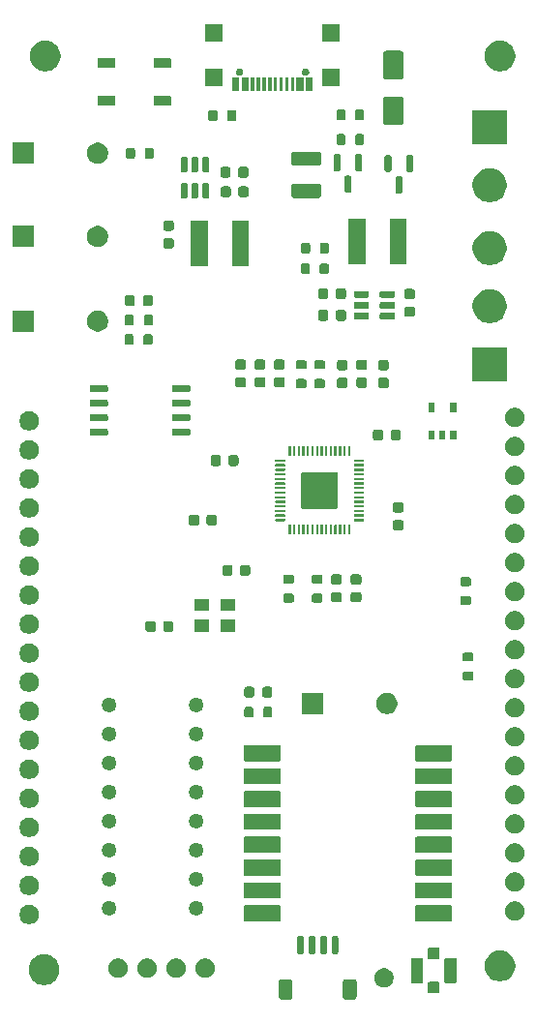
<source format=gts>
G04 #@! TF.GenerationSoftware,KiCad,Pcbnew,9.0.4-9.0.4-0~ubuntu22.04.1*
G04 #@! TF.CreationDate,2025-09-21T20:47:02-04:00*
G04 #@! TF.ProjectId,Pico_RF_V1,5069636f-5f52-4465-9f56-312e6b696361,rev?*
G04 #@! TF.SameCoordinates,Original*
G04 #@! TF.FileFunction,Soldermask,Top*
G04 #@! TF.FilePolarity,Negative*
%FSLAX46Y46*%
G04 Gerber Fmt 4.6, Leading zero omitted, Abs format (unit mm)*
G04 Created by KiCad (PCBNEW 9.0.4-9.0.4-0~ubuntu22.04.1) date 2025-09-21 20:47:02*
%MOMM*%
%LPD*%
G01*
G04 APERTURE LIST*
G04 APERTURE END LIST*
G36*
X125004850Y-147350964D02*
G01*
X125055040Y-147356787D01*
X125072189Y-147364359D01*
X125095671Y-147369030D01*
X125120810Y-147385827D01*
X125140696Y-147394608D01*
X125154277Y-147408189D01*
X125176777Y-147423223D01*
X125191810Y-147445722D01*
X125205391Y-147459303D01*
X125214170Y-147479186D01*
X125230970Y-147504329D01*
X125235641Y-147527812D01*
X125243212Y-147544959D01*
X125249033Y-147595139D01*
X125250000Y-147600000D01*
X125250000Y-148900000D01*
X125249032Y-148904863D01*
X125243212Y-148955040D01*
X125235641Y-148972185D01*
X125230970Y-148995671D01*
X125214169Y-149020815D01*
X125205391Y-149040696D01*
X125191812Y-149054274D01*
X125176777Y-149076777D01*
X125154274Y-149091812D01*
X125140696Y-149105391D01*
X125120815Y-149114169D01*
X125095671Y-149130970D01*
X125072185Y-149135641D01*
X125055040Y-149143212D01*
X125004861Y-149149032D01*
X125000000Y-149150000D01*
X124300000Y-149150000D01*
X124295138Y-149149032D01*
X124244959Y-149143212D01*
X124227812Y-149135641D01*
X124204329Y-149130970D01*
X124179186Y-149114170D01*
X124159303Y-149105391D01*
X124145722Y-149091810D01*
X124123223Y-149076777D01*
X124108189Y-149054277D01*
X124094608Y-149040696D01*
X124085827Y-149020810D01*
X124069030Y-148995671D01*
X124064359Y-148972189D01*
X124056787Y-148955040D01*
X124050964Y-148904849D01*
X124050000Y-148900000D01*
X124050000Y-147600000D01*
X124050964Y-147595150D01*
X124056787Y-147544959D01*
X124064359Y-147527808D01*
X124069030Y-147504329D01*
X124085826Y-147479191D01*
X124094608Y-147459303D01*
X124108191Y-147445719D01*
X124123223Y-147423223D01*
X124145719Y-147408191D01*
X124159303Y-147394608D01*
X124179191Y-147385826D01*
X124204329Y-147369030D01*
X124227808Y-147364359D01*
X124244959Y-147356787D01*
X124295151Y-147350964D01*
X124300000Y-147350000D01*
X125000000Y-147350000D01*
X125004850Y-147350964D01*
G37*
G36*
X130604850Y-147350964D02*
G01*
X130655040Y-147356787D01*
X130672189Y-147364359D01*
X130695671Y-147369030D01*
X130720810Y-147385827D01*
X130740696Y-147394608D01*
X130754277Y-147408189D01*
X130776777Y-147423223D01*
X130791810Y-147445722D01*
X130805391Y-147459303D01*
X130814170Y-147479186D01*
X130830970Y-147504329D01*
X130835641Y-147527812D01*
X130843212Y-147544959D01*
X130849033Y-147595139D01*
X130850000Y-147600000D01*
X130850000Y-148900000D01*
X130849032Y-148904863D01*
X130843212Y-148955040D01*
X130835641Y-148972185D01*
X130830970Y-148995671D01*
X130814169Y-149020815D01*
X130805391Y-149040696D01*
X130791812Y-149054274D01*
X130776777Y-149076777D01*
X130754274Y-149091812D01*
X130740696Y-149105391D01*
X130720815Y-149114169D01*
X130695671Y-149130970D01*
X130672185Y-149135641D01*
X130655040Y-149143212D01*
X130604861Y-149149032D01*
X130600000Y-149150000D01*
X129900000Y-149150000D01*
X129895138Y-149149032D01*
X129844959Y-149143212D01*
X129827812Y-149135641D01*
X129804329Y-149130970D01*
X129779186Y-149114170D01*
X129759303Y-149105391D01*
X129745722Y-149091810D01*
X129723223Y-149076777D01*
X129708189Y-149054277D01*
X129694608Y-149040696D01*
X129685827Y-149020810D01*
X129669030Y-148995671D01*
X129664359Y-148972189D01*
X129656787Y-148955040D01*
X129650964Y-148904849D01*
X129650000Y-148900000D01*
X129650000Y-147600000D01*
X129650964Y-147595150D01*
X129656787Y-147544959D01*
X129664359Y-147527808D01*
X129669030Y-147504329D01*
X129685826Y-147479191D01*
X129694608Y-147459303D01*
X129708191Y-147445719D01*
X129723223Y-147423223D01*
X129745719Y-147408191D01*
X129759303Y-147394608D01*
X129779191Y-147385826D01*
X129804329Y-147369030D01*
X129827808Y-147364359D01*
X129844959Y-147356787D01*
X129895151Y-147350964D01*
X129900000Y-147350000D01*
X130600000Y-147350000D01*
X130604850Y-147350964D01*
G37*
G36*
X138038268Y-147607612D02*
G01*
X138070711Y-147629289D01*
X138092388Y-147661732D01*
X138100000Y-147700000D01*
X138100000Y-148500000D01*
X138092388Y-148538268D01*
X138070711Y-148570711D01*
X138038268Y-148592388D01*
X138000000Y-148600000D01*
X137200000Y-148600000D01*
X137161732Y-148592388D01*
X137129289Y-148570711D01*
X137107612Y-148538268D01*
X137100000Y-148500000D01*
X137100000Y-147700000D01*
X137107612Y-147661732D01*
X137129289Y-147629289D01*
X137161732Y-147607612D01*
X137200000Y-147600000D01*
X138000000Y-147600000D01*
X138038268Y-147607612D01*
G37*
G36*
X133496742Y-146436601D02*
G01*
X133650687Y-146500367D01*
X133789234Y-146592941D01*
X133907059Y-146710766D01*
X133999633Y-146849313D01*
X134063399Y-147003258D01*
X134095907Y-147166685D01*
X134095907Y-147333315D01*
X134063399Y-147496742D01*
X133999633Y-147650687D01*
X133907059Y-147789234D01*
X133789234Y-147907059D01*
X133650687Y-147999633D01*
X133496742Y-148063399D01*
X133333315Y-148095907D01*
X133166685Y-148095907D01*
X133003258Y-148063399D01*
X132849313Y-147999633D01*
X132710766Y-147907059D01*
X132592941Y-147789234D01*
X132500367Y-147650687D01*
X132436601Y-147496742D01*
X132404093Y-147333315D01*
X132404093Y-147166685D01*
X132436601Y-147003258D01*
X132500367Y-146849313D01*
X132592941Y-146710766D01*
X132710766Y-146592941D01*
X132849313Y-146500367D01*
X133003258Y-146436601D01*
X133166685Y-146404093D01*
X133333315Y-146404093D01*
X133496742Y-146436601D01*
G37*
G36*
X103815151Y-145212427D02*
G01*
X104016623Y-145277889D01*
X104205373Y-145374062D01*
X104376755Y-145498578D01*
X104526548Y-145648371D01*
X104651064Y-145819753D01*
X104747237Y-146008503D01*
X104812699Y-146209975D01*
X104845838Y-146419206D01*
X104845838Y-146631046D01*
X104812699Y-146840277D01*
X104747237Y-147041749D01*
X104651064Y-147230499D01*
X104526548Y-147401881D01*
X104376755Y-147551674D01*
X104205373Y-147676190D01*
X104016623Y-147772363D01*
X103815151Y-147837825D01*
X103605920Y-147870964D01*
X103394080Y-147870964D01*
X103184849Y-147837825D01*
X102983377Y-147772363D01*
X102794627Y-147676190D01*
X102623245Y-147551674D01*
X102473452Y-147401881D01*
X102348936Y-147230499D01*
X102252763Y-147041749D01*
X102187301Y-146840277D01*
X102154162Y-146631046D01*
X102154162Y-146419206D01*
X102187301Y-146209975D01*
X102252763Y-146008503D01*
X102348936Y-145819753D01*
X102473452Y-145648371D01*
X102623245Y-145498578D01*
X102794627Y-145374062D01*
X102983377Y-145277889D01*
X103184849Y-145212427D01*
X103394080Y-145179288D01*
X103605920Y-145179288D01*
X103815151Y-145212427D01*
G37*
G36*
X136585182Y-145507993D02*
G01*
X136619246Y-145530754D01*
X136642007Y-145564818D01*
X136650000Y-145605000D01*
X136650000Y-147595000D01*
X136642007Y-147635182D01*
X136619246Y-147669246D01*
X136585182Y-147692007D01*
X136545000Y-147700000D01*
X135705000Y-147700000D01*
X135664818Y-147692007D01*
X135630754Y-147669246D01*
X135607993Y-147635182D01*
X135600000Y-147595000D01*
X135600000Y-145605000D01*
X135607993Y-145564818D01*
X135630754Y-145530754D01*
X135664818Y-145507993D01*
X135705000Y-145500000D01*
X136545000Y-145500000D01*
X136585182Y-145507993D01*
G37*
G36*
X139535182Y-145507993D02*
G01*
X139569246Y-145530754D01*
X139592007Y-145564818D01*
X139600000Y-145605000D01*
X139600000Y-147595000D01*
X139592007Y-147635182D01*
X139569246Y-147669246D01*
X139535182Y-147692007D01*
X139495000Y-147700000D01*
X138655000Y-147700000D01*
X138614818Y-147692007D01*
X138580754Y-147669246D01*
X138557993Y-147635182D01*
X138550000Y-147595000D01*
X138550000Y-145605000D01*
X138557993Y-145564818D01*
X138580754Y-145530754D01*
X138614818Y-145507993D01*
X138655000Y-145500000D01*
X139495000Y-145500000D01*
X139535182Y-145507993D01*
G37*
G36*
X143715151Y-144887301D02*
G01*
X143916623Y-144952763D01*
X144105373Y-145048936D01*
X144276755Y-145173452D01*
X144426548Y-145323245D01*
X144551064Y-145494627D01*
X144647237Y-145683377D01*
X144712699Y-145884849D01*
X144745838Y-146094080D01*
X144745838Y-146305920D01*
X144712699Y-146515151D01*
X144647237Y-146716623D01*
X144551064Y-146905373D01*
X144426548Y-147076755D01*
X144276755Y-147226548D01*
X144105373Y-147351064D01*
X143916623Y-147447237D01*
X143715151Y-147512699D01*
X143505920Y-147545838D01*
X143294080Y-147545838D01*
X143084849Y-147512699D01*
X142883377Y-147447237D01*
X142694627Y-147351064D01*
X142523245Y-147226548D01*
X142373452Y-147076755D01*
X142248936Y-146905373D01*
X142152763Y-146716623D01*
X142087301Y-146515151D01*
X142054162Y-146305920D01*
X142054162Y-146094080D01*
X142087301Y-145884849D01*
X142152763Y-145683377D01*
X142248936Y-145494627D01*
X142373452Y-145323245D01*
X142523245Y-145173452D01*
X142694627Y-145048936D01*
X142883377Y-144952763D01*
X143084849Y-144887301D01*
X143294080Y-144854162D01*
X143505920Y-144854162D01*
X143715151Y-144887301D01*
G37*
G36*
X110226742Y-145586601D02*
G01*
X110380687Y-145650367D01*
X110519234Y-145742941D01*
X110637059Y-145860766D01*
X110729633Y-145999313D01*
X110793399Y-146153258D01*
X110825907Y-146316685D01*
X110825907Y-146483315D01*
X110793399Y-146646742D01*
X110729633Y-146800687D01*
X110637059Y-146939234D01*
X110519234Y-147057059D01*
X110380687Y-147149633D01*
X110226742Y-147213399D01*
X110063315Y-147245907D01*
X109896685Y-147245907D01*
X109733258Y-147213399D01*
X109579313Y-147149633D01*
X109440766Y-147057059D01*
X109322941Y-146939234D01*
X109230367Y-146800687D01*
X109166601Y-146646742D01*
X109134093Y-146483315D01*
X109134093Y-146316685D01*
X109166601Y-146153258D01*
X109230367Y-145999313D01*
X109322941Y-145860766D01*
X109440766Y-145742941D01*
X109579313Y-145650367D01*
X109733258Y-145586601D01*
X109896685Y-145554093D01*
X110063315Y-145554093D01*
X110226742Y-145586601D01*
G37*
G36*
X112766742Y-145586601D02*
G01*
X112920687Y-145650367D01*
X113059234Y-145742941D01*
X113177059Y-145860766D01*
X113269633Y-145999313D01*
X113333399Y-146153258D01*
X113365907Y-146316685D01*
X113365907Y-146483315D01*
X113333399Y-146646742D01*
X113269633Y-146800687D01*
X113177059Y-146939234D01*
X113059234Y-147057059D01*
X112920687Y-147149633D01*
X112766742Y-147213399D01*
X112603315Y-147245907D01*
X112436685Y-147245907D01*
X112273258Y-147213399D01*
X112119313Y-147149633D01*
X111980766Y-147057059D01*
X111862941Y-146939234D01*
X111770367Y-146800687D01*
X111706601Y-146646742D01*
X111674093Y-146483315D01*
X111674093Y-146316685D01*
X111706601Y-146153258D01*
X111770367Y-145999313D01*
X111862941Y-145860766D01*
X111980766Y-145742941D01*
X112119313Y-145650367D01*
X112273258Y-145586601D01*
X112436685Y-145554093D01*
X112603315Y-145554093D01*
X112766742Y-145586601D01*
G37*
G36*
X115306742Y-145586601D02*
G01*
X115460687Y-145650367D01*
X115599234Y-145742941D01*
X115717059Y-145860766D01*
X115809633Y-145999313D01*
X115873399Y-146153258D01*
X115905907Y-146316685D01*
X115905907Y-146483315D01*
X115873399Y-146646742D01*
X115809633Y-146800687D01*
X115717059Y-146939234D01*
X115599234Y-147057059D01*
X115460687Y-147149633D01*
X115306742Y-147213399D01*
X115143315Y-147245907D01*
X114976685Y-147245907D01*
X114813258Y-147213399D01*
X114659313Y-147149633D01*
X114520766Y-147057059D01*
X114402941Y-146939234D01*
X114310367Y-146800687D01*
X114246601Y-146646742D01*
X114214093Y-146483315D01*
X114214093Y-146316685D01*
X114246601Y-146153258D01*
X114310367Y-145999313D01*
X114402941Y-145860766D01*
X114520766Y-145742941D01*
X114659313Y-145650367D01*
X114813258Y-145586601D01*
X114976685Y-145554093D01*
X115143315Y-145554093D01*
X115306742Y-145586601D01*
G37*
G36*
X117846742Y-145586601D02*
G01*
X118000687Y-145650367D01*
X118139234Y-145742941D01*
X118257059Y-145860766D01*
X118349633Y-145999313D01*
X118413399Y-146153258D01*
X118445907Y-146316685D01*
X118445907Y-146483315D01*
X118413399Y-146646742D01*
X118349633Y-146800687D01*
X118257059Y-146939234D01*
X118139234Y-147057059D01*
X118000687Y-147149633D01*
X117846742Y-147213399D01*
X117683315Y-147245907D01*
X117516685Y-147245907D01*
X117353258Y-147213399D01*
X117199313Y-147149633D01*
X117060766Y-147057059D01*
X116942941Y-146939234D01*
X116850367Y-146800687D01*
X116786601Y-146646742D01*
X116754093Y-146483315D01*
X116754093Y-146316685D01*
X116786601Y-146153258D01*
X116850367Y-145999313D01*
X116942941Y-145860766D01*
X117060766Y-145742941D01*
X117199313Y-145650367D01*
X117353258Y-145586601D01*
X117516685Y-145554093D01*
X117683315Y-145554093D01*
X117846742Y-145586601D01*
G37*
G36*
X138038268Y-144607612D02*
G01*
X138070711Y-144629289D01*
X138092388Y-144661732D01*
X138100000Y-144700000D01*
X138100000Y-145500000D01*
X138092388Y-145538268D01*
X138070711Y-145570711D01*
X138038268Y-145592388D01*
X138000000Y-145600000D01*
X137200000Y-145600000D01*
X137161732Y-145592388D01*
X137129289Y-145570711D01*
X137107612Y-145538268D01*
X137100000Y-145500000D01*
X137100000Y-144700000D01*
X137107612Y-144661732D01*
X137129289Y-144629289D01*
X137161732Y-144607612D01*
X137200000Y-144600000D01*
X138000000Y-144600000D01*
X138038268Y-144607612D01*
G37*
G36*
X126157403Y-143611418D02*
G01*
X126206066Y-143643934D01*
X126238582Y-143692597D01*
X126250000Y-143750000D01*
X126250000Y-145000000D01*
X126238582Y-145057403D01*
X126206066Y-145106066D01*
X126157403Y-145138582D01*
X126100000Y-145150000D01*
X125800000Y-145150000D01*
X125742597Y-145138582D01*
X125693934Y-145106066D01*
X125661418Y-145057403D01*
X125650000Y-145000000D01*
X125650000Y-143750000D01*
X125661418Y-143692597D01*
X125693934Y-143643934D01*
X125742597Y-143611418D01*
X125800000Y-143600000D01*
X126100000Y-143600000D01*
X126157403Y-143611418D01*
G37*
G36*
X127157403Y-143611418D02*
G01*
X127206066Y-143643934D01*
X127238582Y-143692597D01*
X127250000Y-143750000D01*
X127250000Y-145000000D01*
X127238582Y-145057403D01*
X127206066Y-145106066D01*
X127157403Y-145138582D01*
X127100000Y-145150000D01*
X126800000Y-145150000D01*
X126742597Y-145138582D01*
X126693934Y-145106066D01*
X126661418Y-145057403D01*
X126650000Y-145000000D01*
X126650000Y-143750000D01*
X126661418Y-143692597D01*
X126693934Y-143643934D01*
X126742597Y-143611418D01*
X126800000Y-143600000D01*
X127100000Y-143600000D01*
X127157403Y-143611418D01*
G37*
G36*
X128157403Y-143611418D02*
G01*
X128206066Y-143643934D01*
X128238582Y-143692597D01*
X128250000Y-143750000D01*
X128250000Y-145000000D01*
X128238582Y-145057403D01*
X128206066Y-145106066D01*
X128157403Y-145138582D01*
X128100000Y-145150000D01*
X127800000Y-145150000D01*
X127742597Y-145138582D01*
X127693934Y-145106066D01*
X127661418Y-145057403D01*
X127650000Y-145000000D01*
X127650000Y-143750000D01*
X127661418Y-143692597D01*
X127693934Y-143643934D01*
X127742597Y-143611418D01*
X127800000Y-143600000D01*
X128100000Y-143600000D01*
X128157403Y-143611418D01*
G37*
G36*
X129157403Y-143611418D02*
G01*
X129206066Y-143643934D01*
X129238582Y-143692597D01*
X129250000Y-143750000D01*
X129250000Y-145000000D01*
X129238582Y-145057403D01*
X129206066Y-145106066D01*
X129157403Y-145138582D01*
X129100000Y-145150000D01*
X128800000Y-145150000D01*
X128742597Y-145138582D01*
X128693934Y-145106066D01*
X128661418Y-145057403D01*
X128650000Y-145000000D01*
X128650000Y-143750000D01*
X128661418Y-143692597D01*
X128693934Y-143643934D01*
X128742597Y-143611418D01*
X128800000Y-143600000D01*
X129100000Y-143600000D01*
X129157403Y-143611418D01*
G37*
G36*
X102446742Y-140886601D02*
G01*
X102600687Y-140950367D01*
X102739234Y-141042941D01*
X102857059Y-141160766D01*
X102949633Y-141299313D01*
X103013399Y-141453258D01*
X103045907Y-141616685D01*
X103045907Y-141783315D01*
X103013399Y-141946742D01*
X102949633Y-142100687D01*
X102857059Y-142239234D01*
X102739234Y-142357059D01*
X102600687Y-142449633D01*
X102446742Y-142513399D01*
X102283315Y-142545907D01*
X102116685Y-142545907D01*
X101953258Y-142513399D01*
X101799313Y-142449633D01*
X101660766Y-142357059D01*
X101542941Y-142239234D01*
X101450367Y-142100687D01*
X101386601Y-141946742D01*
X101354093Y-141783315D01*
X101354093Y-141616685D01*
X101386601Y-141453258D01*
X101450367Y-141299313D01*
X101542941Y-141160766D01*
X101660766Y-141042941D01*
X101799313Y-140950367D01*
X101953258Y-140886601D01*
X102116685Y-140854093D01*
X102283315Y-140854093D01*
X102446742Y-140886601D01*
G37*
G36*
X124139034Y-140905764D02*
G01*
X124172125Y-140927875D01*
X124194236Y-140960966D01*
X124202000Y-141000000D01*
X124202000Y-142200000D01*
X124194236Y-142239034D01*
X124172125Y-142272125D01*
X124139034Y-142294236D01*
X124100000Y-142302000D01*
X121100000Y-142302000D01*
X121060966Y-142294236D01*
X121027875Y-142272125D01*
X121005764Y-142239034D01*
X120998000Y-142200000D01*
X120998000Y-141000000D01*
X121005764Y-140960966D01*
X121027875Y-140927875D01*
X121060966Y-140905764D01*
X121100000Y-140898000D01*
X124100000Y-140898000D01*
X124139034Y-140905764D01*
G37*
G36*
X139139034Y-140905764D02*
G01*
X139172125Y-140927875D01*
X139194236Y-140960966D01*
X139202000Y-141000000D01*
X139202000Y-142200000D01*
X139194236Y-142239034D01*
X139172125Y-142272125D01*
X139139034Y-142294236D01*
X139100000Y-142302000D01*
X136100000Y-142302000D01*
X136060966Y-142294236D01*
X136027875Y-142272125D01*
X136005764Y-142239034D01*
X135998000Y-142200000D01*
X135998000Y-141000000D01*
X136005764Y-140960966D01*
X136027875Y-140927875D01*
X136060966Y-140905764D01*
X136100000Y-140898000D01*
X139100000Y-140898000D01*
X139139034Y-140905764D01*
G37*
G36*
X144946742Y-140586601D02*
G01*
X145100687Y-140650367D01*
X145239234Y-140742941D01*
X145357059Y-140860766D01*
X145449633Y-140999313D01*
X145513399Y-141153258D01*
X145545907Y-141316685D01*
X145545907Y-141483315D01*
X145513399Y-141646742D01*
X145449633Y-141800687D01*
X145357059Y-141939234D01*
X145239234Y-142057059D01*
X145100687Y-142149633D01*
X144946742Y-142213399D01*
X144783315Y-142245907D01*
X144616685Y-142245907D01*
X144453258Y-142213399D01*
X144299313Y-142149633D01*
X144160766Y-142057059D01*
X144042941Y-141939234D01*
X143950367Y-141800687D01*
X143886601Y-141646742D01*
X143854093Y-141483315D01*
X143854093Y-141316685D01*
X143886601Y-141153258D01*
X143950367Y-140999313D01*
X144042941Y-140860766D01*
X144160766Y-140742941D01*
X144299313Y-140650367D01*
X144453258Y-140586601D01*
X144616685Y-140554093D01*
X144783315Y-140554093D01*
X144946742Y-140586601D01*
G37*
G36*
X109384186Y-140532821D02*
G01*
X109499101Y-140580421D01*
X109602523Y-140649525D01*
X109690475Y-140737477D01*
X109759579Y-140840899D01*
X109807179Y-140955814D01*
X109831445Y-141077808D01*
X109831445Y-141202192D01*
X109807179Y-141324186D01*
X109759579Y-141439101D01*
X109690475Y-141542523D01*
X109602523Y-141630475D01*
X109499101Y-141699579D01*
X109384186Y-141747179D01*
X109262192Y-141771445D01*
X109137808Y-141771445D01*
X109015814Y-141747179D01*
X108900899Y-141699579D01*
X108797477Y-141630475D01*
X108709525Y-141542523D01*
X108640421Y-141439101D01*
X108592821Y-141324186D01*
X108568555Y-141202192D01*
X108568555Y-141077808D01*
X108592821Y-140955814D01*
X108640421Y-140840899D01*
X108709525Y-140737477D01*
X108797477Y-140649525D01*
X108900899Y-140580421D01*
X109015814Y-140532821D01*
X109137808Y-140508555D01*
X109262192Y-140508555D01*
X109384186Y-140532821D01*
G37*
G36*
X117004186Y-140532821D02*
G01*
X117119101Y-140580421D01*
X117222523Y-140649525D01*
X117310475Y-140737477D01*
X117379579Y-140840899D01*
X117427179Y-140955814D01*
X117451445Y-141077808D01*
X117451445Y-141202192D01*
X117427179Y-141324186D01*
X117379579Y-141439101D01*
X117310475Y-141542523D01*
X117222523Y-141630475D01*
X117119101Y-141699579D01*
X117004186Y-141747179D01*
X116882192Y-141771445D01*
X116757808Y-141771445D01*
X116635814Y-141747179D01*
X116520899Y-141699579D01*
X116417477Y-141630475D01*
X116329525Y-141542523D01*
X116260421Y-141439101D01*
X116212821Y-141324186D01*
X116188555Y-141202192D01*
X116188555Y-141077808D01*
X116212821Y-140955814D01*
X116260421Y-140840899D01*
X116329525Y-140737477D01*
X116417477Y-140649525D01*
X116520899Y-140580421D01*
X116635814Y-140532821D01*
X116757808Y-140508555D01*
X116882192Y-140508555D01*
X117004186Y-140532821D01*
G37*
G36*
X124139034Y-138905764D02*
G01*
X124172125Y-138927875D01*
X124194236Y-138960966D01*
X124202000Y-139000000D01*
X124202000Y-140200000D01*
X124194236Y-140239034D01*
X124172125Y-140272125D01*
X124139034Y-140294236D01*
X124100000Y-140302000D01*
X121100000Y-140302000D01*
X121060966Y-140294236D01*
X121027875Y-140272125D01*
X121005764Y-140239034D01*
X120998000Y-140200000D01*
X120998000Y-139000000D01*
X121005764Y-138960966D01*
X121027875Y-138927875D01*
X121060966Y-138905764D01*
X121100000Y-138898000D01*
X124100000Y-138898000D01*
X124139034Y-138905764D01*
G37*
G36*
X139139034Y-138905764D02*
G01*
X139172125Y-138927875D01*
X139194236Y-138960966D01*
X139202000Y-139000000D01*
X139202000Y-140200000D01*
X139194236Y-140239034D01*
X139172125Y-140272125D01*
X139139034Y-140294236D01*
X139100000Y-140302000D01*
X136100000Y-140302000D01*
X136060966Y-140294236D01*
X136027875Y-140272125D01*
X136005764Y-140239034D01*
X135998000Y-140200000D01*
X135998000Y-139000000D01*
X136005764Y-138960966D01*
X136027875Y-138927875D01*
X136060966Y-138905764D01*
X136100000Y-138898000D01*
X139100000Y-138898000D01*
X139139034Y-138905764D01*
G37*
G36*
X102446742Y-138346601D02*
G01*
X102600687Y-138410367D01*
X102739234Y-138502941D01*
X102857059Y-138620766D01*
X102949633Y-138759313D01*
X103013399Y-138913258D01*
X103045907Y-139076685D01*
X103045907Y-139243315D01*
X103013399Y-139406742D01*
X102949633Y-139560687D01*
X102857059Y-139699234D01*
X102739234Y-139817059D01*
X102600687Y-139909633D01*
X102446742Y-139973399D01*
X102283315Y-140005907D01*
X102116685Y-140005907D01*
X101953258Y-139973399D01*
X101799313Y-139909633D01*
X101660766Y-139817059D01*
X101542941Y-139699234D01*
X101450367Y-139560687D01*
X101386601Y-139406742D01*
X101354093Y-139243315D01*
X101354093Y-139076685D01*
X101386601Y-138913258D01*
X101450367Y-138759313D01*
X101542941Y-138620766D01*
X101660766Y-138502941D01*
X101799313Y-138410367D01*
X101953258Y-138346601D01*
X102116685Y-138314093D01*
X102283315Y-138314093D01*
X102446742Y-138346601D01*
G37*
G36*
X144946742Y-138046601D02*
G01*
X145100687Y-138110367D01*
X145239234Y-138202941D01*
X145357059Y-138320766D01*
X145449633Y-138459313D01*
X145513399Y-138613258D01*
X145545907Y-138776685D01*
X145545907Y-138943315D01*
X145513399Y-139106742D01*
X145449633Y-139260687D01*
X145357059Y-139399234D01*
X145239234Y-139517059D01*
X145100687Y-139609633D01*
X144946742Y-139673399D01*
X144783315Y-139705907D01*
X144616685Y-139705907D01*
X144453258Y-139673399D01*
X144299313Y-139609633D01*
X144160766Y-139517059D01*
X144042941Y-139399234D01*
X143950367Y-139260687D01*
X143886601Y-139106742D01*
X143854093Y-138943315D01*
X143854093Y-138776685D01*
X143886601Y-138613258D01*
X143950367Y-138459313D01*
X144042941Y-138320766D01*
X144160766Y-138202941D01*
X144299313Y-138110367D01*
X144453258Y-138046601D01*
X144616685Y-138014093D01*
X144783315Y-138014093D01*
X144946742Y-138046601D01*
G37*
G36*
X109384186Y-137992821D02*
G01*
X109499101Y-138040421D01*
X109602523Y-138109525D01*
X109690475Y-138197477D01*
X109759579Y-138300899D01*
X109807179Y-138415814D01*
X109831445Y-138537808D01*
X109831445Y-138662192D01*
X109807179Y-138784186D01*
X109759579Y-138899101D01*
X109690475Y-139002523D01*
X109602523Y-139090475D01*
X109499101Y-139159579D01*
X109384186Y-139207179D01*
X109262192Y-139231445D01*
X109137808Y-139231445D01*
X109015814Y-139207179D01*
X108900899Y-139159579D01*
X108797477Y-139090475D01*
X108709525Y-139002523D01*
X108640421Y-138899101D01*
X108592821Y-138784186D01*
X108568555Y-138662192D01*
X108568555Y-138537808D01*
X108592821Y-138415814D01*
X108640421Y-138300899D01*
X108709525Y-138197477D01*
X108797477Y-138109525D01*
X108900899Y-138040421D01*
X109015814Y-137992821D01*
X109137808Y-137968555D01*
X109262192Y-137968555D01*
X109384186Y-137992821D01*
G37*
G36*
X117004186Y-137992821D02*
G01*
X117119101Y-138040421D01*
X117222523Y-138109525D01*
X117310475Y-138197477D01*
X117379579Y-138300899D01*
X117427179Y-138415814D01*
X117451445Y-138537808D01*
X117451445Y-138662192D01*
X117427179Y-138784186D01*
X117379579Y-138899101D01*
X117310475Y-139002523D01*
X117222523Y-139090475D01*
X117119101Y-139159579D01*
X117004186Y-139207179D01*
X116882192Y-139231445D01*
X116757808Y-139231445D01*
X116635814Y-139207179D01*
X116520899Y-139159579D01*
X116417477Y-139090475D01*
X116329525Y-139002523D01*
X116260421Y-138899101D01*
X116212821Y-138784186D01*
X116188555Y-138662192D01*
X116188555Y-138537808D01*
X116212821Y-138415814D01*
X116260421Y-138300899D01*
X116329525Y-138197477D01*
X116417477Y-138109525D01*
X116520899Y-138040421D01*
X116635814Y-137992821D01*
X116757808Y-137968555D01*
X116882192Y-137968555D01*
X117004186Y-137992821D01*
G37*
G36*
X124139034Y-136905764D02*
G01*
X124172125Y-136927875D01*
X124194236Y-136960966D01*
X124202000Y-137000000D01*
X124202000Y-138200000D01*
X124194236Y-138239034D01*
X124172125Y-138272125D01*
X124139034Y-138294236D01*
X124100000Y-138302000D01*
X121100000Y-138302000D01*
X121060966Y-138294236D01*
X121027875Y-138272125D01*
X121005764Y-138239034D01*
X120998000Y-138200000D01*
X120998000Y-137000000D01*
X121005764Y-136960966D01*
X121027875Y-136927875D01*
X121060966Y-136905764D01*
X121100000Y-136898000D01*
X124100000Y-136898000D01*
X124139034Y-136905764D01*
G37*
G36*
X139139034Y-136905764D02*
G01*
X139172125Y-136927875D01*
X139194236Y-136960966D01*
X139202000Y-137000000D01*
X139202000Y-138200000D01*
X139194236Y-138239034D01*
X139172125Y-138272125D01*
X139139034Y-138294236D01*
X139100000Y-138302000D01*
X136100000Y-138302000D01*
X136060966Y-138294236D01*
X136027875Y-138272125D01*
X136005764Y-138239034D01*
X135998000Y-138200000D01*
X135998000Y-137000000D01*
X136005764Y-136960966D01*
X136027875Y-136927875D01*
X136060966Y-136905764D01*
X136100000Y-136898000D01*
X139100000Y-136898000D01*
X139139034Y-136905764D01*
G37*
G36*
X102446742Y-135806601D02*
G01*
X102600687Y-135870367D01*
X102739234Y-135962941D01*
X102857059Y-136080766D01*
X102949633Y-136219313D01*
X103013399Y-136373258D01*
X103045907Y-136536685D01*
X103045907Y-136703315D01*
X103013399Y-136866742D01*
X102949633Y-137020687D01*
X102857059Y-137159234D01*
X102739234Y-137277059D01*
X102600687Y-137369633D01*
X102446742Y-137433399D01*
X102283315Y-137465907D01*
X102116685Y-137465907D01*
X101953258Y-137433399D01*
X101799313Y-137369633D01*
X101660766Y-137277059D01*
X101542941Y-137159234D01*
X101450367Y-137020687D01*
X101386601Y-136866742D01*
X101354093Y-136703315D01*
X101354093Y-136536685D01*
X101386601Y-136373258D01*
X101450367Y-136219313D01*
X101542941Y-136080766D01*
X101660766Y-135962941D01*
X101799313Y-135870367D01*
X101953258Y-135806601D01*
X102116685Y-135774093D01*
X102283315Y-135774093D01*
X102446742Y-135806601D01*
G37*
G36*
X144946742Y-135506601D02*
G01*
X145100687Y-135570367D01*
X145239234Y-135662941D01*
X145357059Y-135780766D01*
X145449633Y-135919313D01*
X145513399Y-136073258D01*
X145545907Y-136236685D01*
X145545907Y-136403315D01*
X145513399Y-136566742D01*
X145449633Y-136720687D01*
X145357059Y-136859234D01*
X145239234Y-136977059D01*
X145100687Y-137069633D01*
X144946742Y-137133399D01*
X144783315Y-137165907D01*
X144616685Y-137165907D01*
X144453258Y-137133399D01*
X144299313Y-137069633D01*
X144160766Y-136977059D01*
X144042941Y-136859234D01*
X143950367Y-136720687D01*
X143886601Y-136566742D01*
X143854093Y-136403315D01*
X143854093Y-136236685D01*
X143886601Y-136073258D01*
X143950367Y-135919313D01*
X144042941Y-135780766D01*
X144160766Y-135662941D01*
X144299313Y-135570367D01*
X144453258Y-135506601D01*
X144616685Y-135474093D01*
X144783315Y-135474093D01*
X144946742Y-135506601D01*
G37*
G36*
X109384186Y-135452821D02*
G01*
X109499101Y-135500421D01*
X109602523Y-135569525D01*
X109690475Y-135657477D01*
X109759579Y-135760899D01*
X109807179Y-135875814D01*
X109831445Y-135997808D01*
X109831445Y-136122192D01*
X109807179Y-136244186D01*
X109759579Y-136359101D01*
X109690475Y-136462523D01*
X109602523Y-136550475D01*
X109499101Y-136619579D01*
X109384186Y-136667179D01*
X109262192Y-136691445D01*
X109137808Y-136691445D01*
X109015814Y-136667179D01*
X108900899Y-136619579D01*
X108797477Y-136550475D01*
X108709525Y-136462523D01*
X108640421Y-136359101D01*
X108592821Y-136244186D01*
X108568555Y-136122192D01*
X108568555Y-135997808D01*
X108592821Y-135875814D01*
X108640421Y-135760899D01*
X108709525Y-135657477D01*
X108797477Y-135569525D01*
X108900899Y-135500421D01*
X109015814Y-135452821D01*
X109137808Y-135428555D01*
X109262192Y-135428555D01*
X109384186Y-135452821D01*
G37*
G36*
X117004186Y-135452821D02*
G01*
X117119101Y-135500421D01*
X117222523Y-135569525D01*
X117310475Y-135657477D01*
X117379579Y-135760899D01*
X117427179Y-135875814D01*
X117451445Y-135997808D01*
X117451445Y-136122192D01*
X117427179Y-136244186D01*
X117379579Y-136359101D01*
X117310475Y-136462523D01*
X117222523Y-136550475D01*
X117119101Y-136619579D01*
X117004186Y-136667179D01*
X116882192Y-136691445D01*
X116757808Y-136691445D01*
X116635814Y-136667179D01*
X116520899Y-136619579D01*
X116417477Y-136550475D01*
X116329525Y-136462523D01*
X116260421Y-136359101D01*
X116212821Y-136244186D01*
X116188555Y-136122192D01*
X116188555Y-135997808D01*
X116212821Y-135875814D01*
X116260421Y-135760899D01*
X116329525Y-135657477D01*
X116417477Y-135569525D01*
X116520899Y-135500421D01*
X116635814Y-135452821D01*
X116757808Y-135428555D01*
X116882192Y-135428555D01*
X117004186Y-135452821D01*
G37*
G36*
X124139034Y-134905764D02*
G01*
X124172125Y-134927875D01*
X124194236Y-134960966D01*
X124202000Y-135000000D01*
X124202000Y-136200000D01*
X124194236Y-136239034D01*
X124172125Y-136272125D01*
X124139034Y-136294236D01*
X124100000Y-136302000D01*
X121100000Y-136302000D01*
X121060966Y-136294236D01*
X121027875Y-136272125D01*
X121005764Y-136239034D01*
X120998000Y-136200000D01*
X120998000Y-135000000D01*
X121005764Y-134960966D01*
X121027875Y-134927875D01*
X121060966Y-134905764D01*
X121100000Y-134898000D01*
X124100000Y-134898000D01*
X124139034Y-134905764D01*
G37*
G36*
X139139034Y-134905764D02*
G01*
X139172125Y-134927875D01*
X139194236Y-134960966D01*
X139202000Y-135000000D01*
X139202000Y-136200000D01*
X139194236Y-136239034D01*
X139172125Y-136272125D01*
X139139034Y-136294236D01*
X139100000Y-136302000D01*
X136100000Y-136302000D01*
X136060966Y-136294236D01*
X136027875Y-136272125D01*
X136005764Y-136239034D01*
X135998000Y-136200000D01*
X135998000Y-135000000D01*
X136005764Y-134960966D01*
X136027875Y-134927875D01*
X136060966Y-134905764D01*
X136100000Y-134898000D01*
X139100000Y-134898000D01*
X139139034Y-134905764D01*
G37*
G36*
X102446742Y-133266601D02*
G01*
X102600687Y-133330367D01*
X102739234Y-133422941D01*
X102857059Y-133540766D01*
X102949633Y-133679313D01*
X103013399Y-133833258D01*
X103045907Y-133996685D01*
X103045907Y-134163315D01*
X103013399Y-134326742D01*
X102949633Y-134480687D01*
X102857059Y-134619234D01*
X102739234Y-134737059D01*
X102600687Y-134829633D01*
X102446742Y-134893399D01*
X102283315Y-134925907D01*
X102116685Y-134925907D01*
X101953258Y-134893399D01*
X101799313Y-134829633D01*
X101660766Y-134737059D01*
X101542941Y-134619234D01*
X101450367Y-134480687D01*
X101386601Y-134326742D01*
X101354093Y-134163315D01*
X101354093Y-133996685D01*
X101386601Y-133833258D01*
X101450367Y-133679313D01*
X101542941Y-133540766D01*
X101660766Y-133422941D01*
X101799313Y-133330367D01*
X101953258Y-133266601D01*
X102116685Y-133234093D01*
X102283315Y-133234093D01*
X102446742Y-133266601D01*
G37*
G36*
X144946742Y-132966601D02*
G01*
X145100687Y-133030367D01*
X145239234Y-133122941D01*
X145357059Y-133240766D01*
X145449633Y-133379313D01*
X145513399Y-133533258D01*
X145545907Y-133696685D01*
X145545907Y-133863315D01*
X145513399Y-134026742D01*
X145449633Y-134180687D01*
X145357059Y-134319234D01*
X145239234Y-134437059D01*
X145100687Y-134529633D01*
X144946742Y-134593399D01*
X144783315Y-134625907D01*
X144616685Y-134625907D01*
X144453258Y-134593399D01*
X144299313Y-134529633D01*
X144160766Y-134437059D01*
X144042941Y-134319234D01*
X143950367Y-134180687D01*
X143886601Y-134026742D01*
X143854093Y-133863315D01*
X143854093Y-133696685D01*
X143886601Y-133533258D01*
X143950367Y-133379313D01*
X144042941Y-133240766D01*
X144160766Y-133122941D01*
X144299313Y-133030367D01*
X144453258Y-132966601D01*
X144616685Y-132934093D01*
X144783315Y-132934093D01*
X144946742Y-132966601D01*
G37*
G36*
X124139034Y-132905764D02*
G01*
X124172125Y-132927875D01*
X124194236Y-132960966D01*
X124202000Y-133000000D01*
X124202000Y-134200000D01*
X124194236Y-134239034D01*
X124172125Y-134272125D01*
X124139034Y-134294236D01*
X124100000Y-134302000D01*
X121100000Y-134302000D01*
X121060966Y-134294236D01*
X121027875Y-134272125D01*
X121005764Y-134239034D01*
X120998000Y-134200000D01*
X120998000Y-133000000D01*
X121005764Y-132960966D01*
X121027875Y-132927875D01*
X121060966Y-132905764D01*
X121100000Y-132898000D01*
X124100000Y-132898000D01*
X124139034Y-132905764D01*
G37*
G36*
X139139034Y-132905764D02*
G01*
X139172125Y-132927875D01*
X139194236Y-132960966D01*
X139202000Y-133000000D01*
X139202000Y-134200000D01*
X139194236Y-134239034D01*
X139172125Y-134272125D01*
X139139034Y-134294236D01*
X139100000Y-134302000D01*
X136100000Y-134302000D01*
X136060966Y-134294236D01*
X136027875Y-134272125D01*
X136005764Y-134239034D01*
X135998000Y-134200000D01*
X135998000Y-133000000D01*
X136005764Y-132960966D01*
X136027875Y-132927875D01*
X136060966Y-132905764D01*
X136100000Y-132898000D01*
X139100000Y-132898000D01*
X139139034Y-132905764D01*
G37*
G36*
X109384186Y-132912821D02*
G01*
X109499101Y-132960421D01*
X109602523Y-133029525D01*
X109690475Y-133117477D01*
X109759579Y-133220899D01*
X109807179Y-133335814D01*
X109831445Y-133457808D01*
X109831445Y-133582192D01*
X109807179Y-133704186D01*
X109759579Y-133819101D01*
X109690475Y-133922523D01*
X109602523Y-134010475D01*
X109499101Y-134079579D01*
X109384186Y-134127179D01*
X109262192Y-134151445D01*
X109137808Y-134151445D01*
X109015814Y-134127179D01*
X108900899Y-134079579D01*
X108797477Y-134010475D01*
X108709525Y-133922523D01*
X108640421Y-133819101D01*
X108592821Y-133704186D01*
X108568555Y-133582192D01*
X108568555Y-133457808D01*
X108592821Y-133335814D01*
X108640421Y-133220899D01*
X108709525Y-133117477D01*
X108797477Y-133029525D01*
X108900899Y-132960421D01*
X109015814Y-132912821D01*
X109137808Y-132888555D01*
X109262192Y-132888555D01*
X109384186Y-132912821D01*
G37*
G36*
X117004186Y-132912821D02*
G01*
X117119101Y-132960421D01*
X117222523Y-133029525D01*
X117310475Y-133117477D01*
X117379579Y-133220899D01*
X117427179Y-133335814D01*
X117451445Y-133457808D01*
X117451445Y-133582192D01*
X117427179Y-133704186D01*
X117379579Y-133819101D01*
X117310475Y-133922523D01*
X117222523Y-134010475D01*
X117119101Y-134079579D01*
X117004186Y-134127179D01*
X116882192Y-134151445D01*
X116757808Y-134151445D01*
X116635814Y-134127179D01*
X116520899Y-134079579D01*
X116417477Y-134010475D01*
X116329525Y-133922523D01*
X116260421Y-133819101D01*
X116212821Y-133704186D01*
X116188555Y-133582192D01*
X116188555Y-133457808D01*
X116212821Y-133335814D01*
X116260421Y-133220899D01*
X116329525Y-133117477D01*
X116417477Y-133029525D01*
X116520899Y-132960421D01*
X116635814Y-132912821D01*
X116757808Y-132888555D01*
X116882192Y-132888555D01*
X117004186Y-132912821D01*
G37*
G36*
X102446742Y-130726601D02*
G01*
X102600687Y-130790367D01*
X102739234Y-130882941D01*
X102857059Y-131000766D01*
X102949633Y-131139313D01*
X103013399Y-131293258D01*
X103045907Y-131456685D01*
X103045907Y-131623315D01*
X103013399Y-131786742D01*
X102949633Y-131940687D01*
X102857059Y-132079234D01*
X102739234Y-132197059D01*
X102600687Y-132289633D01*
X102446742Y-132353399D01*
X102283315Y-132385907D01*
X102116685Y-132385907D01*
X101953258Y-132353399D01*
X101799313Y-132289633D01*
X101660766Y-132197059D01*
X101542941Y-132079234D01*
X101450367Y-131940687D01*
X101386601Y-131786742D01*
X101354093Y-131623315D01*
X101354093Y-131456685D01*
X101386601Y-131293258D01*
X101450367Y-131139313D01*
X101542941Y-131000766D01*
X101660766Y-130882941D01*
X101799313Y-130790367D01*
X101953258Y-130726601D01*
X102116685Y-130694093D01*
X102283315Y-130694093D01*
X102446742Y-130726601D01*
G37*
G36*
X124139034Y-130905764D02*
G01*
X124172125Y-130927875D01*
X124194236Y-130960966D01*
X124202000Y-131000000D01*
X124202000Y-132200000D01*
X124194236Y-132239034D01*
X124172125Y-132272125D01*
X124139034Y-132294236D01*
X124100000Y-132302000D01*
X121100000Y-132302000D01*
X121060966Y-132294236D01*
X121027875Y-132272125D01*
X121005764Y-132239034D01*
X120998000Y-132200000D01*
X120998000Y-131000000D01*
X121005764Y-130960966D01*
X121027875Y-130927875D01*
X121060966Y-130905764D01*
X121100000Y-130898000D01*
X124100000Y-130898000D01*
X124139034Y-130905764D01*
G37*
G36*
X139139034Y-130905764D02*
G01*
X139172125Y-130927875D01*
X139194236Y-130960966D01*
X139202000Y-131000000D01*
X139202000Y-132200000D01*
X139194236Y-132239034D01*
X139172125Y-132272125D01*
X139139034Y-132294236D01*
X139100000Y-132302000D01*
X136100000Y-132302000D01*
X136060966Y-132294236D01*
X136027875Y-132272125D01*
X136005764Y-132239034D01*
X135998000Y-132200000D01*
X135998000Y-131000000D01*
X136005764Y-130960966D01*
X136027875Y-130927875D01*
X136060966Y-130905764D01*
X136100000Y-130898000D01*
X139100000Y-130898000D01*
X139139034Y-130905764D01*
G37*
G36*
X144946742Y-130426601D02*
G01*
X145100687Y-130490367D01*
X145239234Y-130582941D01*
X145357059Y-130700766D01*
X145449633Y-130839313D01*
X145513399Y-130993258D01*
X145545907Y-131156685D01*
X145545907Y-131323315D01*
X145513399Y-131486742D01*
X145449633Y-131640687D01*
X145357059Y-131779234D01*
X145239234Y-131897059D01*
X145100687Y-131989633D01*
X144946742Y-132053399D01*
X144783315Y-132085907D01*
X144616685Y-132085907D01*
X144453258Y-132053399D01*
X144299313Y-131989633D01*
X144160766Y-131897059D01*
X144042941Y-131779234D01*
X143950367Y-131640687D01*
X143886601Y-131486742D01*
X143854093Y-131323315D01*
X143854093Y-131156685D01*
X143886601Y-130993258D01*
X143950367Y-130839313D01*
X144042941Y-130700766D01*
X144160766Y-130582941D01*
X144299313Y-130490367D01*
X144453258Y-130426601D01*
X144616685Y-130394093D01*
X144783315Y-130394093D01*
X144946742Y-130426601D01*
G37*
G36*
X109384186Y-130372821D02*
G01*
X109499101Y-130420421D01*
X109602523Y-130489525D01*
X109690475Y-130577477D01*
X109759579Y-130680899D01*
X109807179Y-130795814D01*
X109831445Y-130917808D01*
X109831445Y-131042192D01*
X109807179Y-131164186D01*
X109759579Y-131279101D01*
X109690475Y-131382523D01*
X109602523Y-131470475D01*
X109499101Y-131539579D01*
X109384186Y-131587179D01*
X109262192Y-131611445D01*
X109137808Y-131611445D01*
X109015814Y-131587179D01*
X108900899Y-131539579D01*
X108797477Y-131470475D01*
X108709525Y-131382523D01*
X108640421Y-131279101D01*
X108592821Y-131164186D01*
X108568555Y-131042192D01*
X108568555Y-130917808D01*
X108592821Y-130795814D01*
X108640421Y-130680899D01*
X108709525Y-130577477D01*
X108797477Y-130489525D01*
X108900899Y-130420421D01*
X109015814Y-130372821D01*
X109137808Y-130348555D01*
X109262192Y-130348555D01*
X109384186Y-130372821D01*
G37*
G36*
X117004186Y-130372821D02*
G01*
X117119101Y-130420421D01*
X117222523Y-130489525D01*
X117310475Y-130577477D01*
X117379579Y-130680899D01*
X117427179Y-130795814D01*
X117451445Y-130917808D01*
X117451445Y-131042192D01*
X117427179Y-131164186D01*
X117379579Y-131279101D01*
X117310475Y-131382523D01*
X117222523Y-131470475D01*
X117119101Y-131539579D01*
X117004186Y-131587179D01*
X116882192Y-131611445D01*
X116757808Y-131611445D01*
X116635814Y-131587179D01*
X116520899Y-131539579D01*
X116417477Y-131470475D01*
X116329525Y-131382523D01*
X116260421Y-131279101D01*
X116212821Y-131164186D01*
X116188555Y-131042192D01*
X116188555Y-130917808D01*
X116212821Y-130795814D01*
X116260421Y-130680899D01*
X116329525Y-130577477D01*
X116417477Y-130489525D01*
X116520899Y-130420421D01*
X116635814Y-130372821D01*
X116757808Y-130348555D01*
X116882192Y-130348555D01*
X117004186Y-130372821D01*
G37*
G36*
X124139034Y-128905764D02*
G01*
X124172125Y-128927875D01*
X124194236Y-128960966D01*
X124202000Y-129000000D01*
X124202000Y-130200000D01*
X124194236Y-130239034D01*
X124172125Y-130272125D01*
X124139034Y-130294236D01*
X124100000Y-130302000D01*
X121100000Y-130302000D01*
X121060966Y-130294236D01*
X121027875Y-130272125D01*
X121005764Y-130239034D01*
X120998000Y-130200000D01*
X120998000Y-129000000D01*
X121005764Y-128960966D01*
X121027875Y-128927875D01*
X121060966Y-128905764D01*
X121100000Y-128898000D01*
X124100000Y-128898000D01*
X124139034Y-128905764D01*
G37*
G36*
X139139034Y-128905764D02*
G01*
X139172125Y-128927875D01*
X139194236Y-128960966D01*
X139202000Y-129000000D01*
X139202000Y-130200000D01*
X139194236Y-130239034D01*
X139172125Y-130272125D01*
X139139034Y-130294236D01*
X139100000Y-130302000D01*
X136100000Y-130302000D01*
X136060966Y-130294236D01*
X136027875Y-130272125D01*
X136005764Y-130239034D01*
X135998000Y-130200000D01*
X135998000Y-129000000D01*
X136005764Y-128960966D01*
X136027875Y-128927875D01*
X136060966Y-128905764D01*
X136100000Y-128898000D01*
X139100000Y-128898000D01*
X139139034Y-128905764D01*
G37*
G36*
X102446742Y-128186601D02*
G01*
X102600687Y-128250367D01*
X102739234Y-128342941D01*
X102857059Y-128460766D01*
X102949633Y-128599313D01*
X103013399Y-128753258D01*
X103045907Y-128916685D01*
X103045907Y-129083315D01*
X103013399Y-129246742D01*
X102949633Y-129400687D01*
X102857059Y-129539234D01*
X102739234Y-129657059D01*
X102600687Y-129749633D01*
X102446742Y-129813399D01*
X102283315Y-129845907D01*
X102116685Y-129845907D01*
X101953258Y-129813399D01*
X101799313Y-129749633D01*
X101660766Y-129657059D01*
X101542941Y-129539234D01*
X101450367Y-129400687D01*
X101386601Y-129246742D01*
X101354093Y-129083315D01*
X101354093Y-128916685D01*
X101386601Y-128753258D01*
X101450367Y-128599313D01*
X101542941Y-128460766D01*
X101660766Y-128342941D01*
X101799313Y-128250367D01*
X101953258Y-128186601D01*
X102116685Y-128154093D01*
X102283315Y-128154093D01*
X102446742Y-128186601D01*
G37*
G36*
X144946742Y-127886601D02*
G01*
X145100687Y-127950367D01*
X145239234Y-128042941D01*
X145357059Y-128160766D01*
X145449633Y-128299313D01*
X145513399Y-128453258D01*
X145545907Y-128616685D01*
X145545907Y-128783315D01*
X145513399Y-128946742D01*
X145449633Y-129100687D01*
X145357059Y-129239234D01*
X145239234Y-129357059D01*
X145100687Y-129449633D01*
X144946742Y-129513399D01*
X144783315Y-129545907D01*
X144616685Y-129545907D01*
X144453258Y-129513399D01*
X144299313Y-129449633D01*
X144160766Y-129357059D01*
X144042941Y-129239234D01*
X143950367Y-129100687D01*
X143886601Y-128946742D01*
X143854093Y-128783315D01*
X143854093Y-128616685D01*
X143886601Y-128453258D01*
X143950367Y-128299313D01*
X144042941Y-128160766D01*
X144160766Y-128042941D01*
X144299313Y-127950367D01*
X144453258Y-127886601D01*
X144616685Y-127854093D01*
X144783315Y-127854093D01*
X144946742Y-127886601D01*
G37*
G36*
X109384186Y-127832821D02*
G01*
X109499101Y-127880421D01*
X109602523Y-127949525D01*
X109690475Y-128037477D01*
X109759579Y-128140899D01*
X109807179Y-128255814D01*
X109831445Y-128377808D01*
X109831445Y-128502192D01*
X109807179Y-128624186D01*
X109759579Y-128739101D01*
X109690475Y-128842523D01*
X109602523Y-128930475D01*
X109499101Y-128999579D01*
X109384186Y-129047179D01*
X109262192Y-129071445D01*
X109137808Y-129071445D01*
X109015814Y-129047179D01*
X108900899Y-128999579D01*
X108797477Y-128930475D01*
X108709525Y-128842523D01*
X108640421Y-128739101D01*
X108592821Y-128624186D01*
X108568555Y-128502192D01*
X108568555Y-128377808D01*
X108592821Y-128255814D01*
X108640421Y-128140899D01*
X108709525Y-128037477D01*
X108797477Y-127949525D01*
X108900899Y-127880421D01*
X109015814Y-127832821D01*
X109137808Y-127808555D01*
X109262192Y-127808555D01*
X109384186Y-127832821D01*
G37*
G36*
X117004186Y-127832821D02*
G01*
X117119101Y-127880421D01*
X117222523Y-127949525D01*
X117310475Y-128037477D01*
X117379579Y-128140899D01*
X117427179Y-128255814D01*
X117451445Y-128377808D01*
X117451445Y-128502192D01*
X117427179Y-128624186D01*
X117379579Y-128739101D01*
X117310475Y-128842523D01*
X117222523Y-128930475D01*
X117119101Y-128999579D01*
X117004186Y-129047179D01*
X116882192Y-129071445D01*
X116757808Y-129071445D01*
X116635814Y-129047179D01*
X116520899Y-128999579D01*
X116417477Y-128930475D01*
X116329525Y-128842523D01*
X116260421Y-128739101D01*
X116212821Y-128624186D01*
X116188555Y-128502192D01*
X116188555Y-128377808D01*
X116212821Y-128255814D01*
X116260421Y-128140899D01*
X116329525Y-128037477D01*
X116417477Y-127949525D01*
X116520899Y-127880421D01*
X116635814Y-127832821D01*
X116757808Y-127808555D01*
X116882192Y-127808555D01*
X117004186Y-127832821D01*
G37*
G36*
X124139034Y-126905764D02*
G01*
X124172125Y-126927875D01*
X124194236Y-126960966D01*
X124202000Y-127000000D01*
X124202000Y-128200000D01*
X124194236Y-128239034D01*
X124172125Y-128272125D01*
X124139034Y-128294236D01*
X124100000Y-128302000D01*
X121100000Y-128302000D01*
X121060966Y-128294236D01*
X121027875Y-128272125D01*
X121005764Y-128239034D01*
X120998000Y-128200000D01*
X120998000Y-127000000D01*
X121005764Y-126960966D01*
X121027875Y-126927875D01*
X121060966Y-126905764D01*
X121100000Y-126898000D01*
X124100000Y-126898000D01*
X124139034Y-126905764D01*
G37*
G36*
X139139034Y-126905764D02*
G01*
X139172125Y-126927875D01*
X139194236Y-126960966D01*
X139202000Y-127000000D01*
X139202000Y-128200000D01*
X139194236Y-128239034D01*
X139172125Y-128272125D01*
X139139034Y-128294236D01*
X139100000Y-128302000D01*
X136100000Y-128302000D01*
X136060966Y-128294236D01*
X136027875Y-128272125D01*
X136005764Y-128239034D01*
X135998000Y-128200000D01*
X135998000Y-127000000D01*
X136005764Y-126960966D01*
X136027875Y-126927875D01*
X136060966Y-126905764D01*
X136100000Y-126898000D01*
X139100000Y-126898000D01*
X139139034Y-126905764D01*
G37*
G36*
X102446742Y-125646601D02*
G01*
X102600687Y-125710367D01*
X102739234Y-125802941D01*
X102857059Y-125920766D01*
X102949633Y-126059313D01*
X103013399Y-126213258D01*
X103045907Y-126376685D01*
X103045907Y-126543315D01*
X103013399Y-126706742D01*
X102949633Y-126860687D01*
X102857059Y-126999234D01*
X102739234Y-127117059D01*
X102600687Y-127209633D01*
X102446742Y-127273399D01*
X102283315Y-127305907D01*
X102116685Y-127305907D01*
X101953258Y-127273399D01*
X101799313Y-127209633D01*
X101660766Y-127117059D01*
X101542941Y-126999234D01*
X101450367Y-126860687D01*
X101386601Y-126706742D01*
X101354093Y-126543315D01*
X101354093Y-126376685D01*
X101386601Y-126213258D01*
X101450367Y-126059313D01*
X101542941Y-125920766D01*
X101660766Y-125802941D01*
X101799313Y-125710367D01*
X101953258Y-125646601D01*
X102116685Y-125614093D01*
X102283315Y-125614093D01*
X102446742Y-125646601D01*
G37*
G36*
X144946742Y-125346601D02*
G01*
X145100687Y-125410367D01*
X145239234Y-125502941D01*
X145357059Y-125620766D01*
X145449633Y-125759313D01*
X145513399Y-125913258D01*
X145545907Y-126076685D01*
X145545907Y-126243315D01*
X145513399Y-126406742D01*
X145449633Y-126560687D01*
X145357059Y-126699234D01*
X145239234Y-126817059D01*
X145100687Y-126909633D01*
X144946742Y-126973399D01*
X144783315Y-127005907D01*
X144616685Y-127005907D01*
X144453258Y-126973399D01*
X144299313Y-126909633D01*
X144160766Y-126817059D01*
X144042941Y-126699234D01*
X143950367Y-126560687D01*
X143886601Y-126406742D01*
X143854093Y-126243315D01*
X143854093Y-126076685D01*
X143886601Y-125913258D01*
X143950367Y-125759313D01*
X144042941Y-125620766D01*
X144160766Y-125502941D01*
X144299313Y-125410367D01*
X144453258Y-125346601D01*
X144616685Y-125314093D01*
X144783315Y-125314093D01*
X144946742Y-125346601D01*
G37*
G36*
X109384186Y-125292821D02*
G01*
X109499101Y-125340421D01*
X109602523Y-125409525D01*
X109690475Y-125497477D01*
X109759579Y-125600899D01*
X109807179Y-125715814D01*
X109831445Y-125837808D01*
X109831445Y-125962192D01*
X109807179Y-126084186D01*
X109759579Y-126199101D01*
X109690475Y-126302523D01*
X109602523Y-126390475D01*
X109499101Y-126459579D01*
X109384186Y-126507179D01*
X109262192Y-126531445D01*
X109137808Y-126531445D01*
X109015814Y-126507179D01*
X108900899Y-126459579D01*
X108797477Y-126390475D01*
X108709525Y-126302523D01*
X108640421Y-126199101D01*
X108592821Y-126084186D01*
X108568555Y-125962192D01*
X108568555Y-125837808D01*
X108592821Y-125715814D01*
X108640421Y-125600899D01*
X108709525Y-125497477D01*
X108797477Y-125409525D01*
X108900899Y-125340421D01*
X109015814Y-125292821D01*
X109137808Y-125268555D01*
X109262192Y-125268555D01*
X109384186Y-125292821D01*
G37*
G36*
X117004186Y-125292821D02*
G01*
X117119101Y-125340421D01*
X117222523Y-125409525D01*
X117310475Y-125497477D01*
X117379579Y-125600899D01*
X117427179Y-125715814D01*
X117451445Y-125837808D01*
X117451445Y-125962192D01*
X117427179Y-126084186D01*
X117379579Y-126199101D01*
X117310475Y-126302523D01*
X117222523Y-126390475D01*
X117119101Y-126459579D01*
X117004186Y-126507179D01*
X116882192Y-126531445D01*
X116757808Y-126531445D01*
X116635814Y-126507179D01*
X116520899Y-126459579D01*
X116417477Y-126390475D01*
X116329525Y-126302523D01*
X116260421Y-126199101D01*
X116212821Y-126084186D01*
X116188555Y-125962192D01*
X116188555Y-125837808D01*
X116212821Y-125715814D01*
X116260421Y-125600899D01*
X116329525Y-125497477D01*
X116417477Y-125409525D01*
X116520899Y-125340421D01*
X116635814Y-125292821D01*
X116757808Y-125268555D01*
X116882192Y-125268555D01*
X117004186Y-125292821D01*
G37*
G36*
X102446742Y-123106601D02*
G01*
X102600687Y-123170367D01*
X102739234Y-123262941D01*
X102857059Y-123380766D01*
X102949633Y-123519313D01*
X103013399Y-123673258D01*
X103045907Y-123836685D01*
X103045907Y-124003315D01*
X103013399Y-124166742D01*
X102949633Y-124320687D01*
X102857059Y-124459234D01*
X102739234Y-124577059D01*
X102600687Y-124669633D01*
X102446742Y-124733399D01*
X102283315Y-124765907D01*
X102116685Y-124765907D01*
X101953258Y-124733399D01*
X101799313Y-124669633D01*
X101660766Y-124577059D01*
X101542941Y-124459234D01*
X101450367Y-124320687D01*
X101386601Y-124166742D01*
X101354093Y-124003315D01*
X101354093Y-123836685D01*
X101386601Y-123673258D01*
X101450367Y-123519313D01*
X101542941Y-123380766D01*
X101660766Y-123262941D01*
X101799313Y-123170367D01*
X101953258Y-123106601D01*
X102116685Y-123074093D01*
X102283315Y-123074093D01*
X102446742Y-123106601D01*
G37*
G36*
X121701537Y-123540224D02*
G01*
X121766421Y-123583579D01*
X121809776Y-123648463D01*
X121825000Y-123725000D01*
X121825000Y-124275000D01*
X121809776Y-124351537D01*
X121766421Y-124416421D01*
X121701537Y-124459776D01*
X121625000Y-124475000D01*
X121225000Y-124475000D01*
X121148463Y-124459776D01*
X121083579Y-124416421D01*
X121040224Y-124351537D01*
X121025000Y-124275000D01*
X121025000Y-123725000D01*
X121040224Y-123648463D01*
X121083579Y-123583579D01*
X121148463Y-123540224D01*
X121225000Y-123525000D01*
X121625000Y-123525000D01*
X121701537Y-123540224D01*
G37*
G36*
X123351537Y-123540224D02*
G01*
X123416421Y-123583579D01*
X123459776Y-123648463D01*
X123475000Y-123725000D01*
X123475000Y-124275000D01*
X123459776Y-124351537D01*
X123416421Y-124416421D01*
X123351537Y-124459776D01*
X123275000Y-124475000D01*
X122875000Y-124475000D01*
X122798463Y-124459776D01*
X122733579Y-124416421D01*
X122690224Y-124351537D01*
X122675000Y-124275000D01*
X122675000Y-123725000D01*
X122690224Y-123648463D01*
X122733579Y-123583579D01*
X122798463Y-123540224D01*
X122875000Y-123525000D01*
X123275000Y-123525000D01*
X123351537Y-123540224D01*
G37*
G36*
X144946742Y-122806601D02*
G01*
X145100687Y-122870367D01*
X145239234Y-122962941D01*
X145357059Y-123080766D01*
X145449633Y-123219313D01*
X145513399Y-123373258D01*
X145545907Y-123536685D01*
X145545907Y-123703315D01*
X145513399Y-123866742D01*
X145449633Y-124020687D01*
X145357059Y-124159234D01*
X145239234Y-124277059D01*
X145100687Y-124369633D01*
X144946742Y-124433399D01*
X144783315Y-124465907D01*
X144616685Y-124465907D01*
X144453258Y-124433399D01*
X144299313Y-124369633D01*
X144160766Y-124277059D01*
X144042941Y-124159234D01*
X143950367Y-124020687D01*
X143886601Y-123866742D01*
X143854093Y-123703315D01*
X143854093Y-123536685D01*
X143886601Y-123373258D01*
X143950367Y-123219313D01*
X144042941Y-123080766D01*
X144160766Y-122962941D01*
X144299313Y-122870367D01*
X144453258Y-122806601D01*
X144616685Y-122774093D01*
X144783315Y-122774093D01*
X144946742Y-122806601D01*
G37*
G36*
X127930000Y-124180000D02*
G01*
X126070000Y-124180000D01*
X126070000Y-122320000D01*
X127930000Y-122320000D01*
X127930000Y-124180000D01*
G37*
G36*
X133769965Y-122360045D02*
G01*
X133938399Y-122429813D01*
X134089986Y-122531100D01*
X134218900Y-122660014D01*
X134320187Y-122811601D01*
X134389955Y-122980035D01*
X134425522Y-123158844D01*
X134425522Y-123341156D01*
X134389955Y-123519965D01*
X134320187Y-123688399D01*
X134218900Y-123839986D01*
X134089986Y-123968900D01*
X133938399Y-124070187D01*
X133769965Y-124139955D01*
X133591156Y-124175522D01*
X133408844Y-124175522D01*
X133230035Y-124139955D01*
X133061601Y-124070187D01*
X132910014Y-123968900D01*
X132781100Y-123839986D01*
X132679813Y-123688399D01*
X132610045Y-123519965D01*
X132574478Y-123341156D01*
X132574478Y-123158844D01*
X132610045Y-122980035D01*
X132679813Y-122811601D01*
X132781100Y-122660014D01*
X132910014Y-122531100D01*
X133061601Y-122429813D01*
X133230035Y-122360045D01*
X133408844Y-122324478D01*
X133591156Y-122324478D01*
X133769965Y-122360045D01*
G37*
G36*
X109384186Y-122752821D02*
G01*
X109499101Y-122800421D01*
X109602523Y-122869525D01*
X109690475Y-122957477D01*
X109759579Y-123060899D01*
X109807179Y-123175814D01*
X109831445Y-123297808D01*
X109831445Y-123422192D01*
X109807179Y-123544186D01*
X109759579Y-123659101D01*
X109690475Y-123762523D01*
X109602523Y-123850475D01*
X109499101Y-123919579D01*
X109384186Y-123967179D01*
X109262192Y-123991445D01*
X109137808Y-123991445D01*
X109015814Y-123967179D01*
X108900899Y-123919579D01*
X108797477Y-123850475D01*
X108709525Y-123762523D01*
X108640421Y-123659101D01*
X108592821Y-123544186D01*
X108568555Y-123422192D01*
X108568555Y-123297808D01*
X108592821Y-123175814D01*
X108640421Y-123060899D01*
X108709525Y-122957477D01*
X108797477Y-122869525D01*
X108900899Y-122800421D01*
X109015814Y-122752821D01*
X109137808Y-122728555D01*
X109262192Y-122728555D01*
X109384186Y-122752821D01*
G37*
G36*
X117004186Y-122752821D02*
G01*
X117119101Y-122800421D01*
X117222523Y-122869525D01*
X117310475Y-122957477D01*
X117379579Y-123060899D01*
X117427179Y-123175814D01*
X117451445Y-123297808D01*
X117451445Y-123422192D01*
X117427179Y-123544186D01*
X117379579Y-123659101D01*
X117310475Y-123762523D01*
X117222523Y-123850475D01*
X117119101Y-123919579D01*
X117004186Y-123967179D01*
X116882192Y-123991445D01*
X116757808Y-123991445D01*
X116635814Y-123967179D01*
X116520899Y-123919579D01*
X116417477Y-123850475D01*
X116329525Y-123762523D01*
X116260421Y-123659101D01*
X116212821Y-123544186D01*
X116188555Y-123422192D01*
X116188555Y-123297808D01*
X116212821Y-123175814D01*
X116260421Y-123060899D01*
X116329525Y-122957477D01*
X116417477Y-122869525D01*
X116520899Y-122800421D01*
X116635814Y-122752821D01*
X116757808Y-122728555D01*
X116882192Y-122728555D01*
X117004186Y-122752821D01*
G37*
G36*
X121686100Y-121775964D02*
G01*
X121729136Y-121780957D01*
X121743840Y-121787449D01*
X121764962Y-121791651D01*
X121787576Y-121806761D01*
X121804285Y-121814139D01*
X121815696Y-121825550D01*
X121835930Y-121839070D01*
X121849449Y-121859303D01*
X121860860Y-121870714D01*
X121868237Y-121887421D01*
X121883349Y-121910038D01*
X121887550Y-121931161D01*
X121894042Y-121945863D01*
X121899033Y-121988889D01*
X121900000Y-121993750D01*
X121900000Y-122506250D01*
X121899032Y-122511112D01*
X121894042Y-122554136D01*
X121887551Y-122568836D01*
X121883349Y-122589962D01*
X121868235Y-122612580D01*
X121860860Y-122629285D01*
X121849451Y-122640693D01*
X121835930Y-122660930D01*
X121815693Y-122674451D01*
X121804285Y-122685860D01*
X121787580Y-122693235D01*
X121764962Y-122708349D01*
X121743836Y-122712551D01*
X121729136Y-122719042D01*
X121686111Y-122724032D01*
X121681250Y-122725000D01*
X121243750Y-122725000D01*
X121238888Y-122724032D01*
X121195863Y-122719042D01*
X121181161Y-122712550D01*
X121160038Y-122708349D01*
X121137421Y-122693237D01*
X121120714Y-122685860D01*
X121109303Y-122674449D01*
X121089070Y-122660930D01*
X121075550Y-122640696D01*
X121064139Y-122629285D01*
X121056761Y-122612576D01*
X121041651Y-122589962D01*
X121037449Y-122568840D01*
X121030957Y-122554136D01*
X121025964Y-122511099D01*
X121025000Y-122506250D01*
X121025000Y-121993750D01*
X121025964Y-121988900D01*
X121030957Y-121945863D01*
X121037450Y-121931157D01*
X121041651Y-121910038D01*
X121056759Y-121887425D01*
X121064139Y-121870714D01*
X121075552Y-121859300D01*
X121089070Y-121839070D01*
X121109300Y-121825552D01*
X121120714Y-121814139D01*
X121137425Y-121806759D01*
X121160038Y-121791651D01*
X121181157Y-121787450D01*
X121195863Y-121780957D01*
X121238901Y-121775964D01*
X121243750Y-121775000D01*
X121681250Y-121775000D01*
X121686100Y-121775964D01*
G37*
G36*
X123261100Y-121775964D02*
G01*
X123304136Y-121780957D01*
X123318840Y-121787449D01*
X123339962Y-121791651D01*
X123362576Y-121806761D01*
X123379285Y-121814139D01*
X123390696Y-121825550D01*
X123410930Y-121839070D01*
X123424449Y-121859303D01*
X123435860Y-121870714D01*
X123443237Y-121887421D01*
X123458349Y-121910038D01*
X123462550Y-121931161D01*
X123469042Y-121945863D01*
X123474033Y-121988889D01*
X123475000Y-121993750D01*
X123475000Y-122506250D01*
X123474032Y-122511112D01*
X123469042Y-122554136D01*
X123462551Y-122568836D01*
X123458349Y-122589962D01*
X123443235Y-122612580D01*
X123435860Y-122629285D01*
X123424451Y-122640693D01*
X123410930Y-122660930D01*
X123390693Y-122674451D01*
X123379285Y-122685860D01*
X123362580Y-122693235D01*
X123339962Y-122708349D01*
X123318836Y-122712551D01*
X123304136Y-122719042D01*
X123261111Y-122724032D01*
X123256250Y-122725000D01*
X122818750Y-122725000D01*
X122813888Y-122724032D01*
X122770863Y-122719042D01*
X122756161Y-122712550D01*
X122735038Y-122708349D01*
X122712421Y-122693237D01*
X122695714Y-122685860D01*
X122684303Y-122674449D01*
X122664070Y-122660930D01*
X122650550Y-122640696D01*
X122639139Y-122629285D01*
X122631761Y-122612576D01*
X122616651Y-122589962D01*
X122612449Y-122568840D01*
X122605957Y-122554136D01*
X122600964Y-122511099D01*
X122600000Y-122506250D01*
X122600000Y-121993750D01*
X122600964Y-121988900D01*
X122605957Y-121945863D01*
X122612450Y-121931157D01*
X122616651Y-121910038D01*
X122631759Y-121887425D01*
X122639139Y-121870714D01*
X122650552Y-121859300D01*
X122664070Y-121839070D01*
X122684300Y-121825552D01*
X122695714Y-121814139D01*
X122712425Y-121806759D01*
X122735038Y-121791651D01*
X122756157Y-121787450D01*
X122770863Y-121780957D01*
X122813901Y-121775964D01*
X122818750Y-121775000D01*
X123256250Y-121775000D01*
X123261100Y-121775964D01*
G37*
G36*
X102446742Y-120566601D02*
G01*
X102600687Y-120630367D01*
X102739234Y-120722941D01*
X102857059Y-120840766D01*
X102949633Y-120979313D01*
X103013399Y-121133258D01*
X103045907Y-121296685D01*
X103045907Y-121463315D01*
X103013399Y-121626742D01*
X102949633Y-121780687D01*
X102857059Y-121919234D01*
X102739234Y-122037059D01*
X102600687Y-122129633D01*
X102446742Y-122193399D01*
X102283315Y-122225907D01*
X102116685Y-122225907D01*
X101953258Y-122193399D01*
X101799313Y-122129633D01*
X101660766Y-122037059D01*
X101542941Y-121919234D01*
X101450367Y-121780687D01*
X101386601Y-121626742D01*
X101354093Y-121463315D01*
X101354093Y-121296685D01*
X101386601Y-121133258D01*
X101450367Y-120979313D01*
X101542941Y-120840766D01*
X101660766Y-120722941D01*
X101799313Y-120630367D01*
X101953258Y-120566601D01*
X102116685Y-120534093D01*
X102283315Y-120534093D01*
X102446742Y-120566601D01*
G37*
G36*
X144946742Y-120266601D02*
G01*
X145100687Y-120330367D01*
X145239234Y-120422941D01*
X145357059Y-120540766D01*
X145449633Y-120679313D01*
X145513399Y-120833258D01*
X145545907Y-120996685D01*
X145545907Y-121163315D01*
X145513399Y-121326742D01*
X145449633Y-121480687D01*
X145357059Y-121619234D01*
X145239234Y-121737059D01*
X145100687Y-121829633D01*
X144946742Y-121893399D01*
X144783315Y-121925907D01*
X144616685Y-121925907D01*
X144453258Y-121893399D01*
X144299313Y-121829633D01*
X144160766Y-121737059D01*
X144042941Y-121619234D01*
X143950367Y-121480687D01*
X143886601Y-121326742D01*
X143854093Y-121163315D01*
X143854093Y-120996685D01*
X143886601Y-120833258D01*
X143950367Y-120679313D01*
X144042941Y-120540766D01*
X144160766Y-120422941D01*
X144299313Y-120330367D01*
X144453258Y-120266601D01*
X144616685Y-120234093D01*
X144783315Y-120234093D01*
X144946742Y-120266601D01*
G37*
G36*
X140951537Y-120440224D02*
G01*
X141016421Y-120483579D01*
X141059776Y-120548463D01*
X141075000Y-120625000D01*
X141075000Y-121025000D01*
X141059776Y-121101537D01*
X141016421Y-121166421D01*
X140951537Y-121209776D01*
X140875000Y-121225000D01*
X140325000Y-121225000D01*
X140248463Y-121209776D01*
X140183579Y-121166421D01*
X140140224Y-121101537D01*
X140125000Y-121025000D01*
X140125000Y-120625000D01*
X140140224Y-120548463D01*
X140183579Y-120483579D01*
X140248463Y-120440224D01*
X140325000Y-120425000D01*
X140875000Y-120425000D01*
X140951537Y-120440224D01*
G37*
G36*
X102446742Y-118026601D02*
G01*
X102600687Y-118090367D01*
X102739234Y-118182941D01*
X102857059Y-118300766D01*
X102949633Y-118439313D01*
X103013399Y-118593258D01*
X103045907Y-118756685D01*
X103045907Y-118923315D01*
X103013399Y-119086742D01*
X102949633Y-119240687D01*
X102857059Y-119379234D01*
X102739234Y-119497059D01*
X102600687Y-119589633D01*
X102446742Y-119653399D01*
X102283315Y-119685907D01*
X102116685Y-119685907D01*
X101953258Y-119653399D01*
X101799313Y-119589633D01*
X101660766Y-119497059D01*
X101542941Y-119379234D01*
X101450367Y-119240687D01*
X101386601Y-119086742D01*
X101354093Y-118923315D01*
X101354093Y-118756685D01*
X101386601Y-118593258D01*
X101450367Y-118439313D01*
X101542941Y-118300766D01*
X101660766Y-118182941D01*
X101799313Y-118090367D01*
X101953258Y-118026601D01*
X102116685Y-117994093D01*
X102283315Y-117994093D01*
X102446742Y-118026601D01*
G37*
G36*
X140951537Y-118790224D02*
G01*
X141016421Y-118833579D01*
X141059776Y-118898463D01*
X141075000Y-118975000D01*
X141075000Y-119375000D01*
X141059776Y-119451537D01*
X141016421Y-119516421D01*
X140951537Y-119559776D01*
X140875000Y-119575000D01*
X140325000Y-119575000D01*
X140248463Y-119559776D01*
X140183579Y-119516421D01*
X140140224Y-119451537D01*
X140125000Y-119375000D01*
X140125000Y-118975000D01*
X140140224Y-118898463D01*
X140183579Y-118833579D01*
X140248463Y-118790224D01*
X140325000Y-118775000D01*
X140875000Y-118775000D01*
X140951537Y-118790224D01*
G37*
G36*
X144946742Y-117726601D02*
G01*
X145100687Y-117790367D01*
X145239234Y-117882941D01*
X145357059Y-118000766D01*
X145449633Y-118139313D01*
X145513399Y-118293258D01*
X145545907Y-118456685D01*
X145545907Y-118623315D01*
X145513399Y-118786742D01*
X145449633Y-118940687D01*
X145357059Y-119079234D01*
X145239234Y-119197059D01*
X145100687Y-119289633D01*
X144946742Y-119353399D01*
X144783315Y-119385907D01*
X144616685Y-119385907D01*
X144453258Y-119353399D01*
X144299313Y-119289633D01*
X144160766Y-119197059D01*
X144042941Y-119079234D01*
X143950367Y-118940687D01*
X143886601Y-118786742D01*
X143854093Y-118623315D01*
X143854093Y-118456685D01*
X143886601Y-118293258D01*
X143950367Y-118139313D01*
X144042941Y-118000766D01*
X144160766Y-117882941D01*
X144299313Y-117790367D01*
X144453258Y-117726601D01*
X144616685Y-117694093D01*
X144783315Y-117694093D01*
X144946742Y-117726601D01*
G37*
G36*
X102446742Y-115486601D02*
G01*
X102600687Y-115550367D01*
X102739234Y-115642941D01*
X102857059Y-115760766D01*
X102949633Y-115899313D01*
X103013399Y-116053258D01*
X103045907Y-116216685D01*
X103045907Y-116383315D01*
X103013399Y-116546742D01*
X102949633Y-116700687D01*
X102857059Y-116839234D01*
X102739234Y-116957059D01*
X102600687Y-117049633D01*
X102446742Y-117113399D01*
X102283315Y-117145907D01*
X102116685Y-117145907D01*
X101953258Y-117113399D01*
X101799313Y-117049633D01*
X101660766Y-116957059D01*
X101542941Y-116839234D01*
X101450367Y-116700687D01*
X101386601Y-116546742D01*
X101354093Y-116383315D01*
X101354093Y-116216685D01*
X101386601Y-116053258D01*
X101450367Y-115899313D01*
X101542941Y-115760766D01*
X101660766Y-115642941D01*
X101799313Y-115550367D01*
X101953258Y-115486601D01*
X102116685Y-115454093D01*
X102283315Y-115454093D01*
X102446742Y-115486601D01*
G37*
G36*
X113054850Y-116025964D02*
G01*
X113099317Y-116031123D01*
X113114510Y-116037831D01*
X113136104Y-116042127D01*
X113159222Y-116057574D01*
X113176567Y-116065233D01*
X113188412Y-116077078D01*
X113209099Y-116090901D01*
X113222921Y-116111587D01*
X113234766Y-116123432D01*
X113242423Y-116140774D01*
X113257873Y-116163896D01*
X113262168Y-116185491D01*
X113268876Y-116200682D01*
X113274033Y-116245139D01*
X113275000Y-116250000D01*
X113275000Y-116750000D01*
X113274032Y-116754862D01*
X113268876Y-116799317D01*
X113262168Y-116814506D01*
X113257873Y-116836104D01*
X113242422Y-116859227D01*
X113234766Y-116876567D01*
X113222923Y-116888409D01*
X113209099Y-116909099D01*
X113188409Y-116922923D01*
X113176567Y-116934766D01*
X113159227Y-116942422D01*
X113136104Y-116957873D01*
X113114506Y-116962168D01*
X113099317Y-116968876D01*
X113054861Y-116974032D01*
X113050000Y-116975000D01*
X112600000Y-116975000D01*
X112595138Y-116974033D01*
X112550682Y-116968876D01*
X112535491Y-116962168D01*
X112513896Y-116957873D01*
X112490774Y-116942423D01*
X112473432Y-116934766D01*
X112461587Y-116922921D01*
X112440901Y-116909099D01*
X112427078Y-116888412D01*
X112415233Y-116876567D01*
X112407574Y-116859222D01*
X112392127Y-116836104D01*
X112387831Y-116814510D01*
X112381123Y-116799317D01*
X112375964Y-116754849D01*
X112375000Y-116750000D01*
X112375000Y-116250000D01*
X112375964Y-116245150D01*
X112381123Y-116200682D01*
X112387832Y-116185487D01*
X112392127Y-116163896D01*
X112407573Y-116140779D01*
X112415233Y-116123432D01*
X112427080Y-116111584D01*
X112440901Y-116090901D01*
X112461584Y-116077080D01*
X112473432Y-116065233D01*
X112490779Y-116057573D01*
X112513896Y-116042127D01*
X112535487Y-116037832D01*
X112550682Y-116031123D01*
X112595151Y-116025964D01*
X112600000Y-116025000D01*
X113050000Y-116025000D01*
X113054850Y-116025964D01*
G37*
G36*
X114604850Y-116025964D02*
G01*
X114649317Y-116031123D01*
X114664510Y-116037831D01*
X114686104Y-116042127D01*
X114709222Y-116057574D01*
X114726567Y-116065233D01*
X114738412Y-116077078D01*
X114759099Y-116090901D01*
X114772921Y-116111587D01*
X114784766Y-116123432D01*
X114792423Y-116140774D01*
X114807873Y-116163896D01*
X114812168Y-116185491D01*
X114818876Y-116200682D01*
X114824033Y-116245139D01*
X114825000Y-116250000D01*
X114825000Y-116750000D01*
X114824032Y-116754862D01*
X114818876Y-116799317D01*
X114812168Y-116814506D01*
X114807873Y-116836104D01*
X114792422Y-116859227D01*
X114784766Y-116876567D01*
X114772923Y-116888409D01*
X114759099Y-116909099D01*
X114738409Y-116922923D01*
X114726567Y-116934766D01*
X114709227Y-116942422D01*
X114686104Y-116957873D01*
X114664506Y-116962168D01*
X114649317Y-116968876D01*
X114604861Y-116974032D01*
X114600000Y-116975000D01*
X114150000Y-116975000D01*
X114145138Y-116974033D01*
X114100682Y-116968876D01*
X114085491Y-116962168D01*
X114063896Y-116957873D01*
X114040774Y-116942423D01*
X114023432Y-116934766D01*
X114011587Y-116922921D01*
X113990901Y-116909099D01*
X113977078Y-116888412D01*
X113965233Y-116876567D01*
X113957574Y-116859222D01*
X113942127Y-116836104D01*
X113937831Y-116814510D01*
X113931123Y-116799317D01*
X113925964Y-116754849D01*
X113925000Y-116750000D01*
X113925000Y-116250000D01*
X113925964Y-116245150D01*
X113931123Y-116200682D01*
X113937832Y-116185487D01*
X113942127Y-116163896D01*
X113957573Y-116140779D01*
X113965233Y-116123432D01*
X113977080Y-116111584D01*
X113990901Y-116090901D01*
X114011584Y-116077080D01*
X114023432Y-116065233D01*
X114040779Y-116057573D01*
X114063896Y-116042127D01*
X114085487Y-116037832D01*
X114100682Y-116031123D01*
X114145151Y-116025964D01*
X114150000Y-116025000D01*
X114600000Y-116025000D01*
X114604850Y-116025964D01*
G37*
G36*
X117950000Y-116975000D02*
G01*
X116650000Y-116975000D01*
X116650000Y-115925000D01*
X117950000Y-115925000D01*
X117950000Y-116975000D01*
G37*
G36*
X120250000Y-116975000D02*
G01*
X118950000Y-116975000D01*
X118950000Y-115925000D01*
X120250000Y-115925000D01*
X120250000Y-116975000D01*
G37*
G36*
X144946742Y-115186601D02*
G01*
X145100687Y-115250367D01*
X145239234Y-115342941D01*
X145357059Y-115460766D01*
X145449633Y-115599313D01*
X145513399Y-115753258D01*
X145545907Y-115916685D01*
X145545907Y-116083315D01*
X145513399Y-116246742D01*
X145449633Y-116400687D01*
X145357059Y-116539234D01*
X145239234Y-116657059D01*
X145100687Y-116749633D01*
X144946742Y-116813399D01*
X144783315Y-116845907D01*
X144616685Y-116845907D01*
X144453258Y-116813399D01*
X144299313Y-116749633D01*
X144160766Y-116657059D01*
X144042941Y-116539234D01*
X143950367Y-116400687D01*
X143886601Y-116246742D01*
X143854093Y-116083315D01*
X143854093Y-115916685D01*
X143886601Y-115753258D01*
X143950367Y-115599313D01*
X144042941Y-115460766D01*
X144160766Y-115342941D01*
X144299313Y-115250367D01*
X144453258Y-115186601D01*
X144616685Y-115154093D01*
X144783315Y-115154093D01*
X144946742Y-115186601D01*
G37*
G36*
X117950000Y-115125000D02*
G01*
X116650000Y-115125000D01*
X116650000Y-114075000D01*
X117950000Y-114075000D01*
X117950000Y-115125000D01*
G37*
G36*
X120250000Y-115125000D02*
G01*
X118950000Y-115125000D01*
X118950000Y-114075000D01*
X120250000Y-114075000D01*
X120250000Y-115125000D01*
G37*
G36*
X140751537Y-113840224D02*
G01*
X140816421Y-113883579D01*
X140859776Y-113948463D01*
X140875000Y-114025000D01*
X140875000Y-114425000D01*
X140859776Y-114501537D01*
X140816421Y-114566421D01*
X140751537Y-114609776D01*
X140675000Y-114625000D01*
X140125000Y-114625000D01*
X140048463Y-114609776D01*
X139983579Y-114566421D01*
X139940224Y-114501537D01*
X139925000Y-114425000D01*
X139925000Y-114025000D01*
X139940224Y-113948463D01*
X139983579Y-113883579D01*
X140048463Y-113840224D01*
X140125000Y-113825000D01*
X140675000Y-113825000D01*
X140751537Y-113840224D01*
G37*
G36*
X102446742Y-112946601D02*
G01*
X102600687Y-113010367D01*
X102739234Y-113102941D01*
X102857059Y-113220766D01*
X102949633Y-113359313D01*
X103013399Y-113513258D01*
X103045907Y-113676685D01*
X103045907Y-113843315D01*
X103013399Y-114006742D01*
X102949633Y-114160687D01*
X102857059Y-114299234D01*
X102739234Y-114417059D01*
X102600687Y-114509633D01*
X102446742Y-114573399D01*
X102283315Y-114605907D01*
X102116685Y-114605907D01*
X101953258Y-114573399D01*
X101799313Y-114509633D01*
X101660766Y-114417059D01*
X101542941Y-114299234D01*
X101450367Y-114160687D01*
X101386601Y-114006742D01*
X101354093Y-113843315D01*
X101354093Y-113676685D01*
X101386601Y-113513258D01*
X101450367Y-113359313D01*
X101542941Y-113220766D01*
X101660766Y-113102941D01*
X101799313Y-113010367D01*
X101953258Y-112946601D01*
X102116685Y-112914093D01*
X102283315Y-112914093D01*
X102446742Y-112946601D01*
G37*
G36*
X125251537Y-113640224D02*
G01*
X125316421Y-113683579D01*
X125359776Y-113748463D01*
X125375000Y-113825000D01*
X125375000Y-114225000D01*
X125359776Y-114301537D01*
X125316421Y-114366421D01*
X125251537Y-114409776D01*
X125175000Y-114425000D01*
X124625000Y-114425000D01*
X124548463Y-114409776D01*
X124483579Y-114366421D01*
X124440224Y-114301537D01*
X124425000Y-114225000D01*
X124425000Y-113825000D01*
X124440224Y-113748463D01*
X124483579Y-113683579D01*
X124548463Y-113640224D01*
X124625000Y-113625000D01*
X125175000Y-113625000D01*
X125251537Y-113640224D01*
G37*
G36*
X127751537Y-113640224D02*
G01*
X127816421Y-113683579D01*
X127859776Y-113748463D01*
X127875000Y-113825000D01*
X127875000Y-114225000D01*
X127859776Y-114301537D01*
X127816421Y-114366421D01*
X127751537Y-114409776D01*
X127675000Y-114425000D01*
X127125000Y-114425000D01*
X127048463Y-114409776D01*
X126983579Y-114366421D01*
X126940224Y-114301537D01*
X126925000Y-114225000D01*
X126925000Y-113825000D01*
X126940224Y-113748463D01*
X126983579Y-113683579D01*
X127048463Y-113640224D01*
X127125000Y-113625000D01*
X127675000Y-113625000D01*
X127751537Y-113640224D01*
G37*
G36*
X129354850Y-113500964D02*
G01*
X129399317Y-113506123D01*
X129414510Y-113512831D01*
X129436104Y-113517127D01*
X129459222Y-113532574D01*
X129476567Y-113540233D01*
X129488412Y-113552078D01*
X129509099Y-113565901D01*
X129522921Y-113586587D01*
X129534766Y-113598432D01*
X129542423Y-113615774D01*
X129557873Y-113638896D01*
X129562168Y-113660491D01*
X129568876Y-113675682D01*
X129574033Y-113720139D01*
X129575000Y-113725000D01*
X129575000Y-114175000D01*
X129574032Y-114179862D01*
X129568876Y-114224317D01*
X129562168Y-114239506D01*
X129557873Y-114261104D01*
X129542422Y-114284227D01*
X129534766Y-114301567D01*
X129522923Y-114313409D01*
X129509099Y-114334099D01*
X129488409Y-114347923D01*
X129476567Y-114359766D01*
X129459227Y-114367422D01*
X129436104Y-114382873D01*
X129414506Y-114387168D01*
X129399317Y-114393876D01*
X129354861Y-114399032D01*
X129350000Y-114400000D01*
X128850000Y-114400000D01*
X128845138Y-114399033D01*
X128800682Y-114393876D01*
X128785491Y-114387168D01*
X128763896Y-114382873D01*
X128740774Y-114367423D01*
X128723432Y-114359766D01*
X128711587Y-114347921D01*
X128690901Y-114334099D01*
X128677078Y-114313412D01*
X128665233Y-114301567D01*
X128657574Y-114284222D01*
X128642127Y-114261104D01*
X128637831Y-114239510D01*
X128631123Y-114224317D01*
X128625964Y-114179849D01*
X128625000Y-114175000D01*
X128625000Y-113725000D01*
X128625964Y-113720150D01*
X128631123Y-113675682D01*
X128637832Y-113660487D01*
X128642127Y-113638896D01*
X128657573Y-113615779D01*
X128665233Y-113598432D01*
X128677080Y-113586584D01*
X128690901Y-113565901D01*
X128711584Y-113552080D01*
X128723432Y-113540233D01*
X128740779Y-113532573D01*
X128763896Y-113517127D01*
X128785487Y-113512832D01*
X128800682Y-113506123D01*
X128845151Y-113500964D01*
X128850000Y-113500000D01*
X129350000Y-113500000D01*
X129354850Y-113500964D01*
G37*
G36*
X131054850Y-113500964D02*
G01*
X131099317Y-113506123D01*
X131114510Y-113512831D01*
X131136104Y-113517127D01*
X131159222Y-113532574D01*
X131176567Y-113540233D01*
X131188412Y-113552078D01*
X131209099Y-113565901D01*
X131222921Y-113586587D01*
X131234766Y-113598432D01*
X131242423Y-113615774D01*
X131257873Y-113638896D01*
X131262168Y-113660491D01*
X131268876Y-113675682D01*
X131274033Y-113720139D01*
X131275000Y-113725000D01*
X131275000Y-114175000D01*
X131274032Y-114179862D01*
X131268876Y-114224317D01*
X131262168Y-114239506D01*
X131257873Y-114261104D01*
X131242422Y-114284227D01*
X131234766Y-114301567D01*
X131222923Y-114313409D01*
X131209099Y-114334099D01*
X131188409Y-114347923D01*
X131176567Y-114359766D01*
X131159227Y-114367422D01*
X131136104Y-114382873D01*
X131114506Y-114387168D01*
X131099317Y-114393876D01*
X131054861Y-114399032D01*
X131050000Y-114400000D01*
X130550000Y-114400000D01*
X130545138Y-114399033D01*
X130500682Y-114393876D01*
X130485491Y-114387168D01*
X130463896Y-114382873D01*
X130440774Y-114367423D01*
X130423432Y-114359766D01*
X130411587Y-114347921D01*
X130390901Y-114334099D01*
X130377078Y-114313412D01*
X130365233Y-114301567D01*
X130357574Y-114284222D01*
X130342127Y-114261104D01*
X130337831Y-114239510D01*
X130331123Y-114224317D01*
X130325964Y-114179849D01*
X130325000Y-114175000D01*
X130325000Y-113725000D01*
X130325964Y-113720150D01*
X130331123Y-113675682D01*
X130337832Y-113660487D01*
X130342127Y-113638896D01*
X130357573Y-113615779D01*
X130365233Y-113598432D01*
X130377080Y-113586584D01*
X130390901Y-113565901D01*
X130411584Y-113552080D01*
X130423432Y-113540233D01*
X130440779Y-113532573D01*
X130463896Y-113517127D01*
X130485487Y-113512832D01*
X130500682Y-113506123D01*
X130545151Y-113500964D01*
X130550000Y-113500000D01*
X131050000Y-113500000D01*
X131054850Y-113500964D01*
G37*
G36*
X144946742Y-112646601D02*
G01*
X145100687Y-112710367D01*
X145239234Y-112802941D01*
X145357059Y-112920766D01*
X145449633Y-113059313D01*
X145513399Y-113213258D01*
X145545907Y-113376685D01*
X145545907Y-113543315D01*
X145513399Y-113706742D01*
X145449633Y-113860687D01*
X145357059Y-113999234D01*
X145239234Y-114117059D01*
X145100687Y-114209633D01*
X144946742Y-114273399D01*
X144783315Y-114305907D01*
X144616685Y-114305907D01*
X144453258Y-114273399D01*
X144299313Y-114209633D01*
X144160766Y-114117059D01*
X144042941Y-113999234D01*
X143950367Y-113860687D01*
X143886601Y-113706742D01*
X143854093Y-113543315D01*
X143854093Y-113376685D01*
X143886601Y-113213258D01*
X143950367Y-113059313D01*
X144042941Y-112920766D01*
X144160766Y-112802941D01*
X144299313Y-112710367D01*
X144453258Y-112646601D01*
X144616685Y-112614093D01*
X144783315Y-112614093D01*
X144946742Y-112646601D01*
G37*
G36*
X140751537Y-112190224D02*
G01*
X140816421Y-112233579D01*
X140859776Y-112298463D01*
X140875000Y-112375000D01*
X140875000Y-112775000D01*
X140859776Y-112851537D01*
X140816421Y-112916421D01*
X140751537Y-112959776D01*
X140675000Y-112975000D01*
X140125000Y-112975000D01*
X140048463Y-112959776D01*
X139983579Y-112916421D01*
X139940224Y-112851537D01*
X139925000Y-112775000D01*
X139925000Y-112375000D01*
X139940224Y-112298463D01*
X139983579Y-112233579D01*
X140048463Y-112190224D01*
X140125000Y-112175000D01*
X140675000Y-112175000D01*
X140751537Y-112190224D01*
G37*
G36*
X129354850Y-111950964D02*
G01*
X129399317Y-111956123D01*
X129414510Y-111962831D01*
X129436104Y-111967127D01*
X129459222Y-111982574D01*
X129476567Y-111990233D01*
X129488412Y-112002078D01*
X129509099Y-112015901D01*
X129522921Y-112036587D01*
X129534766Y-112048432D01*
X129542423Y-112065774D01*
X129557873Y-112088896D01*
X129562168Y-112110491D01*
X129568876Y-112125682D01*
X129574033Y-112170139D01*
X129575000Y-112175000D01*
X129575000Y-112625000D01*
X129574032Y-112629862D01*
X129568876Y-112674317D01*
X129562168Y-112689506D01*
X129557873Y-112711104D01*
X129542422Y-112734227D01*
X129534766Y-112751567D01*
X129522923Y-112763409D01*
X129509099Y-112784099D01*
X129488409Y-112797923D01*
X129476567Y-112809766D01*
X129459227Y-112817422D01*
X129436104Y-112832873D01*
X129414506Y-112837168D01*
X129399317Y-112843876D01*
X129354861Y-112849032D01*
X129350000Y-112850000D01*
X128850000Y-112850000D01*
X128845138Y-112849033D01*
X128800682Y-112843876D01*
X128785491Y-112837168D01*
X128763896Y-112832873D01*
X128740774Y-112817423D01*
X128723432Y-112809766D01*
X128711587Y-112797921D01*
X128690901Y-112784099D01*
X128677078Y-112763412D01*
X128665233Y-112751567D01*
X128657574Y-112734222D01*
X128642127Y-112711104D01*
X128637831Y-112689510D01*
X128631123Y-112674317D01*
X128625964Y-112629849D01*
X128625000Y-112625000D01*
X128625000Y-112175000D01*
X128625964Y-112170150D01*
X128631123Y-112125682D01*
X128637832Y-112110487D01*
X128642127Y-112088896D01*
X128657573Y-112065779D01*
X128665233Y-112048432D01*
X128677080Y-112036584D01*
X128690901Y-112015901D01*
X128711584Y-112002080D01*
X128723432Y-111990233D01*
X128740779Y-111982573D01*
X128763896Y-111967127D01*
X128785487Y-111962832D01*
X128800682Y-111956123D01*
X128845151Y-111950964D01*
X128850000Y-111950000D01*
X129350000Y-111950000D01*
X129354850Y-111950964D01*
G37*
G36*
X131054850Y-111950964D02*
G01*
X131099317Y-111956123D01*
X131114510Y-111962831D01*
X131136104Y-111967127D01*
X131159222Y-111982574D01*
X131176567Y-111990233D01*
X131188412Y-112002078D01*
X131209099Y-112015901D01*
X131222921Y-112036587D01*
X131234766Y-112048432D01*
X131242423Y-112065774D01*
X131257873Y-112088896D01*
X131262168Y-112110491D01*
X131268876Y-112125682D01*
X131274033Y-112170139D01*
X131275000Y-112175000D01*
X131275000Y-112625000D01*
X131274032Y-112629862D01*
X131268876Y-112674317D01*
X131262168Y-112689506D01*
X131257873Y-112711104D01*
X131242422Y-112734227D01*
X131234766Y-112751567D01*
X131222923Y-112763409D01*
X131209099Y-112784099D01*
X131188409Y-112797923D01*
X131176567Y-112809766D01*
X131159227Y-112817422D01*
X131136104Y-112832873D01*
X131114506Y-112837168D01*
X131099317Y-112843876D01*
X131054861Y-112849032D01*
X131050000Y-112850000D01*
X130550000Y-112850000D01*
X130545138Y-112849033D01*
X130500682Y-112843876D01*
X130485491Y-112837168D01*
X130463896Y-112832873D01*
X130440774Y-112817423D01*
X130423432Y-112809766D01*
X130411587Y-112797921D01*
X130390901Y-112784099D01*
X130377078Y-112763412D01*
X130365233Y-112751567D01*
X130357574Y-112734222D01*
X130342127Y-112711104D01*
X130337831Y-112689510D01*
X130331123Y-112674317D01*
X130325964Y-112629849D01*
X130325000Y-112625000D01*
X130325000Y-112175000D01*
X130325964Y-112170150D01*
X130331123Y-112125682D01*
X130337832Y-112110487D01*
X130342127Y-112088896D01*
X130357573Y-112065779D01*
X130365233Y-112048432D01*
X130377080Y-112036584D01*
X130390901Y-112015901D01*
X130411584Y-112002080D01*
X130423432Y-111990233D01*
X130440779Y-111982573D01*
X130463896Y-111967127D01*
X130485487Y-111962832D01*
X130500682Y-111956123D01*
X130545151Y-111950964D01*
X130550000Y-111950000D01*
X131050000Y-111950000D01*
X131054850Y-111950964D01*
G37*
G36*
X125251537Y-111990224D02*
G01*
X125316421Y-112033579D01*
X125359776Y-112098463D01*
X125375000Y-112175000D01*
X125375000Y-112575000D01*
X125359776Y-112651537D01*
X125316421Y-112716421D01*
X125251537Y-112759776D01*
X125175000Y-112775000D01*
X124625000Y-112775000D01*
X124548463Y-112759776D01*
X124483579Y-112716421D01*
X124440224Y-112651537D01*
X124425000Y-112575000D01*
X124425000Y-112175000D01*
X124440224Y-112098463D01*
X124483579Y-112033579D01*
X124548463Y-111990224D01*
X124625000Y-111975000D01*
X125175000Y-111975000D01*
X125251537Y-111990224D01*
G37*
G36*
X127751537Y-111990224D02*
G01*
X127816421Y-112033579D01*
X127859776Y-112098463D01*
X127875000Y-112175000D01*
X127875000Y-112575000D01*
X127859776Y-112651537D01*
X127816421Y-112716421D01*
X127751537Y-112759776D01*
X127675000Y-112775000D01*
X127125000Y-112775000D01*
X127048463Y-112759776D01*
X126983579Y-112716421D01*
X126940224Y-112651537D01*
X126925000Y-112575000D01*
X126925000Y-112175000D01*
X126940224Y-112098463D01*
X126983579Y-112033579D01*
X127048463Y-111990224D01*
X127125000Y-111975000D01*
X127675000Y-111975000D01*
X127751537Y-111990224D01*
G37*
G36*
X119779850Y-111125964D02*
G01*
X119824317Y-111131123D01*
X119839510Y-111137831D01*
X119861104Y-111142127D01*
X119884222Y-111157574D01*
X119901567Y-111165233D01*
X119913412Y-111177078D01*
X119934099Y-111190901D01*
X119947921Y-111211587D01*
X119959766Y-111223432D01*
X119967423Y-111240774D01*
X119982873Y-111263896D01*
X119987168Y-111285491D01*
X119993876Y-111300682D01*
X119999033Y-111345139D01*
X120000000Y-111350000D01*
X120000000Y-111850000D01*
X119999032Y-111854862D01*
X119993876Y-111899317D01*
X119987168Y-111914506D01*
X119982873Y-111936104D01*
X119967422Y-111959227D01*
X119959766Y-111976567D01*
X119947923Y-111988409D01*
X119934099Y-112009099D01*
X119913409Y-112022923D01*
X119901567Y-112034766D01*
X119884227Y-112042422D01*
X119861104Y-112057873D01*
X119839506Y-112062168D01*
X119824317Y-112068876D01*
X119779861Y-112074032D01*
X119775000Y-112075000D01*
X119325000Y-112075000D01*
X119320138Y-112074033D01*
X119275682Y-112068876D01*
X119260491Y-112062168D01*
X119238896Y-112057873D01*
X119215774Y-112042423D01*
X119198432Y-112034766D01*
X119186587Y-112022921D01*
X119165901Y-112009099D01*
X119152078Y-111988412D01*
X119140233Y-111976567D01*
X119132574Y-111959222D01*
X119117127Y-111936104D01*
X119112831Y-111914510D01*
X119106123Y-111899317D01*
X119100964Y-111854849D01*
X119100000Y-111850000D01*
X119100000Y-111350000D01*
X119100964Y-111345150D01*
X119106123Y-111300682D01*
X119112832Y-111285487D01*
X119117127Y-111263896D01*
X119132573Y-111240779D01*
X119140233Y-111223432D01*
X119152080Y-111211584D01*
X119165901Y-111190901D01*
X119186584Y-111177080D01*
X119198432Y-111165233D01*
X119215779Y-111157573D01*
X119238896Y-111142127D01*
X119260487Y-111137832D01*
X119275682Y-111131123D01*
X119320151Y-111125964D01*
X119325000Y-111125000D01*
X119775000Y-111125000D01*
X119779850Y-111125964D01*
G37*
G36*
X121329850Y-111125964D02*
G01*
X121374317Y-111131123D01*
X121389510Y-111137831D01*
X121411104Y-111142127D01*
X121434222Y-111157574D01*
X121451567Y-111165233D01*
X121463412Y-111177078D01*
X121484099Y-111190901D01*
X121497921Y-111211587D01*
X121509766Y-111223432D01*
X121517423Y-111240774D01*
X121532873Y-111263896D01*
X121537168Y-111285491D01*
X121543876Y-111300682D01*
X121549033Y-111345139D01*
X121550000Y-111350000D01*
X121550000Y-111850000D01*
X121549032Y-111854862D01*
X121543876Y-111899317D01*
X121537168Y-111914506D01*
X121532873Y-111936104D01*
X121517422Y-111959227D01*
X121509766Y-111976567D01*
X121497923Y-111988409D01*
X121484099Y-112009099D01*
X121463409Y-112022923D01*
X121451567Y-112034766D01*
X121434227Y-112042422D01*
X121411104Y-112057873D01*
X121389506Y-112062168D01*
X121374317Y-112068876D01*
X121329861Y-112074032D01*
X121325000Y-112075000D01*
X120875000Y-112075000D01*
X120870138Y-112074033D01*
X120825682Y-112068876D01*
X120810491Y-112062168D01*
X120788896Y-112057873D01*
X120765774Y-112042423D01*
X120748432Y-112034766D01*
X120736587Y-112022921D01*
X120715901Y-112009099D01*
X120702078Y-111988412D01*
X120690233Y-111976567D01*
X120682574Y-111959222D01*
X120667127Y-111936104D01*
X120662831Y-111914510D01*
X120656123Y-111899317D01*
X120650964Y-111854849D01*
X120650000Y-111850000D01*
X120650000Y-111350000D01*
X120650964Y-111345150D01*
X120656123Y-111300682D01*
X120662832Y-111285487D01*
X120667127Y-111263896D01*
X120682573Y-111240779D01*
X120690233Y-111223432D01*
X120702080Y-111211584D01*
X120715901Y-111190901D01*
X120736584Y-111177080D01*
X120748432Y-111165233D01*
X120765779Y-111157573D01*
X120788896Y-111142127D01*
X120810487Y-111137832D01*
X120825682Y-111131123D01*
X120870151Y-111125964D01*
X120875000Y-111125000D01*
X121325000Y-111125000D01*
X121329850Y-111125964D01*
G37*
G36*
X102446742Y-110406601D02*
G01*
X102600687Y-110470367D01*
X102739234Y-110562941D01*
X102857059Y-110680766D01*
X102949633Y-110819313D01*
X103013399Y-110973258D01*
X103045907Y-111136685D01*
X103045907Y-111303315D01*
X103013399Y-111466742D01*
X102949633Y-111620687D01*
X102857059Y-111759234D01*
X102739234Y-111877059D01*
X102600687Y-111969633D01*
X102446742Y-112033399D01*
X102283315Y-112065907D01*
X102116685Y-112065907D01*
X101953258Y-112033399D01*
X101799313Y-111969633D01*
X101660766Y-111877059D01*
X101542941Y-111759234D01*
X101450367Y-111620687D01*
X101386601Y-111466742D01*
X101354093Y-111303315D01*
X101354093Y-111136685D01*
X101386601Y-110973258D01*
X101450367Y-110819313D01*
X101542941Y-110680766D01*
X101660766Y-110562941D01*
X101799313Y-110470367D01*
X101953258Y-110406601D01*
X102116685Y-110374093D01*
X102283315Y-110374093D01*
X102446742Y-110406601D01*
G37*
G36*
X144946742Y-110106601D02*
G01*
X145100687Y-110170367D01*
X145239234Y-110262941D01*
X145357059Y-110380766D01*
X145449633Y-110519313D01*
X145513399Y-110673258D01*
X145545907Y-110836685D01*
X145545907Y-111003315D01*
X145513399Y-111166742D01*
X145449633Y-111320687D01*
X145357059Y-111459234D01*
X145239234Y-111577059D01*
X145100687Y-111669633D01*
X144946742Y-111733399D01*
X144783315Y-111765907D01*
X144616685Y-111765907D01*
X144453258Y-111733399D01*
X144299313Y-111669633D01*
X144160766Y-111577059D01*
X144042941Y-111459234D01*
X143950367Y-111320687D01*
X143886601Y-111166742D01*
X143854093Y-111003315D01*
X143854093Y-110836685D01*
X143886601Y-110673258D01*
X143950367Y-110519313D01*
X144042941Y-110380766D01*
X144160766Y-110262941D01*
X144299313Y-110170367D01*
X144453258Y-110106601D01*
X144616685Y-110074093D01*
X144783315Y-110074093D01*
X144946742Y-110106601D01*
G37*
G36*
X102446742Y-107866601D02*
G01*
X102600687Y-107930367D01*
X102739234Y-108022941D01*
X102857059Y-108140766D01*
X102949633Y-108279313D01*
X103013399Y-108433258D01*
X103045907Y-108596685D01*
X103045907Y-108763315D01*
X103013399Y-108926742D01*
X102949633Y-109080687D01*
X102857059Y-109219234D01*
X102739234Y-109337059D01*
X102600687Y-109429633D01*
X102446742Y-109493399D01*
X102283315Y-109525907D01*
X102116685Y-109525907D01*
X101953258Y-109493399D01*
X101799313Y-109429633D01*
X101660766Y-109337059D01*
X101542941Y-109219234D01*
X101450367Y-109080687D01*
X101386601Y-108926742D01*
X101354093Y-108763315D01*
X101354093Y-108596685D01*
X101386601Y-108433258D01*
X101450367Y-108279313D01*
X101542941Y-108140766D01*
X101660766Y-108022941D01*
X101799313Y-107930367D01*
X101953258Y-107866601D01*
X102116685Y-107834093D01*
X102283315Y-107834093D01*
X102446742Y-107866601D01*
G37*
G36*
X144946742Y-107566601D02*
G01*
X145100687Y-107630367D01*
X145239234Y-107722941D01*
X145357059Y-107840766D01*
X145449633Y-107979313D01*
X145513399Y-108133258D01*
X145545907Y-108296685D01*
X145545907Y-108463315D01*
X145513399Y-108626742D01*
X145449633Y-108780687D01*
X145357059Y-108919234D01*
X145239234Y-109037059D01*
X145100687Y-109129633D01*
X144946742Y-109193399D01*
X144783315Y-109225907D01*
X144616685Y-109225907D01*
X144453258Y-109193399D01*
X144299313Y-109129633D01*
X144160766Y-109037059D01*
X144042941Y-108919234D01*
X143950367Y-108780687D01*
X143886601Y-108626742D01*
X143854093Y-108463315D01*
X143854093Y-108296685D01*
X143886601Y-108133258D01*
X143950367Y-107979313D01*
X144042941Y-107840766D01*
X144160766Y-107722941D01*
X144299313Y-107630367D01*
X144453258Y-107566601D01*
X144616685Y-107534093D01*
X144783315Y-107534093D01*
X144946742Y-107566601D01*
G37*
G36*
X125069134Y-107603806D02*
G01*
X125085355Y-107614645D01*
X125096194Y-107630866D01*
X125100000Y-107650000D01*
X125100000Y-108425000D01*
X125096194Y-108444134D01*
X125085355Y-108460355D01*
X125069134Y-108471194D01*
X125050000Y-108475000D01*
X124950000Y-108475000D01*
X124930866Y-108471194D01*
X124914645Y-108460355D01*
X124903806Y-108444134D01*
X124900000Y-108425000D01*
X124900000Y-107650000D01*
X124903806Y-107630866D01*
X124914645Y-107614645D01*
X124930866Y-107603806D01*
X124950000Y-107600000D01*
X125050000Y-107600000D01*
X125069134Y-107603806D01*
G37*
G36*
X125469134Y-107603806D02*
G01*
X125485355Y-107614645D01*
X125496194Y-107630866D01*
X125500000Y-107650000D01*
X125500000Y-108425000D01*
X125496194Y-108444134D01*
X125485355Y-108460355D01*
X125469134Y-108471194D01*
X125450000Y-108475000D01*
X125350000Y-108475000D01*
X125330866Y-108471194D01*
X125314645Y-108460355D01*
X125303806Y-108444134D01*
X125300000Y-108425000D01*
X125300000Y-107650000D01*
X125303806Y-107630866D01*
X125314645Y-107614645D01*
X125330866Y-107603806D01*
X125350000Y-107600000D01*
X125450000Y-107600000D01*
X125469134Y-107603806D01*
G37*
G36*
X125869134Y-107603806D02*
G01*
X125885355Y-107614645D01*
X125896194Y-107630866D01*
X125900000Y-107650000D01*
X125900000Y-108425000D01*
X125896194Y-108444134D01*
X125885355Y-108460355D01*
X125869134Y-108471194D01*
X125850000Y-108475000D01*
X125750000Y-108475000D01*
X125730866Y-108471194D01*
X125714645Y-108460355D01*
X125703806Y-108444134D01*
X125700000Y-108425000D01*
X125700000Y-107650000D01*
X125703806Y-107630866D01*
X125714645Y-107614645D01*
X125730866Y-107603806D01*
X125750000Y-107600000D01*
X125850000Y-107600000D01*
X125869134Y-107603806D01*
G37*
G36*
X126269134Y-107603806D02*
G01*
X126285355Y-107614645D01*
X126296194Y-107630866D01*
X126300000Y-107650000D01*
X126300000Y-108425000D01*
X126296194Y-108444134D01*
X126285355Y-108460355D01*
X126269134Y-108471194D01*
X126250000Y-108475000D01*
X126150000Y-108475000D01*
X126130866Y-108471194D01*
X126114645Y-108460355D01*
X126103806Y-108444134D01*
X126100000Y-108425000D01*
X126100000Y-107650000D01*
X126103806Y-107630866D01*
X126114645Y-107614645D01*
X126130866Y-107603806D01*
X126150000Y-107600000D01*
X126250000Y-107600000D01*
X126269134Y-107603806D01*
G37*
G36*
X126669134Y-107603806D02*
G01*
X126685355Y-107614645D01*
X126696194Y-107630866D01*
X126700000Y-107650000D01*
X126700000Y-108425000D01*
X126696194Y-108444134D01*
X126685355Y-108460355D01*
X126669134Y-108471194D01*
X126650000Y-108475000D01*
X126550000Y-108475000D01*
X126530866Y-108471194D01*
X126514645Y-108460355D01*
X126503806Y-108444134D01*
X126500000Y-108425000D01*
X126500000Y-107650000D01*
X126503806Y-107630866D01*
X126514645Y-107614645D01*
X126530866Y-107603806D01*
X126550000Y-107600000D01*
X126650000Y-107600000D01*
X126669134Y-107603806D01*
G37*
G36*
X127069134Y-107603806D02*
G01*
X127085355Y-107614645D01*
X127096194Y-107630866D01*
X127100000Y-107650000D01*
X127100000Y-108425000D01*
X127096194Y-108444134D01*
X127085355Y-108460355D01*
X127069134Y-108471194D01*
X127050000Y-108475000D01*
X126950000Y-108475000D01*
X126930866Y-108471194D01*
X126914645Y-108460355D01*
X126903806Y-108444134D01*
X126900000Y-108425000D01*
X126900000Y-107650000D01*
X126903806Y-107630866D01*
X126914645Y-107614645D01*
X126930866Y-107603806D01*
X126950000Y-107600000D01*
X127050000Y-107600000D01*
X127069134Y-107603806D01*
G37*
G36*
X127469134Y-107603806D02*
G01*
X127485355Y-107614645D01*
X127496194Y-107630866D01*
X127500000Y-107650000D01*
X127500000Y-108425000D01*
X127496194Y-108444134D01*
X127485355Y-108460355D01*
X127469134Y-108471194D01*
X127450000Y-108475000D01*
X127350000Y-108475000D01*
X127330866Y-108471194D01*
X127314645Y-108460355D01*
X127303806Y-108444134D01*
X127300000Y-108425000D01*
X127300000Y-107650000D01*
X127303806Y-107630866D01*
X127314645Y-107614645D01*
X127330866Y-107603806D01*
X127350000Y-107600000D01*
X127450000Y-107600000D01*
X127469134Y-107603806D01*
G37*
G36*
X127869134Y-107603806D02*
G01*
X127885355Y-107614645D01*
X127896194Y-107630866D01*
X127900000Y-107650000D01*
X127900000Y-108425000D01*
X127896194Y-108444134D01*
X127885355Y-108460355D01*
X127869134Y-108471194D01*
X127850000Y-108475000D01*
X127750000Y-108475000D01*
X127730866Y-108471194D01*
X127714645Y-108460355D01*
X127703806Y-108444134D01*
X127700000Y-108425000D01*
X127700000Y-107650000D01*
X127703806Y-107630866D01*
X127714645Y-107614645D01*
X127730866Y-107603806D01*
X127750000Y-107600000D01*
X127850000Y-107600000D01*
X127869134Y-107603806D01*
G37*
G36*
X128269134Y-107603806D02*
G01*
X128285355Y-107614645D01*
X128296194Y-107630866D01*
X128300000Y-107650000D01*
X128300000Y-108425000D01*
X128296194Y-108444134D01*
X128285355Y-108460355D01*
X128269134Y-108471194D01*
X128250000Y-108475000D01*
X128150000Y-108475000D01*
X128130866Y-108471194D01*
X128114645Y-108460355D01*
X128103806Y-108444134D01*
X128100000Y-108425000D01*
X128100000Y-107650000D01*
X128103806Y-107630866D01*
X128114645Y-107614645D01*
X128130866Y-107603806D01*
X128150000Y-107600000D01*
X128250000Y-107600000D01*
X128269134Y-107603806D01*
G37*
G36*
X128669134Y-107603806D02*
G01*
X128685355Y-107614645D01*
X128696194Y-107630866D01*
X128700000Y-107650000D01*
X128700000Y-108425000D01*
X128696194Y-108444134D01*
X128685355Y-108460355D01*
X128669134Y-108471194D01*
X128650000Y-108475000D01*
X128550000Y-108475000D01*
X128530866Y-108471194D01*
X128514645Y-108460355D01*
X128503806Y-108444134D01*
X128500000Y-108425000D01*
X128500000Y-107650000D01*
X128503806Y-107630866D01*
X128514645Y-107614645D01*
X128530866Y-107603806D01*
X128550000Y-107600000D01*
X128650000Y-107600000D01*
X128669134Y-107603806D01*
G37*
G36*
X129069134Y-107603806D02*
G01*
X129085355Y-107614645D01*
X129096194Y-107630866D01*
X129100000Y-107650000D01*
X129100000Y-108425000D01*
X129096194Y-108444134D01*
X129085355Y-108460355D01*
X129069134Y-108471194D01*
X129050000Y-108475000D01*
X128950000Y-108475000D01*
X128930866Y-108471194D01*
X128914645Y-108460355D01*
X128903806Y-108444134D01*
X128900000Y-108425000D01*
X128900000Y-107650000D01*
X128903806Y-107630866D01*
X128914645Y-107614645D01*
X128930866Y-107603806D01*
X128950000Y-107600000D01*
X129050000Y-107600000D01*
X129069134Y-107603806D01*
G37*
G36*
X129469134Y-107603806D02*
G01*
X129485355Y-107614645D01*
X129496194Y-107630866D01*
X129500000Y-107650000D01*
X129500000Y-108425000D01*
X129496194Y-108444134D01*
X129485355Y-108460355D01*
X129469134Y-108471194D01*
X129450000Y-108475000D01*
X129350000Y-108475000D01*
X129330866Y-108471194D01*
X129314645Y-108460355D01*
X129303806Y-108444134D01*
X129300000Y-108425000D01*
X129300000Y-107650000D01*
X129303806Y-107630866D01*
X129314645Y-107614645D01*
X129330866Y-107603806D01*
X129350000Y-107600000D01*
X129450000Y-107600000D01*
X129469134Y-107603806D01*
G37*
G36*
X129869134Y-107603806D02*
G01*
X129885355Y-107614645D01*
X129896194Y-107630866D01*
X129900000Y-107650000D01*
X129900000Y-108425000D01*
X129896194Y-108444134D01*
X129885355Y-108460355D01*
X129869134Y-108471194D01*
X129850000Y-108475000D01*
X129750000Y-108475000D01*
X129730866Y-108471194D01*
X129714645Y-108460355D01*
X129703806Y-108444134D01*
X129700000Y-108425000D01*
X129700000Y-107650000D01*
X129703806Y-107630866D01*
X129714645Y-107614645D01*
X129730866Y-107603806D01*
X129750000Y-107600000D01*
X129850000Y-107600000D01*
X129869134Y-107603806D01*
G37*
G36*
X130269134Y-107603806D02*
G01*
X130285355Y-107614645D01*
X130296194Y-107630866D01*
X130300000Y-107650000D01*
X130300000Y-108425000D01*
X130296194Y-108444134D01*
X130285355Y-108460355D01*
X130269134Y-108471194D01*
X130250000Y-108475000D01*
X130150000Y-108475000D01*
X130130866Y-108471194D01*
X130114645Y-108460355D01*
X130103806Y-108444134D01*
X130100000Y-108425000D01*
X130100000Y-107650000D01*
X130103806Y-107630866D01*
X130114645Y-107614645D01*
X130130866Y-107603806D01*
X130150000Y-107600000D01*
X130250000Y-107600000D01*
X130269134Y-107603806D01*
G37*
G36*
X134754850Y-107200964D02*
G01*
X134799317Y-107206123D01*
X134814510Y-107212831D01*
X134836104Y-107217127D01*
X134859222Y-107232574D01*
X134876567Y-107240233D01*
X134888412Y-107252078D01*
X134909099Y-107265901D01*
X134922921Y-107286587D01*
X134934766Y-107298432D01*
X134942423Y-107315774D01*
X134957873Y-107338896D01*
X134962168Y-107360491D01*
X134968876Y-107375682D01*
X134974033Y-107420139D01*
X134975000Y-107425000D01*
X134975000Y-107875000D01*
X134974032Y-107879862D01*
X134968876Y-107924317D01*
X134962168Y-107939506D01*
X134957873Y-107961104D01*
X134942422Y-107984227D01*
X134934766Y-108001567D01*
X134922923Y-108013409D01*
X134909099Y-108034099D01*
X134888409Y-108047923D01*
X134876567Y-108059766D01*
X134859227Y-108067422D01*
X134836104Y-108082873D01*
X134814506Y-108087168D01*
X134799317Y-108093876D01*
X134754861Y-108099032D01*
X134750000Y-108100000D01*
X134250000Y-108100000D01*
X134245138Y-108099033D01*
X134200682Y-108093876D01*
X134185491Y-108087168D01*
X134163896Y-108082873D01*
X134140774Y-108067423D01*
X134123432Y-108059766D01*
X134111587Y-108047921D01*
X134090901Y-108034099D01*
X134077078Y-108013412D01*
X134065233Y-108001567D01*
X134057574Y-107984222D01*
X134042127Y-107961104D01*
X134037831Y-107939510D01*
X134031123Y-107924317D01*
X134025964Y-107879849D01*
X134025000Y-107875000D01*
X134025000Y-107425000D01*
X134025964Y-107420150D01*
X134031123Y-107375682D01*
X134037832Y-107360487D01*
X134042127Y-107338896D01*
X134057573Y-107315779D01*
X134065233Y-107298432D01*
X134077080Y-107286584D01*
X134090901Y-107265901D01*
X134111584Y-107252080D01*
X134123432Y-107240233D01*
X134140779Y-107232573D01*
X134163896Y-107217127D01*
X134185487Y-107212832D01*
X134200682Y-107206123D01*
X134245151Y-107200964D01*
X134250000Y-107200000D01*
X134750000Y-107200000D01*
X134754850Y-107200964D01*
G37*
G36*
X116854850Y-106725964D02*
G01*
X116899317Y-106731123D01*
X116914510Y-106737831D01*
X116936104Y-106742127D01*
X116959222Y-106757574D01*
X116976567Y-106765233D01*
X116988412Y-106777078D01*
X117009099Y-106790901D01*
X117022921Y-106811587D01*
X117034766Y-106823432D01*
X117042423Y-106840774D01*
X117057873Y-106863896D01*
X117062168Y-106885491D01*
X117068876Y-106900682D01*
X117074033Y-106945139D01*
X117075000Y-106950000D01*
X117075000Y-107450000D01*
X117074032Y-107454862D01*
X117068876Y-107499317D01*
X117062168Y-107514506D01*
X117057873Y-107536104D01*
X117042422Y-107559227D01*
X117034766Y-107576567D01*
X117022923Y-107588409D01*
X117009099Y-107609099D01*
X116988409Y-107622923D01*
X116976567Y-107634766D01*
X116959227Y-107642422D01*
X116936104Y-107657873D01*
X116914506Y-107662168D01*
X116899317Y-107668876D01*
X116854861Y-107674032D01*
X116850000Y-107675000D01*
X116400000Y-107675000D01*
X116395138Y-107674033D01*
X116350682Y-107668876D01*
X116335491Y-107662168D01*
X116313896Y-107657873D01*
X116290774Y-107642423D01*
X116273432Y-107634766D01*
X116261587Y-107622921D01*
X116240901Y-107609099D01*
X116227078Y-107588412D01*
X116215233Y-107576567D01*
X116207574Y-107559222D01*
X116192127Y-107536104D01*
X116187831Y-107514510D01*
X116181123Y-107499317D01*
X116175964Y-107454849D01*
X116175000Y-107450000D01*
X116175000Y-106950000D01*
X116175964Y-106945150D01*
X116181123Y-106900682D01*
X116187832Y-106885487D01*
X116192127Y-106863896D01*
X116207573Y-106840779D01*
X116215233Y-106823432D01*
X116227080Y-106811584D01*
X116240901Y-106790901D01*
X116261584Y-106777080D01*
X116273432Y-106765233D01*
X116290779Y-106757573D01*
X116313896Y-106742127D01*
X116335487Y-106737832D01*
X116350682Y-106731123D01*
X116395151Y-106725964D01*
X116400000Y-106725000D01*
X116850000Y-106725000D01*
X116854850Y-106725964D01*
G37*
G36*
X118404850Y-106725964D02*
G01*
X118449317Y-106731123D01*
X118464510Y-106737831D01*
X118486104Y-106742127D01*
X118509222Y-106757574D01*
X118526567Y-106765233D01*
X118538412Y-106777078D01*
X118559099Y-106790901D01*
X118572921Y-106811587D01*
X118584766Y-106823432D01*
X118592423Y-106840774D01*
X118607873Y-106863896D01*
X118612168Y-106885491D01*
X118618876Y-106900682D01*
X118624033Y-106945139D01*
X118625000Y-106950000D01*
X118625000Y-107450000D01*
X118624032Y-107454862D01*
X118618876Y-107499317D01*
X118612168Y-107514506D01*
X118607873Y-107536104D01*
X118592422Y-107559227D01*
X118584766Y-107576567D01*
X118572923Y-107588409D01*
X118559099Y-107609099D01*
X118538409Y-107622923D01*
X118526567Y-107634766D01*
X118509227Y-107642422D01*
X118486104Y-107657873D01*
X118464506Y-107662168D01*
X118449317Y-107668876D01*
X118404861Y-107674032D01*
X118400000Y-107675000D01*
X117950000Y-107675000D01*
X117945138Y-107674033D01*
X117900682Y-107668876D01*
X117885491Y-107662168D01*
X117863896Y-107657873D01*
X117840774Y-107642423D01*
X117823432Y-107634766D01*
X117811587Y-107622921D01*
X117790901Y-107609099D01*
X117777078Y-107588412D01*
X117765233Y-107576567D01*
X117757574Y-107559222D01*
X117742127Y-107536104D01*
X117737831Y-107514510D01*
X117731123Y-107499317D01*
X117725964Y-107454849D01*
X117725000Y-107450000D01*
X117725000Y-106950000D01*
X117725964Y-106945150D01*
X117731123Y-106900682D01*
X117737832Y-106885487D01*
X117742127Y-106863896D01*
X117757573Y-106840779D01*
X117765233Y-106823432D01*
X117777080Y-106811584D01*
X117790901Y-106790901D01*
X117811584Y-106777080D01*
X117823432Y-106765233D01*
X117840779Y-106757573D01*
X117863896Y-106742127D01*
X117885487Y-106737832D01*
X117900682Y-106731123D01*
X117945151Y-106725964D01*
X117950000Y-106725000D01*
X118400000Y-106725000D01*
X118404850Y-106725964D01*
G37*
G36*
X124569134Y-107103806D02*
G01*
X124585355Y-107114645D01*
X124596194Y-107130866D01*
X124600000Y-107150000D01*
X124600000Y-107250000D01*
X124596194Y-107269134D01*
X124585355Y-107285355D01*
X124569134Y-107296194D01*
X124550000Y-107300000D01*
X123775000Y-107300000D01*
X123755866Y-107296194D01*
X123739645Y-107285355D01*
X123728806Y-107269134D01*
X123725000Y-107250000D01*
X123725000Y-107150000D01*
X123728806Y-107130866D01*
X123739645Y-107114645D01*
X123755866Y-107103806D01*
X123775000Y-107100000D01*
X124550000Y-107100000D01*
X124569134Y-107103806D01*
G37*
G36*
X131444134Y-107103806D02*
G01*
X131460355Y-107114645D01*
X131471194Y-107130866D01*
X131475000Y-107150000D01*
X131475000Y-107250000D01*
X131471194Y-107269134D01*
X131460355Y-107285355D01*
X131444134Y-107296194D01*
X131425000Y-107300000D01*
X130650000Y-107300000D01*
X130630866Y-107296194D01*
X130614645Y-107285355D01*
X130603806Y-107269134D01*
X130600000Y-107250000D01*
X130600000Y-107150000D01*
X130603806Y-107130866D01*
X130614645Y-107114645D01*
X130630866Y-107103806D01*
X130650000Y-107100000D01*
X131425000Y-107100000D01*
X131444134Y-107103806D01*
G37*
G36*
X102446742Y-105326601D02*
G01*
X102600687Y-105390367D01*
X102739234Y-105482941D01*
X102857059Y-105600766D01*
X102949633Y-105739313D01*
X103013399Y-105893258D01*
X103045907Y-106056685D01*
X103045907Y-106223315D01*
X103013399Y-106386742D01*
X102949633Y-106540687D01*
X102857059Y-106679234D01*
X102739234Y-106797059D01*
X102600687Y-106889633D01*
X102446742Y-106953399D01*
X102283315Y-106985907D01*
X102116685Y-106985907D01*
X101953258Y-106953399D01*
X101799313Y-106889633D01*
X101660766Y-106797059D01*
X101542941Y-106679234D01*
X101450367Y-106540687D01*
X101386601Y-106386742D01*
X101354093Y-106223315D01*
X101354093Y-106056685D01*
X101386601Y-105893258D01*
X101450367Y-105739313D01*
X101542941Y-105600766D01*
X101660766Y-105482941D01*
X101799313Y-105390367D01*
X101953258Y-105326601D01*
X102116685Y-105294093D01*
X102283315Y-105294093D01*
X102446742Y-105326601D01*
G37*
G36*
X124569134Y-106703806D02*
G01*
X124585355Y-106714645D01*
X124596194Y-106730866D01*
X124600000Y-106750000D01*
X124600000Y-106850000D01*
X124596194Y-106869134D01*
X124585355Y-106885355D01*
X124569134Y-106896194D01*
X124550000Y-106900000D01*
X123775000Y-106900000D01*
X123755866Y-106896194D01*
X123739645Y-106885355D01*
X123728806Y-106869134D01*
X123725000Y-106850000D01*
X123725000Y-106750000D01*
X123728806Y-106730866D01*
X123739645Y-106714645D01*
X123755866Y-106703806D01*
X123775000Y-106700000D01*
X124550000Y-106700000D01*
X124569134Y-106703806D01*
G37*
G36*
X131444134Y-106703806D02*
G01*
X131460355Y-106714645D01*
X131471194Y-106730866D01*
X131475000Y-106750000D01*
X131475000Y-106850000D01*
X131471194Y-106869134D01*
X131460355Y-106885355D01*
X131444134Y-106896194D01*
X131425000Y-106900000D01*
X130650000Y-106900000D01*
X130630866Y-106896194D01*
X130614645Y-106885355D01*
X130603806Y-106869134D01*
X130600000Y-106850000D01*
X130600000Y-106750000D01*
X130603806Y-106730866D01*
X130614645Y-106714645D01*
X130630866Y-106703806D01*
X130650000Y-106700000D01*
X131425000Y-106700000D01*
X131444134Y-106703806D01*
G37*
G36*
X144946742Y-105026601D02*
G01*
X145100687Y-105090367D01*
X145239234Y-105182941D01*
X145357059Y-105300766D01*
X145449633Y-105439313D01*
X145513399Y-105593258D01*
X145545907Y-105756685D01*
X145545907Y-105923315D01*
X145513399Y-106086742D01*
X145449633Y-106240687D01*
X145357059Y-106379234D01*
X145239234Y-106497059D01*
X145100687Y-106589633D01*
X144946742Y-106653399D01*
X144783315Y-106685907D01*
X144616685Y-106685907D01*
X144453258Y-106653399D01*
X144299313Y-106589633D01*
X144160766Y-106497059D01*
X144042941Y-106379234D01*
X143950367Y-106240687D01*
X143886601Y-106086742D01*
X143854093Y-105923315D01*
X143854093Y-105756685D01*
X143886601Y-105593258D01*
X143950367Y-105439313D01*
X144042941Y-105300766D01*
X144160766Y-105182941D01*
X144299313Y-105090367D01*
X144453258Y-105026601D01*
X144616685Y-104994093D01*
X144783315Y-104994093D01*
X144946742Y-105026601D01*
G37*
G36*
X134754850Y-105650964D02*
G01*
X134799317Y-105656123D01*
X134814510Y-105662831D01*
X134836104Y-105667127D01*
X134859222Y-105682574D01*
X134876567Y-105690233D01*
X134888412Y-105702078D01*
X134909099Y-105715901D01*
X134922921Y-105736587D01*
X134934766Y-105748432D01*
X134942423Y-105765774D01*
X134957873Y-105788896D01*
X134962168Y-105810491D01*
X134968876Y-105825682D01*
X134974033Y-105870139D01*
X134975000Y-105875000D01*
X134975000Y-106325000D01*
X134974032Y-106329862D01*
X134968876Y-106374317D01*
X134962168Y-106389506D01*
X134957873Y-106411104D01*
X134942422Y-106434227D01*
X134934766Y-106451567D01*
X134922923Y-106463409D01*
X134909099Y-106484099D01*
X134888409Y-106497923D01*
X134876567Y-106509766D01*
X134859227Y-106517422D01*
X134836104Y-106532873D01*
X134814506Y-106537168D01*
X134799317Y-106543876D01*
X134754861Y-106549032D01*
X134750000Y-106550000D01*
X134250000Y-106550000D01*
X134245138Y-106549033D01*
X134200682Y-106543876D01*
X134185491Y-106537168D01*
X134163896Y-106532873D01*
X134140774Y-106517423D01*
X134123432Y-106509766D01*
X134111587Y-106497921D01*
X134090901Y-106484099D01*
X134077078Y-106463412D01*
X134065233Y-106451567D01*
X134057574Y-106434222D01*
X134042127Y-106411104D01*
X134037831Y-106389510D01*
X134031123Y-106374317D01*
X134025964Y-106329849D01*
X134025000Y-106325000D01*
X134025000Y-105875000D01*
X134025964Y-105870150D01*
X134031123Y-105825682D01*
X134037832Y-105810487D01*
X134042127Y-105788896D01*
X134057573Y-105765779D01*
X134065233Y-105748432D01*
X134077080Y-105736584D01*
X134090901Y-105715901D01*
X134111584Y-105702080D01*
X134123432Y-105690233D01*
X134140779Y-105682573D01*
X134163896Y-105667127D01*
X134185487Y-105662832D01*
X134200682Y-105656123D01*
X134245151Y-105650964D01*
X134250000Y-105650000D01*
X134750000Y-105650000D01*
X134754850Y-105650964D01*
G37*
G36*
X124569134Y-106303806D02*
G01*
X124585355Y-106314645D01*
X124596194Y-106330866D01*
X124600000Y-106350000D01*
X124600000Y-106450000D01*
X124596194Y-106469134D01*
X124585355Y-106485355D01*
X124569134Y-106496194D01*
X124550000Y-106500000D01*
X123775000Y-106500000D01*
X123755866Y-106496194D01*
X123739645Y-106485355D01*
X123728806Y-106469134D01*
X123725000Y-106450000D01*
X123725000Y-106350000D01*
X123728806Y-106330866D01*
X123739645Y-106314645D01*
X123755866Y-106303806D01*
X123775000Y-106300000D01*
X124550000Y-106300000D01*
X124569134Y-106303806D01*
G37*
G36*
X131444134Y-106303806D02*
G01*
X131460355Y-106314645D01*
X131471194Y-106330866D01*
X131475000Y-106350000D01*
X131475000Y-106450000D01*
X131471194Y-106469134D01*
X131460355Y-106485355D01*
X131444134Y-106496194D01*
X131425000Y-106500000D01*
X130650000Y-106500000D01*
X130630866Y-106496194D01*
X130614645Y-106485355D01*
X130603806Y-106469134D01*
X130600000Y-106450000D01*
X130600000Y-106350000D01*
X130603806Y-106330866D01*
X130614645Y-106314645D01*
X130630866Y-106303806D01*
X130650000Y-106300000D01*
X131425000Y-106300000D01*
X131444134Y-106303806D01*
G37*
G36*
X129111106Y-103010961D02*
G01*
X129157823Y-103042177D01*
X129189039Y-103088894D01*
X129200000Y-103144000D01*
X129200000Y-106056000D01*
X129189039Y-106111106D01*
X129157823Y-106157823D01*
X129111106Y-106189039D01*
X129056000Y-106200000D01*
X126144000Y-106200000D01*
X126088894Y-106189039D01*
X126042177Y-106157823D01*
X126010961Y-106111106D01*
X126000000Y-106056000D01*
X126000000Y-103144000D01*
X126010961Y-103088894D01*
X126042177Y-103042177D01*
X126088894Y-103010961D01*
X126144000Y-103000000D01*
X129056000Y-103000000D01*
X129111106Y-103010961D01*
G37*
G36*
X124569134Y-105903806D02*
G01*
X124585355Y-105914645D01*
X124596194Y-105930866D01*
X124600000Y-105950000D01*
X124600000Y-106050000D01*
X124596194Y-106069134D01*
X124585355Y-106085355D01*
X124569134Y-106096194D01*
X124550000Y-106100000D01*
X123775000Y-106100000D01*
X123755866Y-106096194D01*
X123739645Y-106085355D01*
X123728806Y-106069134D01*
X123725000Y-106050000D01*
X123725000Y-105950000D01*
X123728806Y-105930866D01*
X123739645Y-105914645D01*
X123755866Y-105903806D01*
X123775000Y-105900000D01*
X124550000Y-105900000D01*
X124569134Y-105903806D01*
G37*
G36*
X131444134Y-105903806D02*
G01*
X131460355Y-105914645D01*
X131471194Y-105930866D01*
X131475000Y-105950000D01*
X131475000Y-106050000D01*
X131471194Y-106069134D01*
X131460355Y-106085355D01*
X131444134Y-106096194D01*
X131425000Y-106100000D01*
X130650000Y-106100000D01*
X130630866Y-106096194D01*
X130614645Y-106085355D01*
X130603806Y-106069134D01*
X130600000Y-106050000D01*
X130600000Y-105950000D01*
X130603806Y-105930866D01*
X130614645Y-105914645D01*
X130630866Y-105903806D01*
X130650000Y-105900000D01*
X131425000Y-105900000D01*
X131444134Y-105903806D01*
G37*
G36*
X124569134Y-105503806D02*
G01*
X124585355Y-105514645D01*
X124596194Y-105530866D01*
X124600000Y-105550000D01*
X124600000Y-105650000D01*
X124596194Y-105669134D01*
X124585355Y-105685355D01*
X124569134Y-105696194D01*
X124550000Y-105700000D01*
X123775000Y-105700000D01*
X123755866Y-105696194D01*
X123739645Y-105685355D01*
X123728806Y-105669134D01*
X123725000Y-105650000D01*
X123725000Y-105550000D01*
X123728806Y-105530866D01*
X123739645Y-105514645D01*
X123755866Y-105503806D01*
X123775000Y-105500000D01*
X124550000Y-105500000D01*
X124569134Y-105503806D01*
G37*
G36*
X131444134Y-105503806D02*
G01*
X131460355Y-105514645D01*
X131471194Y-105530866D01*
X131475000Y-105550000D01*
X131475000Y-105650000D01*
X131471194Y-105669134D01*
X131460355Y-105685355D01*
X131444134Y-105696194D01*
X131425000Y-105700000D01*
X130650000Y-105700000D01*
X130630866Y-105696194D01*
X130614645Y-105685355D01*
X130603806Y-105669134D01*
X130600000Y-105650000D01*
X130600000Y-105550000D01*
X130603806Y-105530866D01*
X130614645Y-105514645D01*
X130630866Y-105503806D01*
X130650000Y-105500000D01*
X131425000Y-105500000D01*
X131444134Y-105503806D01*
G37*
G36*
X124569134Y-105103806D02*
G01*
X124585355Y-105114645D01*
X124596194Y-105130866D01*
X124600000Y-105150000D01*
X124600000Y-105250000D01*
X124596194Y-105269134D01*
X124585355Y-105285355D01*
X124569134Y-105296194D01*
X124550000Y-105300000D01*
X123775000Y-105300000D01*
X123755866Y-105296194D01*
X123739645Y-105285355D01*
X123728806Y-105269134D01*
X123725000Y-105250000D01*
X123725000Y-105150000D01*
X123728806Y-105130866D01*
X123739645Y-105114645D01*
X123755866Y-105103806D01*
X123775000Y-105100000D01*
X124550000Y-105100000D01*
X124569134Y-105103806D01*
G37*
G36*
X131444134Y-105103806D02*
G01*
X131460355Y-105114645D01*
X131471194Y-105130866D01*
X131475000Y-105150000D01*
X131475000Y-105250000D01*
X131471194Y-105269134D01*
X131460355Y-105285355D01*
X131444134Y-105296194D01*
X131425000Y-105300000D01*
X130650000Y-105300000D01*
X130630866Y-105296194D01*
X130614645Y-105285355D01*
X130603806Y-105269134D01*
X130600000Y-105250000D01*
X130600000Y-105150000D01*
X130603806Y-105130866D01*
X130614645Y-105114645D01*
X130630866Y-105103806D01*
X130650000Y-105100000D01*
X131425000Y-105100000D01*
X131444134Y-105103806D01*
G37*
G36*
X124569134Y-104703806D02*
G01*
X124585355Y-104714645D01*
X124596194Y-104730866D01*
X124600000Y-104750000D01*
X124600000Y-104850000D01*
X124596194Y-104869134D01*
X124585355Y-104885355D01*
X124569134Y-104896194D01*
X124550000Y-104900000D01*
X123775000Y-104900000D01*
X123755866Y-104896194D01*
X123739645Y-104885355D01*
X123728806Y-104869134D01*
X123725000Y-104850000D01*
X123725000Y-104750000D01*
X123728806Y-104730866D01*
X123739645Y-104714645D01*
X123755866Y-104703806D01*
X123775000Y-104700000D01*
X124550000Y-104700000D01*
X124569134Y-104703806D01*
G37*
G36*
X131444134Y-104703806D02*
G01*
X131460355Y-104714645D01*
X131471194Y-104730866D01*
X131475000Y-104750000D01*
X131475000Y-104850000D01*
X131471194Y-104869134D01*
X131460355Y-104885355D01*
X131444134Y-104896194D01*
X131425000Y-104900000D01*
X130650000Y-104900000D01*
X130630866Y-104896194D01*
X130614645Y-104885355D01*
X130603806Y-104869134D01*
X130600000Y-104850000D01*
X130600000Y-104750000D01*
X130603806Y-104730866D01*
X130614645Y-104714645D01*
X130630866Y-104703806D01*
X130650000Y-104700000D01*
X131425000Y-104700000D01*
X131444134Y-104703806D01*
G37*
G36*
X124569134Y-104303806D02*
G01*
X124585355Y-104314645D01*
X124596194Y-104330866D01*
X124600000Y-104350000D01*
X124600000Y-104450000D01*
X124596194Y-104469134D01*
X124585355Y-104485355D01*
X124569134Y-104496194D01*
X124550000Y-104500000D01*
X123775000Y-104500000D01*
X123755866Y-104496194D01*
X123739645Y-104485355D01*
X123728806Y-104469134D01*
X123725000Y-104450000D01*
X123725000Y-104350000D01*
X123728806Y-104330866D01*
X123739645Y-104314645D01*
X123755866Y-104303806D01*
X123775000Y-104300000D01*
X124550000Y-104300000D01*
X124569134Y-104303806D01*
G37*
G36*
X131444134Y-104303806D02*
G01*
X131460355Y-104314645D01*
X131471194Y-104330866D01*
X131475000Y-104350000D01*
X131475000Y-104450000D01*
X131471194Y-104469134D01*
X131460355Y-104485355D01*
X131444134Y-104496194D01*
X131425000Y-104500000D01*
X130650000Y-104500000D01*
X130630866Y-104496194D01*
X130614645Y-104485355D01*
X130603806Y-104469134D01*
X130600000Y-104450000D01*
X130600000Y-104350000D01*
X130603806Y-104330866D01*
X130614645Y-104314645D01*
X130630866Y-104303806D01*
X130650000Y-104300000D01*
X131425000Y-104300000D01*
X131444134Y-104303806D01*
G37*
G36*
X102446742Y-102786601D02*
G01*
X102600687Y-102850367D01*
X102739234Y-102942941D01*
X102857059Y-103060766D01*
X102949633Y-103199313D01*
X103013399Y-103353258D01*
X103045907Y-103516685D01*
X103045907Y-103683315D01*
X103013399Y-103846742D01*
X102949633Y-104000687D01*
X102857059Y-104139234D01*
X102739234Y-104257059D01*
X102600687Y-104349633D01*
X102446742Y-104413399D01*
X102283315Y-104445907D01*
X102116685Y-104445907D01*
X101953258Y-104413399D01*
X101799313Y-104349633D01*
X101660766Y-104257059D01*
X101542941Y-104139234D01*
X101450367Y-104000687D01*
X101386601Y-103846742D01*
X101354093Y-103683315D01*
X101354093Y-103516685D01*
X101386601Y-103353258D01*
X101450367Y-103199313D01*
X101542941Y-103060766D01*
X101660766Y-102942941D01*
X101799313Y-102850367D01*
X101953258Y-102786601D01*
X102116685Y-102754093D01*
X102283315Y-102754093D01*
X102446742Y-102786601D01*
G37*
G36*
X144946742Y-102486601D02*
G01*
X145100687Y-102550367D01*
X145239234Y-102642941D01*
X145357059Y-102760766D01*
X145449633Y-102899313D01*
X145513399Y-103053258D01*
X145545907Y-103216685D01*
X145545907Y-103383315D01*
X145513399Y-103546742D01*
X145449633Y-103700687D01*
X145357059Y-103839234D01*
X145239234Y-103957059D01*
X145100687Y-104049633D01*
X144946742Y-104113399D01*
X144783315Y-104145907D01*
X144616685Y-104145907D01*
X144453258Y-104113399D01*
X144299313Y-104049633D01*
X144160766Y-103957059D01*
X144042941Y-103839234D01*
X143950367Y-103700687D01*
X143886601Y-103546742D01*
X143854093Y-103383315D01*
X143854093Y-103216685D01*
X143886601Y-103053258D01*
X143950367Y-102899313D01*
X144042941Y-102760766D01*
X144160766Y-102642941D01*
X144299313Y-102550367D01*
X144453258Y-102486601D01*
X144616685Y-102454093D01*
X144783315Y-102454093D01*
X144946742Y-102486601D01*
G37*
G36*
X124569134Y-103903806D02*
G01*
X124585355Y-103914645D01*
X124596194Y-103930866D01*
X124600000Y-103950000D01*
X124600000Y-104050000D01*
X124596194Y-104069134D01*
X124585355Y-104085355D01*
X124569134Y-104096194D01*
X124550000Y-104100000D01*
X123775000Y-104100000D01*
X123755866Y-104096194D01*
X123739645Y-104085355D01*
X123728806Y-104069134D01*
X123725000Y-104050000D01*
X123725000Y-103950000D01*
X123728806Y-103930866D01*
X123739645Y-103914645D01*
X123755866Y-103903806D01*
X123775000Y-103900000D01*
X124550000Y-103900000D01*
X124569134Y-103903806D01*
G37*
G36*
X131444134Y-103903806D02*
G01*
X131460355Y-103914645D01*
X131471194Y-103930866D01*
X131475000Y-103950000D01*
X131475000Y-104050000D01*
X131471194Y-104069134D01*
X131460355Y-104085355D01*
X131444134Y-104096194D01*
X131425000Y-104100000D01*
X130650000Y-104100000D01*
X130630866Y-104096194D01*
X130614645Y-104085355D01*
X130603806Y-104069134D01*
X130600000Y-104050000D01*
X130600000Y-103950000D01*
X130603806Y-103930866D01*
X130614645Y-103914645D01*
X130630866Y-103903806D01*
X130650000Y-103900000D01*
X131425000Y-103900000D01*
X131444134Y-103903806D01*
G37*
G36*
X124569134Y-103503806D02*
G01*
X124585355Y-103514645D01*
X124596194Y-103530866D01*
X124600000Y-103550000D01*
X124600000Y-103650000D01*
X124596194Y-103669134D01*
X124585355Y-103685355D01*
X124569134Y-103696194D01*
X124550000Y-103700000D01*
X123775000Y-103700000D01*
X123755866Y-103696194D01*
X123739645Y-103685355D01*
X123728806Y-103669134D01*
X123725000Y-103650000D01*
X123725000Y-103550000D01*
X123728806Y-103530866D01*
X123739645Y-103514645D01*
X123755866Y-103503806D01*
X123775000Y-103500000D01*
X124550000Y-103500000D01*
X124569134Y-103503806D01*
G37*
G36*
X131444134Y-103503806D02*
G01*
X131460355Y-103514645D01*
X131471194Y-103530866D01*
X131475000Y-103550000D01*
X131475000Y-103650000D01*
X131471194Y-103669134D01*
X131460355Y-103685355D01*
X131444134Y-103696194D01*
X131425000Y-103700000D01*
X130650000Y-103700000D01*
X130630866Y-103696194D01*
X130614645Y-103685355D01*
X130603806Y-103669134D01*
X130600000Y-103650000D01*
X130600000Y-103550000D01*
X130603806Y-103530866D01*
X130614645Y-103514645D01*
X130630866Y-103503806D01*
X130650000Y-103500000D01*
X131425000Y-103500000D01*
X131444134Y-103503806D01*
G37*
G36*
X124569134Y-103103806D02*
G01*
X124585355Y-103114645D01*
X124596194Y-103130866D01*
X124600000Y-103150000D01*
X124600000Y-103250000D01*
X124596194Y-103269134D01*
X124585355Y-103285355D01*
X124569134Y-103296194D01*
X124550000Y-103300000D01*
X123775000Y-103300000D01*
X123755866Y-103296194D01*
X123739645Y-103285355D01*
X123728806Y-103269134D01*
X123725000Y-103250000D01*
X123725000Y-103150000D01*
X123728806Y-103130866D01*
X123739645Y-103114645D01*
X123755866Y-103103806D01*
X123775000Y-103100000D01*
X124550000Y-103100000D01*
X124569134Y-103103806D01*
G37*
G36*
X131444134Y-103103806D02*
G01*
X131460355Y-103114645D01*
X131471194Y-103130866D01*
X131475000Y-103150000D01*
X131475000Y-103250000D01*
X131471194Y-103269134D01*
X131460355Y-103285355D01*
X131444134Y-103296194D01*
X131425000Y-103300000D01*
X130650000Y-103300000D01*
X130630866Y-103296194D01*
X130614645Y-103285355D01*
X130603806Y-103269134D01*
X130600000Y-103250000D01*
X130600000Y-103150000D01*
X130603806Y-103130866D01*
X130614645Y-103114645D01*
X130630866Y-103103806D01*
X130650000Y-103100000D01*
X131425000Y-103100000D01*
X131444134Y-103103806D01*
G37*
G36*
X124569134Y-102703806D02*
G01*
X124585355Y-102714645D01*
X124596194Y-102730866D01*
X124600000Y-102750000D01*
X124600000Y-102850000D01*
X124596194Y-102869134D01*
X124585355Y-102885355D01*
X124569134Y-102896194D01*
X124550000Y-102900000D01*
X123775000Y-102900000D01*
X123755866Y-102896194D01*
X123739645Y-102885355D01*
X123728806Y-102869134D01*
X123725000Y-102850000D01*
X123725000Y-102750000D01*
X123728806Y-102730866D01*
X123739645Y-102714645D01*
X123755866Y-102703806D01*
X123775000Y-102700000D01*
X124550000Y-102700000D01*
X124569134Y-102703806D01*
G37*
G36*
X131444134Y-102703806D02*
G01*
X131460355Y-102714645D01*
X131471194Y-102730866D01*
X131475000Y-102750000D01*
X131475000Y-102850000D01*
X131471194Y-102869134D01*
X131460355Y-102885355D01*
X131444134Y-102896194D01*
X131425000Y-102900000D01*
X130650000Y-102900000D01*
X130630866Y-102896194D01*
X130614645Y-102885355D01*
X130603806Y-102869134D01*
X130600000Y-102850000D01*
X130600000Y-102750000D01*
X130603806Y-102730866D01*
X130614645Y-102714645D01*
X130630866Y-102703806D01*
X130650000Y-102700000D01*
X131425000Y-102700000D01*
X131444134Y-102703806D01*
G37*
G36*
X124569134Y-102303806D02*
G01*
X124585355Y-102314645D01*
X124596194Y-102330866D01*
X124600000Y-102350000D01*
X124600000Y-102450000D01*
X124596194Y-102469134D01*
X124585355Y-102485355D01*
X124569134Y-102496194D01*
X124550000Y-102500000D01*
X123775000Y-102500000D01*
X123755866Y-102496194D01*
X123739645Y-102485355D01*
X123728806Y-102469134D01*
X123725000Y-102450000D01*
X123725000Y-102350000D01*
X123728806Y-102330866D01*
X123739645Y-102314645D01*
X123755866Y-102303806D01*
X123775000Y-102300000D01*
X124550000Y-102300000D01*
X124569134Y-102303806D01*
G37*
G36*
X131444134Y-102303806D02*
G01*
X131460355Y-102314645D01*
X131471194Y-102330866D01*
X131475000Y-102350000D01*
X131475000Y-102450000D01*
X131471194Y-102469134D01*
X131460355Y-102485355D01*
X131444134Y-102496194D01*
X131425000Y-102500000D01*
X130650000Y-102500000D01*
X130630866Y-102496194D01*
X130614645Y-102485355D01*
X130603806Y-102469134D01*
X130600000Y-102450000D01*
X130600000Y-102350000D01*
X130603806Y-102330866D01*
X130614645Y-102314645D01*
X130630866Y-102303806D01*
X130650000Y-102300000D01*
X131425000Y-102300000D01*
X131444134Y-102303806D01*
G37*
G36*
X118754850Y-101525964D02*
G01*
X118799317Y-101531123D01*
X118814510Y-101537831D01*
X118836104Y-101542127D01*
X118859222Y-101557574D01*
X118876567Y-101565233D01*
X118888412Y-101577078D01*
X118909099Y-101590901D01*
X118922921Y-101611587D01*
X118934766Y-101623432D01*
X118942423Y-101640774D01*
X118957873Y-101663896D01*
X118962168Y-101685491D01*
X118968876Y-101700682D01*
X118974033Y-101745139D01*
X118975000Y-101750000D01*
X118975000Y-102250000D01*
X118974032Y-102254862D01*
X118968876Y-102299317D01*
X118962168Y-102314506D01*
X118957873Y-102336104D01*
X118942422Y-102359227D01*
X118934766Y-102376567D01*
X118922923Y-102388409D01*
X118909099Y-102409099D01*
X118888409Y-102422923D01*
X118876567Y-102434766D01*
X118859227Y-102442422D01*
X118836104Y-102457873D01*
X118814506Y-102462168D01*
X118799317Y-102468876D01*
X118754861Y-102474032D01*
X118750000Y-102475000D01*
X118300000Y-102475000D01*
X118295138Y-102474033D01*
X118250682Y-102468876D01*
X118235491Y-102462168D01*
X118213896Y-102457873D01*
X118190774Y-102442423D01*
X118173432Y-102434766D01*
X118161587Y-102422921D01*
X118140901Y-102409099D01*
X118127078Y-102388412D01*
X118115233Y-102376567D01*
X118107574Y-102359222D01*
X118092127Y-102336104D01*
X118087831Y-102314510D01*
X118081123Y-102299317D01*
X118075964Y-102254849D01*
X118075000Y-102250000D01*
X118075000Y-101750000D01*
X118075964Y-101745150D01*
X118081123Y-101700682D01*
X118087832Y-101685487D01*
X118092127Y-101663896D01*
X118107573Y-101640779D01*
X118115233Y-101623432D01*
X118127080Y-101611584D01*
X118140901Y-101590901D01*
X118161584Y-101577080D01*
X118173432Y-101565233D01*
X118190779Y-101557573D01*
X118213896Y-101542127D01*
X118235487Y-101537832D01*
X118250682Y-101531123D01*
X118295151Y-101525964D01*
X118300000Y-101525000D01*
X118750000Y-101525000D01*
X118754850Y-101525964D01*
G37*
G36*
X120304850Y-101525964D02*
G01*
X120349317Y-101531123D01*
X120364510Y-101537831D01*
X120386104Y-101542127D01*
X120409222Y-101557574D01*
X120426567Y-101565233D01*
X120438412Y-101577078D01*
X120459099Y-101590901D01*
X120472921Y-101611587D01*
X120484766Y-101623432D01*
X120492423Y-101640774D01*
X120507873Y-101663896D01*
X120512168Y-101685491D01*
X120518876Y-101700682D01*
X120524033Y-101745139D01*
X120525000Y-101750000D01*
X120525000Y-102250000D01*
X120524032Y-102254862D01*
X120518876Y-102299317D01*
X120512168Y-102314506D01*
X120507873Y-102336104D01*
X120492422Y-102359227D01*
X120484766Y-102376567D01*
X120472923Y-102388409D01*
X120459099Y-102409099D01*
X120438409Y-102422923D01*
X120426567Y-102434766D01*
X120409227Y-102442422D01*
X120386104Y-102457873D01*
X120364506Y-102462168D01*
X120349317Y-102468876D01*
X120304861Y-102474032D01*
X120300000Y-102475000D01*
X119850000Y-102475000D01*
X119845138Y-102474033D01*
X119800682Y-102468876D01*
X119785491Y-102462168D01*
X119763896Y-102457873D01*
X119740774Y-102442423D01*
X119723432Y-102434766D01*
X119711587Y-102422921D01*
X119690901Y-102409099D01*
X119677078Y-102388412D01*
X119665233Y-102376567D01*
X119657574Y-102359222D01*
X119642127Y-102336104D01*
X119637831Y-102314510D01*
X119631123Y-102299317D01*
X119625964Y-102254849D01*
X119625000Y-102250000D01*
X119625000Y-101750000D01*
X119625964Y-101745150D01*
X119631123Y-101700682D01*
X119637832Y-101685487D01*
X119642127Y-101663896D01*
X119657573Y-101640779D01*
X119665233Y-101623432D01*
X119677080Y-101611584D01*
X119690901Y-101590901D01*
X119711584Y-101577080D01*
X119723432Y-101565233D01*
X119740779Y-101557573D01*
X119763896Y-101542127D01*
X119785487Y-101537832D01*
X119800682Y-101531123D01*
X119845151Y-101525964D01*
X119850000Y-101525000D01*
X120300000Y-101525000D01*
X120304850Y-101525964D01*
G37*
G36*
X124569134Y-101903806D02*
G01*
X124585355Y-101914645D01*
X124596194Y-101930866D01*
X124600000Y-101950000D01*
X124600000Y-102050000D01*
X124596194Y-102069134D01*
X124585355Y-102085355D01*
X124569134Y-102096194D01*
X124550000Y-102100000D01*
X123775000Y-102100000D01*
X123755866Y-102096194D01*
X123739645Y-102085355D01*
X123728806Y-102069134D01*
X123725000Y-102050000D01*
X123725000Y-101950000D01*
X123728806Y-101930866D01*
X123739645Y-101914645D01*
X123755866Y-101903806D01*
X123775000Y-101900000D01*
X124550000Y-101900000D01*
X124569134Y-101903806D01*
G37*
G36*
X131444134Y-101903806D02*
G01*
X131460355Y-101914645D01*
X131471194Y-101930866D01*
X131475000Y-101950000D01*
X131475000Y-102050000D01*
X131471194Y-102069134D01*
X131460355Y-102085355D01*
X131444134Y-102096194D01*
X131425000Y-102100000D01*
X130650000Y-102100000D01*
X130630866Y-102096194D01*
X130614645Y-102085355D01*
X130603806Y-102069134D01*
X130600000Y-102050000D01*
X130600000Y-101950000D01*
X130603806Y-101930866D01*
X130614645Y-101914645D01*
X130630866Y-101903806D01*
X130650000Y-101900000D01*
X131425000Y-101900000D01*
X131444134Y-101903806D01*
G37*
G36*
X102446742Y-100246601D02*
G01*
X102600687Y-100310367D01*
X102739234Y-100402941D01*
X102857059Y-100520766D01*
X102949633Y-100659313D01*
X103013399Y-100813258D01*
X103045907Y-100976685D01*
X103045907Y-101143315D01*
X103013399Y-101306742D01*
X102949633Y-101460687D01*
X102857059Y-101599234D01*
X102739234Y-101717059D01*
X102600687Y-101809633D01*
X102446742Y-101873399D01*
X102283315Y-101905907D01*
X102116685Y-101905907D01*
X101953258Y-101873399D01*
X101799313Y-101809633D01*
X101660766Y-101717059D01*
X101542941Y-101599234D01*
X101450367Y-101460687D01*
X101386601Y-101306742D01*
X101354093Y-101143315D01*
X101354093Y-100976685D01*
X101386601Y-100813258D01*
X101450367Y-100659313D01*
X101542941Y-100520766D01*
X101660766Y-100402941D01*
X101799313Y-100310367D01*
X101953258Y-100246601D01*
X102116685Y-100214093D01*
X102283315Y-100214093D01*
X102446742Y-100246601D01*
G37*
G36*
X144946742Y-99946601D02*
G01*
X145100687Y-100010367D01*
X145239234Y-100102941D01*
X145357059Y-100220766D01*
X145449633Y-100359313D01*
X145513399Y-100513258D01*
X145545907Y-100676685D01*
X145545907Y-100843315D01*
X145513399Y-101006742D01*
X145449633Y-101160687D01*
X145357059Y-101299234D01*
X145239234Y-101417059D01*
X145100687Y-101509633D01*
X144946742Y-101573399D01*
X144783315Y-101605907D01*
X144616685Y-101605907D01*
X144453258Y-101573399D01*
X144299313Y-101509633D01*
X144160766Y-101417059D01*
X144042941Y-101299234D01*
X143950367Y-101160687D01*
X143886601Y-101006742D01*
X143854093Y-100843315D01*
X143854093Y-100676685D01*
X143886601Y-100513258D01*
X143950367Y-100359313D01*
X144042941Y-100220766D01*
X144160766Y-100102941D01*
X144299313Y-100010367D01*
X144453258Y-99946601D01*
X144616685Y-99914093D01*
X144783315Y-99914093D01*
X144946742Y-99946601D01*
G37*
G36*
X125069134Y-100728806D02*
G01*
X125085355Y-100739645D01*
X125096194Y-100755866D01*
X125100000Y-100775000D01*
X125100000Y-101550000D01*
X125096194Y-101569134D01*
X125085355Y-101585355D01*
X125069134Y-101596194D01*
X125050000Y-101600000D01*
X124950000Y-101600000D01*
X124930866Y-101596194D01*
X124914645Y-101585355D01*
X124903806Y-101569134D01*
X124900000Y-101550000D01*
X124900000Y-100775000D01*
X124903806Y-100755866D01*
X124914645Y-100739645D01*
X124930866Y-100728806D01*
X124950000Y-100725000D01*
X125050000Y-100725000D01*
X125069134Y-100728806D01*
G37*
G36*
X125469134Y-100728806D02*
G01*
X125485355Y-100739645D01*
X125496194Y-100755866D01*
X125500000Y-100775000D01*
X125500000Y-101550000D01*
X125496194Y-101569134D01*
X125485355Y-101585355D01*
X125469134Y-101596194D01*
X125450000Y-101600000D01*
X125350000Y-101600000D01*
X125330866Y-101596194D01*
X125314645Y-101585355D01*
X125303806Y-101569134D01*
X125300000Y-101550000D01*
X125300000Y-100775000D01*
X125303806Y-100755866D01*
X125314645Y-100739645D01*
X125330866Y-100728806D01*
X125350000Y-100725000D01*
X125450000Y-100725000D01*
X125469134Y-100728806D01*
G37*
G36*
X125869134Y-100728806D02*
G01*
X125885355Y-100739645D01*
X125896194Y-100755866D01*
X125900000Y-100775000D01*
X125900000Y-101550000D01*
X125896194Y-101569134D01*
X125885355Y-101585355D01*
X125869134Y-101596194D01*
X125850000Y-101600000D01*
X125750000Y-101600000D01*
X125730866Y-101596194D01*
X125714645Y-101585355D01*
X125703806Y-101569134D01*
X125700000Y-101550000D01*
X125700000Y-100775000D01*
X125703806Y-100755866D01*
X125714645Y-100739645D01*
X125730866Y-100728806D01*
X125750000Y-100725000D01*
X125850000Y-100725000D01*
X125869134Y-100728806D01*
G37*
G36*
X126269134Y-100728806D02*
G01*
X126285355Y-100739645D01*
X126296194Y-100755866D01*
X126300000Y-100775000D01*
X126300000Y-101550000D01*
X126296194Y-101569134D01*
X126285355Y-101585355D01*
X126269134Y-101596194D01*
X126250000Y-101600000D01*
X126150000Y-101600000D01*
X126130866Y-101596194D01*
X126114645Y-101585355D01*
X126103806Y-101569134D01*
X126100000Y-101550000D01*
X126100000Y-100775000D01*
X126103806Y-100755866D01*
X126114645Y-100739645D01*
X126130866Y-100728806D01*
X126150000Y-100725000D01*
X126250000Y-100725000D01*
X126269134Y-100728806D01*
G37*
G36*
X126669134Y-100728806D02*
G01*
X126685355Y-100739645D01*
X126696194Y-100755866D01*
X126700000Y-100775000D01*
X126700000Y-101550000D01*
X126696194Y-101569134D01*
X126685355Y-101585355D01*
X126669134Y-101596194D01*
X126650000Y-101600000D01*
X126550000Y-101600000D01*
X126530866Y-101596194D01*
X126514645Y-101585355D01*
X126503806Y-101569134D01*
X126500000Y-101550000D01*
X126500000Y-100775000D01*
X126503806Y-100755866D01*
X126514645Y-100739645D01*
X126530866Y-100728806D01*
X126550000Y-100725000D01*
X126650000Y-100725000D01*
X126669134Y-100728806D01*
G37*
G36*
X127069134Y-100728806D02*
G01*
X127085355Y-100739645D01*
X127096194Y-100755866D01*
X127100000Y-100775000D01*
X127100000Y-101550000D01*
X127096194Y-101569134D01*
X127085355Y-101585355D01*
X127069134Y-101596194D01*
X127050000Y-101600000D01*
X126950000Y-101600000D01*
X126930866Y-101596194D01*
X126914645Y-101585355D01*
X126903806Y-101569134D01*
X126900000Y-101550000D01*
X126900000Y-100775000D01*
X126903806Y-100755866D01*
X126914645Y-100739645D01*
X126930866Y-100728806D01*
X126950000Y-100725000D01*
X127050000Y-100725000D01*
X127069134Y-100728806D01*
G37*
G36*
X127469134Y-100728806D02*
G01*
X127485355Y-100739645D01*
X127496194Y-100755866D01*
X127500000Y-100775000D01*
X127500000Y-101550000D01*
X127496194Y-101569134D01*
X127485355Y-101585355D01*
X127469134Y-101596194D01*
X127450000Y-101600000D01*
X127350000Y-101600000D01*
X127330866Y-101596194D01*
X127314645Y-101585355D01*
X127303806Y-101569134D01*
X127300000Y-101550000D01*
X127300000Y-100775000D01*
X127303806Y-100755866D01*
X127314645Y-100739645D01*
X127330866Y-100728806D01*
X127350000Y-100725000D01*
X127450000Y-100725000D01*
X127469134Y-100728806D01*
G37*
G36*
X127869134Y-100728806D02*
G01*
X127885355Y-100739645D01*
X127896194Y-100755866D01*
X127900000Y-100775000D01*
X127900000Y-101550000D01*
X127896194Y-101569134D01*
X127885355Y-101585355D01*
X127869134Y-101596194D01*
X127850000Y-101600000D01*
X127750000Y-101600000D01*
X127730866Y-101596194D01*
X127714645Y-101585355D01*
X127703806Y-101569134D01*
X127700000Y-101550000D01*
X127700000Y-100775000D01*
X127703806Y-100755866D01*
X127714645Y-100739645D01*
X127730866Y-100728806D01*
X127750000Y-100725000D01*
X127850000Y-100725000D01*
X127869134Y-100728806D01*
G37*
G36*
X128269134Y-100728806D02*
G01*
X128285355Y-100739645D01*
X128296194Y-100755866D01*
X128300000Y-100775000D01*
X128300000Y-101550000D01*
X128296194Y-101569134D01*
X128285355Y-101585355D01*
X128269134Y-101596194D01*
X128250000Y-101600000D01*
X128150000Y-101600000D01*
X128130866Y-101596194D01*
X128114645Y-101585355D01*
X128103806Y-101569134D01*
X128100000Y-101550000D01*
X128100000Y-100775000D01*
X128103806Y-100755866D01*
X128114645Y-100739645D01*
X128130866Y-100728806D01*
X128150000Y-100725000D01*
X128250000Y-100725000D01*
X128269134Y-100728806D01*
G37*
G36*
X128669134Y-100728806D02*
G01*
X128685355Y-100739645D01*
X128696194Y-100755866D01*
X128700000Y-100775000D01*
X128700000Y-101550000D01*
X128696194Y-101569134D01*
X128685355Y-101585355D01*
X128669134Y-101596194D01*
X128650000Y-101600000D01*
X128550000Y-101600000D01*
X128530866Y-101596194D01*
X128514645Y-101585355D01*
X128503806Y-101569134D01*
X128500000Y-101550000D01*
X128500000Y-100775000D01*
X128503806Y-100755866D01*
X128514645Y-100739645D01*
X128530866Y-100728806D01*
X128550000Y-100725000D01*
X128650000Y-100725000D01*
X128669134Y-100728806D01*
G37*
G36*
X129069134Y-100728806D02*
G01*
X129085355Y-100739645D01*
X129096194Y-100755866D01*
X129100000Y-100775000D01*
X129100000Y-101550000D01*
X129096194Y-101569134D01*
X129085355Y-101585355D01*
X129069134Y-101596194D01*
X129050000Y-101600000D01*
X128950000Y-101600000D01*
X128930866Y-101596194D01*
X128914645Y-101585355D01*
X128903806Y-101569134D01*
X128900000Y-101550000D01*
X128900000Y-100775000D01*
X128903806Y-100755866D01*
X128914645Y-100739645D01*
X128930866Y-100728806D01*
X128950000Y-100725000D01*
X129050000Y-100725000D01*
X129069134Y-100728806D01*
G37*
G36*
X129469134Y-100728806D02*
G01*
X129485355Y-100739645D01*
X129496194Y-100755866D01*
X129500000Y-100775000D01*
X129500000Y-101550000D01*
X129496194Y-101569134D01*
X129485355Y-101585355D01*
X129469134Y-101596194D01*
X129450000Y-101600000D01*
X129350000Y-101600000D01*
X129330866Y-101596194D01*
X129314645Y-101585355D01*
X129303806Y-101569134D01*
X129300000Y-101550000D01*
X129300000Y-100775000D01*
X129303806Y-100755866D01*
X129314645Y-100739645D01*
X129330866Y-100728806D01*
X129350000Y-100725000D01*
X129450000Y-100725000D01*
X129469134Y-100728806D01*
G37*
G36*
X129869134Y-100728806D02*
G01*
X129885355Y-100739645D01*
X129896194Y-100755866D01*
X129900000Y-100775000D01*
X129900000Y-101550000D01*
X129896194Y-101569134D01*
X129885355Y-101585355D01*
X129869134Y-101596194D01*
X129850000Y-101600000D01*
X129750000Y-101600000D01*
X129730866Y-101596194D01*
X129714645Y-101585355D01*
X129703806Y-101569134D01*
X129700000Y-101550000D01*
X129700000Y-100775000D01*
X129703806Y-100755866D01*
X129714645Y-100739645D01*
X129730866Y-100728806D01*
X129750000Y-100725000D01*
X129850000Y-100725000D01*
X129869134Y-100728806D01*
G37*
G36*
X130269134Y-100728806D02*
G01*
X130285355Y-100739645D01*
X130296194Y-100755866D01*
X130300000Y-100775000D01*
X130300000Y-101550000D01*
X130296194Y-101569134D01*
X130285355Y-101585355D01*
X130269134Y-101596194D01*
X130250000Y-101600000D01*
X130150000Y-101600000D01*
X130130866Y-101596194D01*
X130114645Y-101585355D01*
X130103806Y-101569134D01*
X130100000Y-101550000D01*
X130100000Y-100775000D01*
X130103806Y-100755866D01*
X130114645Y-100739645D01*
X130130866Y-100728806D01*
X130150000Y-100725000D01*
X130250000Y-100725000D01*
X130269134Y-100728806D01*
G37*
G36*
X132954850Y-99275964D02*
G01*
X132999317Y-99281123D01*
X133014510Y-99287831D01*
X133036104Y-99292127D01*
X133059222Y-99307574D01*
X133076567Y-99315233D01*
X133088412Y-99327078D01*
X133109099Y-99340901D01*
X133122921Y-99361587D01*
X133134766Y-99373432D01*
X133142423Y-99390774D01*
X133157873Y-99413896D01*
X133162168Y-99435491D01*
X133168876Y-99450682D01*
X133174033Y-99495139D01*
X133175000Y-99500000D01*
X133175000Y-100000000D01*
X133174032Y-100004862D01*
X133168876Y-100049317D01*
X133162168Y-100064506D01*
X133157873Y-100086104D01*
X133142422Y-100109227D01*
X133134766Y-100126567D01*
X133122923Y-100138409D01*
X133109099Y-100159099D01*
X133088409Y-100172923D01*
X133076567Y-100184766D01*
X133059227Y-100192422D01*
X133036104Y-100207873D01*
X133014506Y-100212168D01*
X132999317Y-100218876D01*
X132954861Y-100224032D01*
X132950000Y-100225000D01*
X132500000Y-100225000D01*
X132495138Y-100224033D01*
X132450682Y-100218876D01*
X132435491Y-100212168D01*
X132413896Y-100207873D01*
X132390774Y-100192423D01*
X132373432Y-100184766D01*
X132361587Y-100172921D01*
X132340901Y-100159099D01*
X132327078Y-100138412D01*
X132315233Y-100126567D01*
X132307574Y-100109222D01*
X132292127Y-100086104D01*
X132287831Y-100064510D01*
X132281123Y-100049317D01*
X132275964Y-100004849D01*
X132275000Y-100000000D01*
X132275000Y-99500000D01*
X132275964Y-99495150D01*
X132281123Y-99450682D01*
X132287832Y-99435487D01*
X132292127Y-99413896D01*
X132307573Y-99390779D01*
X132315233Y-99373432D01*
X132327080Y-99361584D01*
X132340901Y-99340901D01*
X132361584Y-99327080D01*
X132373432Y-99315233D01*
X132390779Y-99307573D01*
X132413896Y-99292127D01*
X132435487Y-99287832D01*
X132450682Y-99281123D01*
X132495151Y-99275964D01*
X132500000Y-99275000D01*
X132950000Y-99275000D01*
X132954850Y-99275964D01*
G37*
G36*
X134504850Y-99275964D02*
G01*
X134549317Y-99281123D01*
X134564510Y-99287831D01*
X134586104Y-99292127D01*
X134609222Y-99307574D01*
X134626567Y-99315233D01*
X134638412Y-99327078D01*
X134659099Y-99340901D01*
X134672921Y-99361587D01*
X134684766Y-99373432D01*
X134692423Y-99390774D01*
X134707873Y-99413896D01*
X134712168Y-99435491D01*
X134718876Y-99450682D01*
X134724033Y-99495139D01*
X134725000Y-99500000D01*
X134725000Y-100000000D01*
X134724032Y-100004862D01*
X134718876Y-100049317D01*
X134712168Y-100064506D01*
X134707873Y-100086104D01*
X134692422Y-100109227D01*
X134684766Y-100126567D01*
X134672923Y-100138409D01*
X134659099Y-100159099D01*
X134638409Y-100172923D01*
X134626567Y-100184766D01*
X134609227Y-100192422D01*
X134586104Y-100207873D01*
X134564506Y-100212168D01*
X134549317Y-100218876D01*
X134504861Y-100224032D01*
X134500000Y-100225000D01*
X134050000Y-100225000D01*
X134045138Y-100224033D01*
X134000682Y-100218876D01*
X133985491Y-100212168D01*
X133963896Y-100207873D01*
X133940774Y-100192423D01*
X133923432Y-100184766D01*
X133911587Y-100172921D01*
X133890901Y-100159099D01*
X133877078Y-100138412D01*
X133865233Y-100126567D01*
X133857574Y-100109222D01*
X133842127Y-100086104D01*
X133837831Y-100064510D01*
X133831123Y-100049317D01*
X133825964Y-100004849D01*
X133825000Y-100000000D01*
X133825000Y-99500000D01*
X133825964Y-99495150D01*
X133831123Y-99450682D01*
X133837832Y-99435487D01*
X133842127Y-99413896D01*
X133857573Y-99390779D01*
X133865233Y-99373432D01*
X133877080Y-99361584D01*
X133890901Y-99340901D01*
X133911584Y-99327080D01*
X133923432Y-99315233D01*
X133940779Y-99307573D01*
X133963896Y-99292127D01*
X133985487Y-99287832D01*
X134000682Y-99281123D01*
X134045151Y-99275964D01*
X134050000Y-99275000D01*
X134500000Y-99275000D01*
X134504850Y-99275964D01*
G37*
G36*
X137675000Y-100150000D02*
G01*
X137125000Y-100150000D01*
X137125000Y-99350000D01*
X137675000Y-99350000D01*
X137675000Y-100150000D01*
G37*
G36*
X138625000Y-100150000D02*
G01*
X138075000Y-100150000D01*
X138075000Y-99350000D01*
X138625000Y-99350000D01*
X138625000Y-100150000D01*
G37*
G36*
X139575000Y-100150000D02*
G01*
X139025000Y-100150000D01*
X139025000Y-99350000D01*
X139575000Y-99350000D01*
X139575000Y-100150000D01*
G37*
G36*
X109007403Y-99216418D02*
G01*
X109056066Y-99248934D01*
X109088582Y-99297597D01*
X109100000Y-99355000D01*
X109100000Y-99655000D01*
X109088582Y-99712403D01*
X109056066Y-99761066D01*
X109007403Y-99793582D01*
X108950000Y-99805000D01*
X107650000Y-99805000D01*
X107592597Y-99793582D01*
X107543934Y-99761066D01*
X107511418Y-99712403D01*
X107500000Y-99655000D01*
X107500000Y-99355000D01*
X107511418Y-99297597D01*
X107543934Y-99248934D01*
X107592597Y-99216418D01*
X107650000Y-99205000D01*
X108950000Y-99205000D01*
X109007403Y-99216418D01*
G37*
G36*
X116207403Y-99216418D02*
G01*
X116256066Y-99248934D01*
X116288582Y-99297597D01*
X116300000Y-99355000D01*
X116300000Y-99655000D01*
X116288582Y-99712403D01*
X116256066Y-99761066D01*
X116207403Y-99793582D01*
X116150000Y-99805000D01*
X114850000Y-99805000D01*
X114792597Y-99793582D01*
X114743934Y-99761066D01*
X114711418Y-99712403D01*
X114700000Y-99655000D01*
X114700000Y-99355000D01*
X114711418Y-99297597D01*
X114743934Y-99248934D01*
X114792597Y-99216418D01*
X114850000Y-99205000D01*
X116150000Y-99205000D01*
X116207403Y-99216418D01*
G37*
G36*
X102446742Y-97706601D02*
G01*
X102600687Y-97770367D01*
X102739234Y-97862941D01*
X102857059Y-97980766D01*
X102949633Y-98119313D01*
X103013399Y-98273258D01*
X103045907Y-98436685D01*
X103045907Y-98603315D01*
X103013399Y-98766742D01*
X102949633Y-98920687D01*
X102857059Y-99059234D01*
X102739234Y-99177059D01*
X102600687Y-99269633D01*
X102446742Y-99333399D01*
X102283315Y-99365907D01*
X102116685Y-99365907D01*
X101953258Y-99333399D01*
X101799313Y-99269633D01*
X101660766Y-99177059D01*
X101542941Y-99059234D01*
X101450367Y-98920687D01*
X101386601Y-98766742D01*
X101354093Y-98603315D01*
X101354093Y-98436685D01*
X101386601Y-98273258D01*
X101450367Y-98119313D01*
X101542941Y-97980766D01*
X101660766Y-97862941D01*
X101799313Y-97770367D01*
X101953258Y-97706601D01*
X102116685Y-97674093D01*
X102283315Y-97674093D01*
X102446742Y-97706601D01*
G37*
G36*
X144946742Y-97406601D02*
G01*
X145100687Y-97470367D01*
X145239234Y-97562941D01*
X145357059Y-97680766D01*
X145449633Y-97819313D01*
X145513399Y-97973258D01*
X145545907Y-98136685D01*
X145545907Y-98303315D01*
X145513399Y-98466742D01*
X145449633Y-98620687D01*
X145357059Y-98759234D01*
X145239234Y-98877059D01*
X145100687Y-98969633D01*
X144946742Y-99033399D01*
X144783315Y-99065907D01*
X144616685Y-99065907D01*
X144453258Y-99033399D01*
X144299313Y-98969633D01*
X144160766Y-98877059D01*
X144042941Y-98759234D01*
X143950367Y-98620687D01*
X143886601Y-98466742D01*
X143854093Y-98303315D01*
X143854093Y-98136685D01*
X143886601Y-97973258D01*
X143950367Y-97819313D01*
X144042941Y-97680766D01*
X144160766Y-97562941D01*
X144299313Y-97470367D01*
X144453258Y-97406601D01*
X144616685Y-97374093D01*
X144783315Y-97374093D01*
X144946742Y-97406601D01*
G37*
G36*
X109007403Y-97946418D02*
G01*
X109056066Y-97978934D01*
X109088582Y-98027597D01*
X109100000Y-98085000D01*
X109100000Y-98385000D01*
X109088582Y-98442403D01*
X109056066Y-98491066D01*
X109007403Y-98523582D01*
X108950000Y-98535000D01*
X107650000Y-98535000D01*
X107592597Y-98523582D01*
X107543934Y-98491066D01*
X107511418Y-98442403D01*
X107500000Y-98385000D01*
X107500000Y-98085000D01*
X107511418Y-98027597D01*
X107543934Y-97978934D01*
X107592597Y-97946418D01*
X107650000Y-97935000D01*
X108950000Y-97935000D01*
X109007403Y-97946418D01*
G37*
G36*
X116207403Y-97946418D02*
G01*
X116256066Y-97978934D01*
X116288582Y-98027597D01*
X116300000Y-98085000D01*
X116300000Y-98385000D01*
X116288582Y-98442403D01*
X116256066Y-98491066D01*
X116207403Y-98523582D01*
X116150000Y-98535000D01*
X114850000Y-98535000D01*
X114792597Y-98523582D01*
X114743934Y-98491066D01*
X114711418Y-98442403D01*
X114700000Y-98385000D01*
X114700000Y-98085000D01*
X114711418Y-98027597D01*
X114743934Y-97978934D01*
X114792597Y-97946418D01*
X114850000Y-97935000D01*
X116150000Y-97935000D01*
X116207403Y-97946418D01*
G37*
G36*
X137675000Y-97750000D02*
G01*
X137125000Y-97750000D01*
X137125000Y-96950000D01*
X137675000Y-96950000D01*
X137675000Y-97750000D01*
G37*
G36*
X139575000Y-97750000D02*
G01*
X139025000Y-97750000D01*
X139025000Y-96950000D01*
X139575000Y-96950000D01*
X139575000Y-97750000D01*
G37*
G36*
X109007403Y-96676418D02*
G01*
X109056066Y-96708934D01*
X109088582Y-96757597D01*
X109100000Y-96815000D01*
X109100000Y-97115000D01*
X109088582Y-97172403D01*
X109056066Y-97221066D01*
X109007403Y-97253582D01*
X108950000Y-97265000D01*
X107650000Y-97265000D01*
X107592597Y-97253582D01*
X107543934Y-97221066D01*
X107511418Y-97172403D01*
X107500000Y-97115000D01*
X107500000Y-96815000D01*
X107511418Y-96757597D01*
X107543934Y-96708934D01*
X107592597Y-96676418D01*
X107650000Y-96665000D01*
X108950000Y-96665000D01*
X109007403Y-96676418D01*
G37*
G36*
X116207403Y-96676418D02*
G01*
X116256066Y-96708934D01*
X116288582Y-96757597D01*
X116300000Y-96815000D01*
X116300000Y-97115000D01*
X116288582Y-97172403D01*
X116256066Y-97221066D01*
X116207403Y-97253582D01*
X116150000Y-97265000D01*
X114850000Y-97265000D01*
X114792597Y-97253582D01*
X114743934Y-97221066D01*
X114711418Y-97172403D01*
X114700000Y-97115000D01*
X114700000Y-96815000D01*
X114711418Y-96757597D01*
X114743934Y-96708934D01*
X114792597Y-96676418D01*
X114850000Y-96665000D01*
X116150000Y-96665000D01*
X116207403Y-96676418D01*
G37*
G36*
X109007403Y-95406418D02*
G01*
X109056066Y-95438934D01*
X109088582Y-95487597D01*
X109100000Y-95545000D01*
X109100000Y-95845000D01*
X109088582Y-95902403D01*
X109056066Y-95951066D01*
X109007403Y-95983582D01*
X108950000Y-95995000D01*
X107650000Y-95995000D01*
X107592597Y-95983582D01*
X107543934Y-95951066D01*
X107511418Y-95902403D01*
X107500000Y-95845000D01*
X107500000Y-95545000D01*
X107511418Y-95487597D01*
X107543934Y-95438934D01*
X107592597Y-95406418D01*
X107650000Y-95395000D01*
X108950000Y-95395000D01*
X109007403Y-95406418D01*
G37*
G36*
X116207403Y-95406418D02*
G01*
X116256066Y-95438934D01*
X116288582Y-95487597D01*
X116300000Y-95545000D01*
X116300000Y-95845000D01*
X116288582Y-95902403D01*
X116256066Y-95951066D01*
X116207403Y-95983582D01*
X116150000Y-95995000D01*
X114850000Y-95995000D01*
X114792597Y-95983582D01*
X114743934Y-95951066D01*
X114711418Y-95902403D01*
X114700000Y-95845000D01*
X114700000Y-95545000D01*
X114711418Y-95487597D01*
X114743934Y-95438934D01*
X114792597Y-95406418D01*
X114850000Y-95395000D01*
X116150000Y-95395000D01*
X116207403Y-95406418D01*
G37*
G36*
X126351537Y-94865224D02*
G01*
X126416421Y-94908579D01*
X126459776Y-94973463D01*
X126475000Y-95050000D01*
X126475000Y-95450000D01*
X126459776Y-95526537D01*
X126416421Y-95591421D01*
X126351537Y-95634776D01*
X126275000Y-95650000D01*
X125725000Y-95650000D01*
X125648463Y-95634776D01*
X125583579Y-95591421D01*
X125540224Y-95526537D01*
X125525000Y-95450000D01*
X125525000Y-95050000D01*
X125540224Y-94973463D01*
X125583579Y-94908579D01*
X125648463Y-94865224D01*
X125725000Y-94850000D01*
X126275000Y-94850000D01*
X126351537Y-94865224D01*
G37*
G36*
X127951537Y-94865224D02*
G01*
X128016421Y-94908579D01*
X128059776Y-94973463D01*
X128075000Y-95050000D01*
X128075000Y-95450000D01*
X128059776Y-95526537D01*
X128016421Y-95591421D01*
X127951537Y-95634776D01*
X127875000Y-95650000D01*
X127325000Y-95650000D01*
X127248463Y-95634776D01*
X127183579Y-95591421D01*
X127140224Y-95526537D01*
X127125000Y-95450000D01*
X127125000Y-95050000D01*
X127140224Y-94973463D01*
X127183579Y-94908579D01*
X127248463Y-94865224D01*
X127325000Y-94850000D01*
X127875000Y-94850000D01*
X127951537Y-94865224D01*
G37*
G36*
X129854850Y-94750964D02*
G01*
X129899317Y-94756123D01*
X129914510Y-94762831D01*
X129936104Y-94767127D01*
X129959222Y-94782574D01*
X129976567Y-94790233D01*
X129988412Y-94802078D01*
X130009099Y-94815901D01*
X130022921Y-94836587D01*
X130034766Y-94848432D01*
X130042423Y-94865774D01*
X130057873Y-94888896D01*
X130062168Y-94910491D01*
X130068876Y-94925682D01*
X130074033Y-94970139D01*
X130075000Y-94975000D01*
X130075000Y-95425000D01*
X130074032Y-95429862D01*
X130068876Y-95474317D01*
X130062168Y-95489506D01*
X130057873Y-95511104D01*
X130042422Y-95534227D01*
X130034766Y-95551567D01*
X130022923Y-95563409D01*
X130009099Y-95584099D01*
X129988409Y-95597923D01*
X129976567Y-95609766D01*
X129959227Y-95617422D01*
X129936104Y-95632873D01*
X129914506Y-95637168D01*
X129899317Y-95643876D01*
X129854861Y-95649032D01*
X129850000Y-95650000D01*
X129350000Y-95650000D01*
X129345138Y-95649033D01*
X129300682Y-95643876D01*
X129285491Y-95637168D01*
X129263896Y-95632873D01*
X129240774Y-95617423D01*
X129223432Y-95609766D01*
X129211587Y-95597921D01*
X129190901Y-95584099D01*
X129177078Y-95563412D01*
X129165233Y-95551567D01*
X129157574Y-95534222D01*
X129142127Y-95511104D01*
X129137831Y-95489510D01*
X129131123Y-95474317D01*
X129125964Y-95429849D01*
X129125000Y-95425000D01*
X129125000Y-94975000D01*
X129125964Y-94970150D01*
X129131123Y-94925682D01*
X129137832Y-94910487D01*
X129142127Y-94888896D01*
X129157573Y-94865779D01*
X129165233Y-94848432D01*
X129177080Y-94836584D01*
X129190901Y-94815901D01*
X129211584Y-94802080D01*
X129223432Y-94790233D01*
X129240779Y-94782573D01*
X129263896Y-94767127D01*
X129285487Y-94762832D01*
X129300682Y-94756123D01*
X129345151Y-94750964D01*
X129350000Y-94750000D01*
X129850000Y-94750000D01*
X129854850Y-94750964D01*
G37*
G36*
X133454850Y-94750964D02*
G01*
X133499317Y-94756123D01*
X133514510Y-94762831D01*
X133536104Y-94767127D01*
X133559222Y-94782574D01*
X133576567Y-94790233D01*
X133588412Y-94802078D01*
X133609099Y-94815901D01*
X133622921Y-94836587D01*
X133634766Y-94848432D01*
X133642423Y-94865774D01*
X133657873Y-94888896D01*
X133662168Y-94910491D01*
X133668876Y-94925682D01*
X133674033Y-94970139D01*
X133675000Y-94975000D01*
X133675000Y-95425000D01*
X133674032Y-95429862D01*
X133668876Y-95474317D01*
X133662168Y-95489506D01*
X133657873Y-95511104D01*
X133642422Y-95534227D01*
X133634766Y-95551567D01*
X133622923Y-95563409D01*
X133609099Y-95584099D01*
X133588409Y-95597923D01*
X133576567Y-95609766D01*
X133559227Y-95617422D01*
X133536104Y-95632873D01*
X133514506Y-95637168D01*
X133499317Y-95643876D01*
X133454861Y-95649032D01*
X133450000Y-95650000D01*
X132950000Y-95650000D01*
X132945138Y-95649033D01*
X132900682Y-95643876D01*
X132885491Y-95637168D01*
X132863896Y-95632873D01*
X132840774Y-95617423D01*
X132823432Y-95609766D01*
X132811587Y-95597921D01*
X132790901Y-95584099D01*
X132777078Y-95563412D01*
X132765233Y-95551567D01*
X132757574Y-95534222D01*
X132742127Y-95511104D01*
X132737831Y-95489510D01*
X132731123Y-95474317D01*
X132725964Y-95429849D01*
X132725000Y-95425000D01*
X132725000Y-94975000D01*
X132725964Y-94970150D01*
X132731123Y-94925682D01*
X132737832Y-94910487D01*
X132742127Y-94888896D01*
X132757573Y-94865779D01*
X132765233Y-94848432D01*
X132777080Y-94836584D01*
X132790901Y-94815901D01*
X132811584Y-94802080D01*
X132823432Y-94790233D01*
X132840779Y-94782573D01*
X132863896Y-94767127D01*
X132885487Y-94762832D01*
X132900682Y-94756123D01*
X132945151Y-94750964D01*
X132950000Y-94750000D01*
X133450000Y-94750000D01*
X133454850Y-94750964D01*
G37*
G36*
X131554850Y-94725964D02*
G01*
X131599317Y-94731123D01*
X131614510Y-94737831D01*
X131636104Y-94742127D01*
X131659222Y-94757574D01*
X131676567Y-94765233D01*
X131688412Y-94777078D01*
X131709099Y-94790901D01*
X131722921Y-94811587D01*
X131734766Y-94823432D01*
X131742423Y-94840774D01*
X131757873Y-94863896D01*
X131762168Y-94885491D01*
X131768876Y-94900682D01*
X131774033Y-94945139D01*
X131775000Y-94950000D01*
X131775000Y-95400000D01*
X131774032Y-95404862D01*
X131768876Y-95449317D01*
X131762168Y-95464506D01*
X131757873Y-95486104D01*
X131742422Y-95509227D01*
X131734766Y-95526567D01*
X131722923Y-95538409D01*
X131709099Y-95559099D01*
X131688409Y-95572923D01*
X131676567Y-95584766D01*
X131659227Y-95592422D01*
X131636104Y-95607873D01*
X131614506Y-95612168D01*
X131599317Y-95618876D01*
X131554861Y-95624032D01*
X131550000Y-95625000D01*
X131050000Y-95625000D01*
X131045138Y-95624033D01*
X131000682Y-95618876D01*
X130985491Y-95612168D01*
X130963896Y-95607873D01*
X130940774Y-95592423D01*
X130923432Y-95584766D01*
X130911587Y-95572921D01*
X130890901Y-95559099D01*
X130877078Y-95538412D01*
X130865233Y-95526567D01*
X130857574Y-95509222D01*
X130842127Y-95486104D01*
X130837831Y-95464510D01*
X130831123Y-95449317D01*
X130825964Y-95404849D01*
X130825000Y-95400000D01*
X130825000Y-94950000D01*
X130825964Y-94945150D01*
X130831123Y-94900682D01*
X130837832Y-94885487D01*
X130842127Y-94863896D01*
X130857573Y-94840779D01*
X130865233Y-94823432D01*
X130877080Y-94811584D01*
X130890901Y-94790901D01*
X130911584Y-94777080D01*
X130923432Y-94765233D01*
X130940779Y-94757573D01*
X130963896Y-94742127D01*
X130985487Y-94737832D01*
X131000682Y-94731123D01*
X131045151Y-94725964D01*
X131050000Y-94725000D01*
X131550000Y-94725000D01*
X131554850Y-94725964D01*
G37*
G36*
X120954850Y-94700964D02*
G01*
X120999317Y-94706123D01*
X121014510Y-94712831D01*
X121036104Y-94717127D01*
X121059222Y-94732574D01*
X121076567Y-94740233D01*
X121088412Y-94752078D01*
X121109099Y-94765901D01*
X121122921Y-94786587D01*
X121134766Y-94798432D01*
X121142423Y-94815774D01*
X121157873Y-94838896D01*
X121162168Y-94860491D01*
X121168876Y-94875682D01*
X121174033Y-94920139D01*
X121175000Y-94925000D01*
X121175000Y-95375000D01*
X121174032Y-95379862D01*
X121168876Y-95424317D01*
X121162168Y-95439506D01*
X121157873Y-95461104D01*
X121142422Y-95484227D01*
X121134766Y-95501567D01*
X121122923Y-95513409D01*
X121109099Y-95534099D01*
X121088409Y-95547923D01*
X121076567Y-95559766D01*
X121059227Y-95567422D01*
X121036104Y-95582873D01*
X121014506Y-95587168D01*
X120999317Y-95593876D01*
X120954861Y-95599032D01*
X120950000Y-95600000D01*
X120450000Y-95600000D01*
X120445138Y-95599033D01*
X120400682Y-95593876D01*
X120385491Y-95587168D01*
X120363896Y-95582873D01*
X120340774Y-95567423D01*
X120323432Y-95559766D01*
X120311587Y-95547921D01*
X120290901Y-95534099D01*
X120277078Y-95513412D01*
X120265233Y-95501567D01*
X120257574Y-95484222D01*
X120242127Y-95461104D01*
X120237831Y-95439510D01*
X120231123Y-95424317D01*
X120225964Y-95379849D01*
X120225000Y-95375000D01*
X120225000Y-94925000D01*
X120225964Y-94920150D01*
X120231123Y-94875682D01*
X120237832Y-94860487D01*
X120242127Y-94838896D01*
X120257573Y-94815779D01*
X120265233Y-94798432D01*
X120277080Y-94786584D01*
X120290901Y-94765901D01*
X120311584Y-94752080D01*
X120323432Y-94740233D01*
X120340779Y-94732573D01*
X120363896Y-94717127D01*
X120385487Y-94712832D01*
X120400682Y-94706123D01*
X120445151Y-94700964D01*
X120450000Y-94700000D01*
X120950000Y-94700000D01*
X120954850Y-94700964D01*
G37*
G36*
X122654850Y-94700964D02*
G01*
X122699317Y-94706123D01*
X122714510Y-94712831D01*
X122736104Y-94717127D01*
X122759222Y-94732574D01*
X122776567Y-94740233D01*
X122788412Y-94752078D01*
X122809099Y-94765901D01*
X122822921Y-94786587D01*
X122834766Y-94798432D01*
X122842423Y-94815774D01*
X122857873Y-94838896D01*
X122862168Y-94860491D01*
X122868876Y-94875682D01*
X122874033Y-94920139D01*
X122875000Y-94925000D01*
X122875000Y-95375000D01*
X122874032Y-95379862D01*
X122868876Y-95424317D01*
X122862168Y-95439506D01*
X122857873Y-95461104D01*
X122842422Y-95484227D01*
X122834766Y-95501567D01*
X122822923Y-95513409D01*
X122809099Y-95534099D01*
X122788409Y-95547923D01*
X122776567Y-95559766D01*
X122759227Y-95567422D01*
X122736104Y-95582873D01*
X122714506Y-95587168D01*
X122699317Y-95593876D01*
X122654861Y-95599032D01*
X122650000Y-95600000D01*
X122150000Y-95600000D01*
X122145138Y-95599033D01*
X122100682Y-95593876D01*
X122085491Y-95587168D01*
X122063896Y-95582873D01*
X122040774Y-95567423D01*
X122023432Y-95559766D01*
X122011587Y-95547921D01*
X121990901Y-95534099D01*
X121977078Y-95513412D01*
X121965233Y-95501567D01*
X121957574Y-95484222D01*
X121942127Y-95461104D01*
X121937831Y-95439510D01*
X121931123Y-95424317D01*
X121925964Y-95379849D01*
X121925000Y-95375000D01*
X121925000Y-94925000D01*
X121925964Y-94920150D01*
X121931123Y-94875682D01*
X121937832Y-94860487D01*
X121942127Y-94838896D01*
X121957573Y-94815779D01*
X121965233Y-94798432D01*
X121977080Y-94786584D01*
X121990901Y-94765901D01*
X122011584Y-94752080D01*
X122023432Y-94740233D01*
X122040779Y-94732573D01*
X122063896Y-94717127D01*
X122085487Y-94712832D01*
X122100682Y-94706123D01*
X122145151Y-94700964D01*
X122150000Y-94700000D01*
X122650000Y-94700000D01*
X122654850Y-94700964D01*
G37*
G36*
X124354850Y-94700964D02*
G01*
X124399317Y-94706123D01*
X124414510Y-94712831D01*
X124436104Y-94717127D01*
X124459222Y-94732574D01*
X124476567Y-94740233D01*
X124488412Y-94752078D01*
X124509099Y-94765901D01*
X124522921Y-94786587D01*
X124534766Y-94798432D01*
X124542423Y-94815774D01*
X124557873Y-94838896D01*
X124562168Y-94860491D01*
X124568876Y-94875682D01*
X124574033Y-94920139D01*
X124575000Y-94925000D01*
X124575000Y-95375000D01*
X124574032Y-95379862D01*
X124568876Y-95424317D01*
X124562168Y-95439506D01*
X124557873Y-95461104D01*
X124542422Y-95484227D01*
X124534766Y-95501567D01*
X124522923Y-95513409D01*
X124509099Y-95534099D01*
X124488409Y-95547923D01*
X124476567Y-95559766D01*
X124459227Y-95567422D01*
X124436104Y-95582873D01*
X124414506Y-95587168D01*
X124399317Y-95593876D01*
X124354861Y-95599032D01*
X124350000Y-95600000D01*
X123850000Y-95600000D01*
X123845138Y-95599033D01*
X123800682Y-95593876D01*
X123785491Y-95587168D01*
X123763896Y-95582873D01*
X123740774Y-95567423D01*
X123723432Y-95559766D01*
X123711587Y-95547921D01*
X123690901Y-95534099D01*
X123677078Y-95513412D01*
X123665233Y-95501567D01*
X123657574Y-95484222D01*
X123642127Y-95461104D01*
X123637831Y-95439510D01*
X123631123Y-95424317D01*
X123625964Y-95379849D01*
X123625000Y-95375000D01*
X123625000Y-94925000D01*
X123625964Y-94920150D01*
X123631123Y-94875682D01*
X123637832Y-94860487D01*
X123642127Y-94838896D01*
X123657573Y-94815779D01*
X123665233Y-94798432D01*
X123677080Y-94786584D01*
X123690901Y-94765901D01*
X123711584Y-94752080D01*
X123723432Y-94740233D01*
X123740779Y-94732573D01*
X123763896Y-94717127D01*
X123785487Y-94712832D01*
X123800682Y-94706123D01*
X123845151Y-94700964D01*
X123850000Y-94700000D01*
X124350000Y-94700000D01*
X124354850Y-94700964D01*
G37*
G36*
X144000000Y-95060000D02*
G01*
X141000000Y-95060000D01*
X141000000Y-92060000D01*
X144000000Y-92060000D01*
X144000000Y-95060000D01*
G37*
G36*
X129854850Y-93200964D02*
G01*
X129899317Y-93206123D01*
X129914510Y-93212831D01*
X129936104Y-93217127D01*
X129959222Y-93232574D01*
X129976567Y-93240233D01*
X129988412Y-93252078D01*
X130009099Y-93265901D01*
X130022921Y-93286587D01*
X130034766Y-93298432D01*
X130042423Y-93315774D01*
X130057873Y-93338896D01*
X130062168Y-93360491D01*
X130068876Y-93375682D01*
X130074033Y-93420139D01*
X130075000Y-93425000D01*
X130075000Y-93875000D01*
X130074032Y-93879862D01*
X130068876Y-93924317D01*
X130062168Y-93939506D01*
X130057873Y-93961104D01*
X130042422Y-93984227D01*
X130034766Y-94001567D01*
X130022923Y-94013409D01*
X130009099Y-94034099D01*
X129988409Y-94047923D01*
X129976567Y-94059766D01*
X129959227Y-94067422D01*
X129936104Y-94082873D01*
X129914506Y-94087168D01*
X129899317Y-94093876D01*
X129854861Y-94099032D01*
X129850000Y-94100000D01*
X129350000Y-94100000D01*
X129345138Y-94099033D01*
X129300682Y-94093876D01*
X129285491Y-94087168D01*
X129263896Y-94082873D01*
X129240774Y-94067423D01*
X129223432Y-94059766D01*
X129211587Y-94047921D01*
X129190901Y-94034099D01*
X129177078Y-94013412D01*
X129165233Y-94001567D01*
X129157574Y-93984222D01*
X129142127Y-93961104D01*
X129137831Y-93939510D01*
X129131123Y-93924317D01*
X129125964Y-93879849D01*
X129125000Y-93875000D01*
X129125000Y-93425000D01*
X129125964Y-93420150D01*
X129131123Y-93375682D01*
X129137832Y-93360487D01*
X129142127Y-93338896D01*
X129157573Y-93315779D01*
X129165233Y-93298432D01*
X129177080Y-93286584D01*
X129190901Y-93265901D01*
X129211584Y-93252080D01*
X129223432Y-93240233D01*
X129240779Y-93232573D01*
X129263896Y-93217127D01*
X129285487Y-93212832D01*
X129300682Y-93206123D01*
X129345151Y-93200964D01*
X129350000Y-93200000D01*
X129850000Y-93200000D01*
X129854850Y-93200964D01*
G37*
G36*
X133454850Y-93200964D02*
G01*
X133499317Y-93206123D01*
X133514510Y-93212831D01*
X133536104Y-93217127D01*
X133559222Y-93232574D01*
X133576567Y-93240233D01*
X133588412Y-93252078D01*
X133609099Y-93265901D01*
X133622921Y-93286587D01*
X133634766Y-93298432D01*
X133642423Y-93315774D01*
X133657873Y-93338896D01*
X133662168Y-93360491D01*
X133668876Y-93375682D01*
X133674033Y-93420139D01*
X133675000Y-93425000D01*
X133675000Y-93875000D01*
X133674032Y-93879862D01*
X133668876Y-93924317D01*
X133662168Y-93939506D01*
X133657873Y-93961104D01*
X133642422Y-93984227D01*
X133634766Y-94001567D01*
X133622923Y-94013409D01*
X133609099Y-94034099D01*
X133588409Y-94047923D01*
X133576567Y-94059766D01*
X133559227Y-94067422D01*
X133536104Y-94082873D01*
X133514506Y-94087168D01*
X133499317Y-94093876D01*
X133454861Y-94099032D01*
X133450000Y-94100000D01*
X132950000Y-94100000D01*
X132945138Y-94099033D01*
X132900682Y-94093876D01*
X132885491Y-94087168D01*
X132863896Y-94082873D01*
X132840774Y-94067423D01*
X132823432Y-94059766D01*
X132811587Y-94047921D01*
X132790901Y-94034099D01*
X132777078Y-94013412D01*
X132765233Y-94001567D01*
X132757574Y-93984222D01*
X132742127Y-93961104D01*
X132737831Y-93939510D01*
X132731123Y-93924317D01*
X132725964Y-93879849D01*
X132725000Y-93875000D01*
X132725000Y-93425000D01*
X132725964Y-93420150D01*
X132731123Y-93375682D01*
X132737832Y-93360487D01*
X132742127Y-93338896D01*
X132757573Y-93315779D01*
X132765233Y-93298432D01*
X132777080Y-93286584D01*
X132790901Y-93265901D01*
X132811584Y-93252080D01*
X132823432Y-93240233D01*
X132840779Y-93232573D01*
X132863896Y-93217127D01*
X132885487Y-93212832D01*
X132900682Y-93206123D01*
X132945151Y-93200964D01*
X132950000Y-93200000D01*
X133450000Y-93200000D01*
X133454850Y-93200964D01*
G37*
G36*
X131554850Y-93175964D02*
G01*
X131599317Y-93181123D01*
X131614510Y-93187831D01*
X131636104Y-93192127D01*
X131659222Y-93207574D01*
X131676567Y-93215233D01*
X131688412Y-93227078D01*
X131709099Y-93240901D01*
X131722921Y-93261587D01*
X131734766Y-93273432D01*
X131742423Y-93290774D01*
X131757873Y-93313896D01*
X131762168Y-93335491D01*
X131768876Y-93350682D01*
X131774033Y-93395139D01*
X131775000Y-93400000D01*
X131775000Y-93850000D01*
X131774032Y-93854862D01*
X131768876Y-93899317D01*
X131762168Y-93914506D01*
X131757873Y-93936104D01*
X131742422Y-93959227D01*
X131734766Y-93976567D01*
X131722923Y-93988409D01*
X131709099Y-94009099D01*
X131688409Y-94022923D01*
X131676567Y-94034766D01*
X131659227Y-94042422D01*
X131636104Y-94057873D01*
X131614506Y-94062168D01*
X131599317Y-94068876D01*
X131554861Y-94074032D01*
X131550000Y-94075000D01*
X131050000Y-94075000D01*
X131045138Y-94074033D01*
X131000682Y-94068876D01*
X130985491Y-94062168D01*
X130963896Y-94057873D01*
X130940774Y-94042423D01*
X130923432Y-94034766D01*
X130911587Y-94022921D01*
X130890901Y-94009099D01*
X130877078Y-93988412D01*
X130865233Y-93976567D01*
X130857574Y-93959222D01*
X130842127Y-93936104D01*
X130837831Y-93914510D01*
X130831123Y-93899317D01*
X130825964Y-93854849D01*
X130825000Y-93850000D01*
X130825000Y-93400000D01*
X130825964Y-93395150D01*
X130831123Y-93350682D01*
X130837832Y-93335487D01*
X130842127Y-93313896D01*
X130857573Y-93290779D01*
X130865233Y-93273432D01*
X130877080Y-93261584D01*
X130890901Y-93240901D01*
X130911584Y-93227080D01*
X130923432Y-93215233D01*
X130940779Y-93207573D01*
X130963896Y-93192127D01*
X130985487Y-93187832D01*
X131000682Y-93181123D01*
X131045151Y-93175964D01*
X131050000Y-93175000D01*
X131550000Y-93175000D01*
X131554850Y-93175964D01*
G37*
G36*
X120954850Y-93150964D02*
G01*
X120999317Y-93156123D01*
X121014510Y-93162831D01*
X121036104Y-93167127D01*
X121059222Y-93182574D01*
X121076567Y-93190233D01*
X121088412Y-93202078D01*
X121109099Y-93215901D01*
X121122921Y-93236587D01*
X121134766Y-93248432D01*
X121142423Y-93265774D01*
X121157873Y-93288896D01*
X121162168Y-93310491D01*
X121168876Y-93325682D01*
X121174033Y-93370139D01*
X121175000Y-93375000D01*
X121175000Y-93825000D01*
X121174032Y-93829862D01*
X121168876Y-93874317D01*
X121162168Y-93889506D01*
X121157873Y-93911104D01*
X121142422Y-93934227D01*
X121134766Y-93951567D01*
X121122923Y-93963409D01*
X121109099Y-93984099D01*
X121088409Y-93997923D01*
X121076567Y-94009766D01*
X121059227Y-94017422D01*
X121036104Y-94032873D01*
X121014506Y-94037168D01*
X120999317Y-94043876D01*
X120954861Y-94049032D01*
X120950000Y-94050000D01*
X120450000Y-94050000D01*
X120445138Y-94049033D01*
X120400682Y-94043876D01*
X120385491Y-94037168D01*
X120363896Y-94032873D01*
X120340774Y-94017423D01*
X120323432Y-94009766D01*
X120311587Y-93997921D01*
X120290901Y-93984099D01*
X120277078Y-93963412D01*
X120265233Y-93951567D01*
X120257574Y-93934222D01*
X120242127Y-93911104D01*
X120237831Y-93889510D01*
X120231123Y-93874317D01*
X120225964Y-93829849D01*
X120225000Y-93825000D01*
X120225000Y-93375000D01*
X120225964Y-93370150D01*
X120231123Y-93325682D01*
X120237832Y-93310487D01*
X120242127Y-93288896D01*
X120257573Y-93265779D01*
X120265233Y-93248432D01*
X120277080Y-93236584D01*
X120290901Y-93215901D01*
X120311584Y-93202080D01*
X120323432Y-93190233D01*
X120340779Y-93182573D01*
X120363896Y-93167127D01*
X120385487Y-93162832D01*
X120400682Y-93156123D01*
X120445151Y-93150964D01*
X120450000Y-93150000D01*
X120950000Y-93150000D01*
X120954850Y-93150964D01*
G37*
G36*
X122654850Y-93150964D02*
G01*
X122699317Y-93156123D01*
X122714510Y-93162831D01*
X122736104Y-93167127D01*
X122759222Y-93182574D01*
X122776567Y-93190233D01*
X122788412Y-93202078D01*
X122809099Y-93215901D01*
X122822921Y-93236587D01*
X122834766Y-93248432D01*
X122842423Y-93265774D01*
X122857873Y-93288896D01*
X122862168Y-93310491D01*
X122868876Y-93325682D01*
X122874033Y-93370139D01*
X122875000Y-93375000D01*
X122875000Y-93825000D01*
X122874032Y-93829862D01*
X122868876Y-93874317D01*
X122862168Y-93889506D01*
X122857873Y-93911104D01*
X122842422Y-93934227D01*
X122834766Y-93951567D01*
X122822923Y-93963409D01*
X122809099Y-93984099D01*
X122788409Y-93997923D01*
X122776567Y-94009766D01*
X122759227Y-94017422D01*
X122736104Y-94032873D01*
X122714506Y-94037168D01*
X122699317Y-94043876D01*
X122654861Y-94049032D01*
X122650000Y-94050000D01*
X122150000Y-94050000D01*
X122145138Y-94049033D01*
X122100682Y-94043876D01*
X122085491Y-94037168D01*
X122063896Y-94032873D01*
X122040774Y-94017423D01*
X122023432Y-94009766D01*
X122011587Y-93997921D01*
X121990901Y-93984099D01*
X121977078Y-93963412D01*
X121965233Y-93951567D01*
X121957574Y-93934222D01*
X121942127Y-93911104D01*
X121937831Y-93889510D01*
X121931123Y-93874317D01*
X121925964Y-93829849D01*
X121925000Y-93825000D01*
X121925000Y-93375000D01*
X121925964Y-93370150D01*
X121931123Y-93325682D01*
X121937832Y-93310487D01*
X121942127Y-93288896D01*
X121957573Y-93265779D01*
X121965233Y-93248432D01*
X121977080Y-93236584D01*
X121990901Y-93215901D01*
X122011584Y-93202080D01*
X122023432Y-93190233D01*
X122040779Y-93182573D01*
X122063896Y-93167127D01*
X122085487Y-93162832D01*
X122100682Y-93156123D01*
X122145151Y-93150964D01*
X122150000Y-93150000D01*
X122650000Y-93150000D01*
X122654850Y-93150964D01*
G37*
G36*
X124354850Y-93150964D02*
G01*
X124399317Y-93156123D01*
X124414510Y-93162831D01*
X124436104Y-93167127D01*
X124459222Y-93182574D01*
X124476567Y-93190233D01*
X124488412Y-93202078D01*
X124509099Y-93215901D01*
X124522921Y-93236587D01*
X124534766Y-93248432D01*
X124542423Y-93265774D01*
X124557873Y-93288896D01*
X124562168Y-93310491D01*
X124568876Y-93325682D01*
X124574033Y-93370139D01*
X124575000Y-93375000D01*
X124575000Y-93825000D01*
X124574032Y-93829862D01*
X124568876Y-93874317D01*
X124562168Y-93889506D01*
X124557873Y-93911104D01*
X124542422Y-93934227D01*
X124534766Y-93951567D01*
X124522923Y-93963409D01*
X124509099Y-93984099D01*
X124488409Y-93997923D01*
X124476567Y-94009766D01*
X124459227Y-94017422D01*
X124436104Y-94032873D01*
X124414506Y-94037168D01*
X124399317Y-94043876D01*
X124354861Y-94049032D01*
X124350000Y-94050000D01*
X123850000Y-94050000D01*
X123845138Y-94049033D01*
X123800682Y-94043876D01*
X123785491Y-94037168D01*
X123763896Y-94032873D01*
X123740774Y-94017423D01*
X123723432Y-94009766D01*
X123711587Y-93997921D01*
X123690901Y-93984099D01*
X123677078Y-93963412D01*
X123665233Y-93951567D01*
X123657574Y-93934222D01*
X123642127Y-93911104D01*
X123637831Y-93889510D01*
X123631123Y-93874317D01*
X123625964Y-93829849D01*
X123625000Y-93825000D01*
X123625000Y-93375000D01*
X123625964Y-93370150D01*
X123631123Y-93325682D01*
X123637832Y-93310487D01*
X123642127Y-93288896D01*
X123657573Y-93265779D01*
X123665233Y-93248432D01*
X123677080Y-93236584D01*
X123690901Y-93215901D01*
X123711584Y-93202080D01*
X123723432Y-93190233D01*
X123740779Y-93182573D01*
X123763896Y-93167127D01*
X123785487Y-93162832D01*
X123800682Y-93156123D01*
X123845151Y-93150964D01*
X123850000Y-93150000D01*
X124350000Y-93150000D01*
X124354850Y-93150964D01*
G37*
G36*
X126351537Y-93215224D02*
G01*
X126416421Y-93258579D01*
X126459776Y-93323463D01*
X126475000Y-93400000D01*
X126475000Y-93800000D01*
X126459776Y-93876537D01*
X126416421Y-93941421D01*
X126351537Y-93984776D01*
X126275000Y-94000000D01*
X125725000Y-94000000D01*
X125648463Y-93984776D01*
X125583579Y-93941421D01*
X125540224Y-93876537D01*
X125525000Y-93800000D01*
X125525000Y-93400000D01*
X125540224Y-93323463D01*
X125583579Y-93258579D01*
X125648463Y-93215224D01*
X125725000Y-93200000D01*
X126275000Y-93200000D01*
X126351537Y-93215224D01*
G37*
G36*
X127951537Y-93215224D02*
G01*
X128016421Y-93258579D01*
X128059776Y-93323463D01*
X128075000Y-93400000D01*
X128075000Y-93800000D01*
X128059776Y-93876537D01*
X128016421Y-93941421D01*
X127951537Y-93984776D01*
X127875000Y-94000000D01*
X127325000Y-94000000D01*
X127248463Y-93984776D01*
X127183579Y-93941421D01*
X127140224Y-93876537D01*
X127125000Y-93800000D01*
X127125000Y-93400000D01*
X127140224Y-93323463D01*
X127183579Y-93258579D01*
X127248463Y-93215224D01*
X127325000Y-93200000D01*
X127875000Y-93200000D01*
X127951537Y-93215224D01*
G37*
G36*
X111226537Y-90940224D02*
G01*
X111291421Y-90983579D01*
X111334776Y-91048463D01*
X111350000Y-91125000D01*
X111350000Y-91675000D01*
X111334776Y-91751537D01*
X111291421Y-91816421D01*
X111226537Y-91859776D01*
X111150000Y-91875000D01*
X110750000Y-91875000D01*
X110673463Y-91859776D01*
X110608579Y-91816421D01*
X110565224Y-91751537D01*
X110550000Y-91675000D01*
X110550000Y-91125000D01*
X110565224Y-91048463D01*
X110608579Y-90983579D01*
X110673463Y-90940224D01*
X110750000Y-90925000D01*
X111150000Y-90925000D01*
X111226537Y-90940224D01*
G37*
G36*
X112876537Y-90940224D02*
G01*
X112941421Y-90983579D01*
X112984776Y-91048463D01*
X113000000Y-91125000D01*
X113000000Y-91675000D01*
X112984776Y-91751537D01*
X112941421Y-91816421D01*
X112876537Y-91859776D01*
X112800000Y-91875000D01*
X112400000Y-91875000D01*
X112323463Y-91859776D01*
X112258579Y-91816421D01*
X112215224Y-91751537D01*
X112200000Y-91675000D01*
X112200000Y-91125000D01*
X112215224Y-91048463D01*
X112258579Y-90983579D01*
X112323463Y-90940224D01*
X112400000Y-90925000D01*
X112800000Y-90925000D01*
X112876537Y-90940224D01*
G37*
G36*
X102630000Y-90730000D02*
G01*
X100770000Y-90730000D01*
X100770000Y-88870000D01*
X102630000Y-88870000D01*
X102630000Y-90730000D01*
G37*
G36*
X108469965Y-88910045D02*
G01*
X108638399Y-88979813D01*
X108789986Y-89081100D01*
X108918900Y-89210014D01*
X109020187Y-89361601D01*
X109089955Y-89530035D01*
X109125522Y-89708844D01*
X109125522Y-89891156D01*
X109089955Y-90069965D01*
X109020187Y-90238399D01*
X108918900Y-90389986D01*
X108789986Y-90518900D01*
X108638399Y-90620187D01*
X108469965Y-90689955D01*
X108291156Y-90725522D01*
X108108844Y-90725522D01*
X107930035Y-90689955D01*
X107761601Y-90620187D01*
X107610014Y-90518900D01*
X107481100Y-90389986D01*
X107379813Y-90238399D01*
X107310045Y-90069965D01*
X107274478Y-89891156D01*
X107274478Y-89708844D01*
X107310045Y-89530035D01*
X107379813Y-89361601D01*
X107481100Y-89210014D01*
X107610014Y-89081100D01*
X107761601Y-88979813D01*
X107930035Y-88910045D01*
X108108844Y-88874478D01*
X108291156Y-88874478D01*
X108469965Y-88910045D01*
G37*
G36*
X111251537Y-89240224D02*
G01*
X111316421Y-89283579D01*
X111359776Y-89348463D01*
X111375000Y-89425000D01*
X111375000Y-89975000D01*
X111359776Y-90051537D01*
X111316421Y-90116421D01*
X111251537Y-90159776D01*
X111175000Y-90175000D01*
X110775000Y-90175000D01*
X110698463Y-90159776D01*
X110633579Y-90116421D01*
X110590224Y-90051537D01*
X110575000Y-89975000D01*
X110575000Y-89425000D01*
X110590224Y-89348463D01*
X110633579Y-89283579D01*
X110698463Y-89240224D01*
X110775000Y-89225000D01*
X111175000Y-89225000D01*
X111251537Y-89240224D01*
G37*
G36*
X112901537Y-89240224D02*
G01*
X112966421Y-89283579D01*
X113009776Y-89348463D01*
X113025000Y-89425000D01*
X113025000Y-89975000D01*
X113009776Y-90051537D01*
X112966421Y-90116421D01*
X112901537Y-90159776D01*
X112825000Y-90175000D01*
X112425000Y-90175000D01*
X112348463Y-90159776D01*
X112283579Y-90116421D01*
X112240224Y-90051537D01*
X112225000Y-89975000D01*
X112225000Y-89425000D01*
X112240224Y-89348463D01*
X112283579Y-89283579D01*
X112348463Y-89240224D01*
X112425000Y-89225000D01*
X112825000Y-89225000D01*
X112901537Y-89240224D01*
G37*
G36*
X142850168Y-87021445D02*
G01*
X143074025Y-87094181D01*
X143283748Y-87201040D01*
X143474172Y-87339391D01*
X143640609Y-87505828D01*
X143778960Y-87696252D01*
X143885819Y-87905975D01*
X143958555Y-88129832D01*
X143995376Y-88362311D01*
X143995376Y-88597689D01*
X143958555Y-88830168D01*
X143885819Y-89054025D01*
X143778960Y-89263748D01*
X143640609Y-89454172D01*
X143474172Y-89620609D01*
X143283748Y-89758960D01*
X143074025Y-89865819D01*
X142850168Y-89938555D01*
X142617689Y-89975376D01*
X142382311Y-89975376D01*
X142149832Y-89938555D01*
X141925975Y-89865819D01*
X141716252Y-89758960D01*
X141525828Y-89620609D01*
X141359391Y-89454172D01*
X141221040Y-89263748D01*
X141114181Y-89054025D01*
X141041445Y-88830168D01*
X141004624Y-88597689D01*
X141004624Y-88362311D01*
X141041445Y-88129832D01*
X141114181Y-87905975D01*
X141221040Y-87696252D01*
X141359391Y-87505828D01*
X141525828Y-87339391D01*
X141716252Y-87201040D01*
X141925975Y-87094181D01*
X142149832Y-87021445D01*
X142382311Y-86984624D01*
X142617689Y-86984624D01*
X142850168Y-87021445D01*
G37*
G36*
X128154850Y-88825964D02*
G01*
X128199317Y-88831123D01*
X128214510Y-88837831D01*
X128236104Y-88842127D01*
X128259222Y-88857574D01*
X128276567Y-88865233D01*
X128288412Y-88877078D01*
X128309099Y-88890901D01*
X128322921Y-88911587D01*
X128334766Y-88923432D01*
X128342423Y-88940774D01*
X128357873Y-88963896D01*
X128362168Y-88985491D01*
X128368876Y-89000682D01*
X128374033Y-89045139D01*
X128375000Y-89050000D01*
X128375000Y-89550000D01*
X128374032Y-89554862D01*
X128368876Y-89599317D01*
X128362168Y-89614506D01*
X128357873Y-89636104D01*
X128342422Y-89659227D01*
X128334766Y-89676567D01*
X128322923Y-89688409D01*
X128309099Y-89709099D01*
X128288409Y-89722923D01*
X128276567Y-89734766D01*
X128259227Y-89742422D01*
X128236104Y-89757873D01*
X128214506Y-89762168D01*
X128199317Y-89768876D01*
X128154861Y-89774032D01*
X128150000Y-89775000D01*
X127700000Y-89775000D01*
X127695138Y-89774033D01*
X127650682Y-89768876D01*
X127635491Y-89762168D01*
X127613896Y-89757873D01*
X127590774Y-89742423D01*
X127573432Y-89734766D01*
X127561587Y-89722921D01*
X127540901Y-89709099D01*
X127527078Y-89688412D01*
X127515233Y-89676567D01*
X127507574Y-89659222D01*
X127492127Y-89636104D01*
X127487831Y-89614510D01*
X127481123Y-89599317D01*
X127475964Y-89554849D01*
X127475000Y-89550000D01*
X127475000Y-89050000D01*
X127475964Y-89045150D01*
X127481123Y-89000682D01*
X127487832Y-88985487D01*
X127492127Y-88963896D01*
X127507573Y-88940779D01*
X127515233Y-88923432D01*
X127527080Y-88911584D01*
X127540901Y-88890901D01*
X127561584Y-88877080D01*
X127573432Y-88865233D01*
X127590779Y-88857573D01*
X127613896Y-88842127D01*
X127635487Y-88837832D01*
X127650682Y-88831123D01*
X127695151Y-88825964D01*
X127700000Y-88825000D01*
X128150000Y-88825000D01*
X128154850Y-88825964D01*
G37*
G36*
X129704850Y-88825964D02*
G01*
X129749317Y-88831123D01*
X129764510Y-88837831D01*
X129786104Y-88842127D01*
X129809222Y-88857574D01*
X129826567Y-88865233D01*
X129838412Y-88877078D01*
X129859099Y-88890901D01*
X129872921Y-88911587D01*
X129884766Y-88923432D01*
X129892423Y-88940774D01*
X129907873Y-88963896D01*
X129912168Y-88985491D01*
X129918876Y-89000682D01*
X129924033Y-89045139D01*
X129925000Y-89050000D01*
X129925000Y-89550000D01*
X129924032Y-89554862D01*
X129918876Y-89599317D01*
X129912168Y-89614506D01*
X129907873Y-89636104D01*
X129892422Y-89659227D01*
X129884766Y-89676567D01*
X129872923Y-89688409D01*
X129859099Y-89709099D01*
X129838409Y-89722923D01*
X129826567Y-89734766D01*
X129809227Y-89742422D01*
X129786104Y-89757873D01*
X129764506Y-89762168D01*
X129749317Y-89768876D01*
X129704861Y-89774032D01*
X129700000Y-89775000D01*
X129250000Y-89775000D01*
X129245138Y-89774033D01*
X129200682Y-89768876D01*
X129185491Y-89762168D01*
X129163896Y-89757873D01*
X129140774Y-89742423D01*
X129123432Y-89734766D01*
X129111587Y-89722921D01*
X129090901Y-89709099D01*
X129077078Y-89688412D01*
X129065233Y-89676567D01*
X129057574Y-89659222D01*
X129042127Y-89636104D01*
X129037831Y-89614510D01*
X129031123Y-89599317D01*
X129025964Y-89554849D01*
X129025000Y-89550000D01*
X129025000Y-89050000D01*
X129025964Y-89045150D01*
X129031123Y-89000682D01*
X129037832Y-88985487D01*
X129042127Y-88963896D01*
X129057573Y-88940779D01*
X129065233Y-88923432D01*
X129077080Y-88911584D01*
X129090901Y-88890901D01*
X129111584Y-88877080D01*
X129123432Y-88865233D01*
X129140779Y-88857573D01*
X129163896Y-88842127D01*
X129185487Y-88837832D01*
X129200682Y-88831123D01*
X129245151Y-88825964D01*
X129250000Y-88825000D01*
X129700000Y-88825000D01*
X129704850Y-88825964D01*
G37*
G36*
X131832403Y-89061418D02*
G01*
X131881066Y-89093934D01*
X131913582Y-89142597D01*
X131925000Y-89200000D01*
X131925000Y-89500000D01*
X131913582Y-89557403D01*
X131881066Y-89606066D01*
X131832403Y-89638582D01*
X131775000Y-89650000D01*
X130750000Y-89650000D01*
X130692597Y-89638582D01*
X130643934Y-89606066D01*
X130611418Y-89557403D01*
X130600000Y-89500000D01*
X130600000Y-89200000D01*
X130611418Y-89142597D01*
X130643934Y-89093934D01*
X130692597Y-89061418D01*
X130750000Y-89050000D01*
X131775000Y-89050000D01*
X131832403Y-89061418D01*
G37*
G36*
X134107403Y-89061418D02*
G01*
X134156066Y-89093934D01*
X134188582Y-89142597D01*
X134200000Y-89200000D01*
X134200000Y-89500000D01*
X134188582Y-89557403D01*
X134156066Y-89606066D01*
X134107403Y-89638582D01*
X134050000Y-89650000D01*
X133025000Y-89650000D01*
X132967597Y-89638582D01*
X132918934Y-89606066D01*
X132886418Y-89557403D01*
X132875000Y-89500000D01*
X132875000Y-89200000D01*
X132886418Y-89142597D01*
X132918934Y-89093934D01*
X132967597Y-89061418D01*
X133025000Y-89050000D01*
X134050000Y-89050000D01*
X134107403Y-89061418D01*
G37*
G36*
X135754850Y-88525964D02*
G01*
X135799317Y-88531123D01*
X135814510Y-88537831D01*
X135836104Y-88542127D01*
X135859222Y-88557574D01*
X135876567Y-88565233D01*
X135888412Y-88577078D01*
X135909099Y-88590901D01*
X135922921Y-88611587D01*
X135934766Y-88623432D01*
X135942423Y-88640774D01*
X135957873Y-88663896D01*
X135962168Y-88685491D01*
X135968876Y-88700682D01*
X135974033Y-88745139D01*
X135975000Y-88750000D01*
X135975000Y-89200000D01*
X135974032Y-89204862D01*
X135968876Y-89249317D01*
X135962168Y-89264506D01*
X135957873Y-89286104D01*
X135942422Y-89309227D01*
X135934766Y-89326567D01*
X135922923Y-89338409D01*
X135909099Y-89359099D01*
X135888409Y-89372923D01*
X135876567Y-89384766D01*
X135859227Y-89392422D01*
X135836104Y-89407873D01*
X135814506Y-89412168D01*
X135799317Y-89418876D01*
X135754861Y-89424032D01*
X135750000Y-89425000D01*
X135250000Y-89425000D01*
X135245138Y-89424033D01*
X135200682Y-89418876D01*
X135185491Y-89412168D01*
X135163896Y-89407873D01*
X135140774Y-89392423D01*
X135123432Y-89384766D01*
X135111587Y-89372921D01*
X135090901Y-89359099D01*
X135077078Y-89338412D01*
X135065233Y-89326567D01*
X135057574Y-89309222D01*
X135042127Y-89286104D01*
X135037831Y-89264510D01*
X135031123Y-89249317D01*
X135025964Y-89204849D01*
X135025000Y-89200000D01*
X135025000Y-88750000D01*
X135025964Y-88745150D01*
X135031123Y-88700682D01*
X135037832Y-88685487D01*
X135042127Y-88663896D01*
X135057573Y-88640779D01*
X135065233Y-88623432D01*
X135077080Y-88611584D01*
X135090901Y-88590901D01*
X135111584Y-88577080D01*
X135123432Y-88565233D01*
X135140779Y-88557573D01*
X135163896Y-88542127D01*
X135185487Y-88537832D01*
X135200682Y-88531123D01*
X135245151Y-88525964D01*
X135250000Y-88525000D01*
X135750000Y-88525000D01*
X135754850Y-88525964D01*
G37*
G36*
X131832403Y-88111418D02*
G01*
X131881066Y-88143934D01*
X131913582Y-88192597D01*
X131925000Y-88250000D01*
X131925000Y-88550000D01*
X131913582Y-88607403D01*
X131881066Y-88656066D01*
X131832403Y-88688582D01*
X131775000Y-88700000D01*
X130750000Y-88700000D01*
X130692597Y-88688582D01*
X130643934Y-88656066D01*
X130611418Y-88607403D01*
X130600000Y-88550000D01*
X130600000Y-88250000D01*
X130611418Y-88192597D01*
X130643934Y-88143934D01*
X130692597Y-88111418D01*
X130750000Y-88100000D01*
X131775000Y-88100000D01*
X131832403Y-88111418D01*
G37*
G36*
X134107403Y-88111418D02*
G01*
X134156066Y-88143934D01*
X134188582Y-88192597D01*
X134200000Y-88250000D01*
X134200000Y-88550000D01*
X134188582Y-88607403D01*
X134156066Y-88656066D01*
X134107403Y-88688582D01*
X134050000Y-88700000D01*
X133025000Y-88700000D01*
X132967597Y-88688582D01*
X132918934Y-88656066D01*
X132886418Y-88607403D01*
X132875000Y-88550000D01*
X132875000Y-88250000D01*
X132886418Y-88192597D01*
X132918934Y-88143934D01*
X132967597Y-88111418D01*
X133025000Y-88100000D01*
X134050000Y-88100000D01*
X134107403Y-88111418D01*
G37*
G36*
X111236100Y-87525964D02*
G01*
X111279136Y-87530957D01*
X111293840Y-87537449D01*
X111314962Y-87541651D01*
X111337576Y-87556761D01*
X111354285Y-87564139D01*
X111365696Y-87575550D01*
X111385930Y-87589070D01*
X111399449Y-87609303D01*
X111410860Y-87620714D01*
X111418237Y-87637421D01*
X111433349Y-87660038D01*
X111437550Y-87681161D01*
X111444042Y-87695863D01*
X111449033Y-87738889D01*
X111450000Y-87743750D01*
X111450000Y-88256250D01*
X111449032Y-88261112D01*
X111444042Y-88304136D01*
X111437551Y-88318836D01*
X111433349Y-88339962D01*
X111418235Y-88362580D01*
X111410860Y-88379285D01*
X111399451Y-88390693D01*
X111385930Y-88410930D01*
X111365693Y-88424451D01*
X111354285Y-88435860D01*
X111337580Y-88443235D01*
X111314962Y-88458349D01*
X111293836Y-88462551D01*
X111279136Y-88469042D01*
X111236111Y-88474032D01*
X111231250Y-88475000D01*
X110793750Y-88475000D01*
X110788888Y-88474032D01*
X110745863Y-88469042D01*
X110731161Y-88462550D01*
X110710038Y-88458349D01*
X110687421Y-88443237D01*
X110670714Y-88435860D01*
X110659303Y-88424449D01*
X110639070Y-88410930D01*
X110625550Y-88390696D01*
X110614139Y-88379285D01*
X110606761Y-88362576D01*
X110591651Y-88339962D01*
X110587449Y-88318840D01*
X110580957Y-88304136D01*
X110575964Y-88261099D01*
X110575000Y-88256250D01*
X110575000Y-87743750D01*
X110575964Y-87738900D01*
X110580957Y-87695863D01*
X110587450Y-87681157D01*
X110591651Y-87660038D01*
X110606759Y-87637425D01*
X110614139Y-87620714D01*
X110625552Y-87609300D01*
X110639070Y-87589070D01*
X110659300Y-87575552D01*
X110670714Y-87564139D01*
X110687425Y-87556759D01*
X110710038Y-87541651D01*
X110731157Y-87537450D01*
X110745863Y-87530957D01*
X110788901Y-87525964D01*
X110793750Y-87525000D01*
X111231250Y-87525000D01*
X111236100Y-87525964D01*
G37*
G36*
X112811100Y-87525964D02*
G01*
X112854136Y-87530957D01*
X112868840Y-87537449D01*
X112889962Y-87541651D01*
X112912576Y-87556761D01*
X112929285Y-87564139D01*
X112940696Y-87575550D01*
X112960930Y-87589070D01*
X112974449Y-87609303D01*
X112985860Y-87620714D01*
X112993237Y-87637421D01*
X113008349Y-87660038D01*
X113012550Y-87681161D01*
X113019042Y-87695863D01*
X113024033Y-87738889D01*
X113025000Y-87743750D01*
X113025000Y-88256250D01*
X113024032Y-88261112D01*
X113019042Y-88304136D01*
X113012551Y-88318836D01*
X113008349Y-88339962D01*
X112993235Y-88362580D01*
X112985860Y-88379285D01*
X112974451Y-88390693D01*
X112960930Y-88410930D01*
X112940693Y-88424451D01*
X112929285Y-88435860D01*
X112912580Y-88443235D01*
X112889962Y-88458349D01*
X112868836Y-88462551D01*
X112854136Y-88469042D01*
X112811111Y-88474032D01*
X112806250Y-88475000D01*
X112368750Y-88475000D01*
X112363888Y-88474032D01*
X112320863Y-88469042D01*
X112306161Y-88462550D01*
X112285038Y-88458349D01*
X112262421Y-88443237D01*
X112245714Y-88435860D01*
X112234303Y-88424449D01*
X112214070Y-88410930D01*
X112200550Y-88390696D01*
X112189139Y-88379285D01*
X112181761Y-88362576D01*
X112166651Y-88339962D01*
X112162449Y-88318840D01*
X112155957Y-88304136D01*
X112150964Y-88261099D01*
X112150000Y-88256250D01*
X112150000Y-87743750D01*
X112150964Y-87738900D01*
X112155957Y-87695863D01*
X112162450Y-87681157D01*
X112166651Y-87660038D01*
X112181759Y-87637425D01*
X112189139Y-87620714D01*
X112200552Y-87609300D01*
X112214070Y-87589070D01*
X112234300Y-87575552D01*
X112245714Y-87564139D01*
X112262425Y-87556759D01*
X112285038Y-87541651D01*
X112306157Y-87537450D01*
X112320863Y-87530957D01*
X112363901Y-87525964D01*
X112368750Y-87525000D01*
X112806250Y-87525000D01*
X112811100Y-87525964D01*
G37*
G36*
X128154850Y-86925964D02*
G01*
X128199317Y-86931123D01*
X128214510Y-86937831D01*
X128236104Y-86942127D01*
X128259222Y-86957574D01*
X128276567Y-86965233D01*
X128288412Y-86977078D01*
X128309099Y-86990901D01*
X128322921Y-87011587D01*
X128334766Y-87023432D01*
X128342423Y-87040774D01*
X128357873Y-87063896D01*
X128362168Y-87085491D01*
X128368876Y-87100682D01*
X128374033Y-87145139D01*
X128375000Y-87150000D01*
X128375000Y-87650000D01*
X128374032Y-87654862D01*
X128368876Y-87699317D01*
X128362168Y-87714506D01*
X128357873Y-87736104D01*
X128342422Y-87759227D01*
X128334766Y-87776567D01*
X128322923Y-87788409D01*
X128309099Y-87809099D01*
X128288409Y-87822923D01*
X128276567Y-87834766D01*
X128259227Y-87842422D01*
X128236104Y-87857873D01*
X128214506Y-87862168D01*
X128199317Y-87868876D01*
X128154861Y-87874032D01*
X128150000Y-87875000D01*
X127700000Y-87875000D01*
X127695138Y-87874033D01*
X127650682Y-87868876D01*
X127635491Y-87862168D01*
X127613896Y-87857873D01*
X127590774Y-87842423D01*
X127573432Y-87834766D01*
X127561587Y-87822921D01*
X127540901Y-87809099D01*
X127527078Y-87788412D01*
X127515233Y-87776567D01*
X127507574Y-87759222D01*
X127492127Y-87736104D01*
X127487831Y-87714510D01*
X127481123Y-87699317D01*
X127475964Y-87654849D01*
X127475000Y-87650000D01*
X127475000Y-87150000D01*
X127475964Y-87145150D01*
X127481123Y-87100682D01*
X127487832Y-87085487D01*
X127492127Y-87063896D01*
X127507573Y-87040779D01*
X127515233Y-87023432D01*
X127527080Y-87011584D01*
X127540901Y-86990901D01*
X127561584Y-86977080D01*
X127573432Y-86965233D01*
X127590779Y-86957573D01*
X127613896Y-86942127D01*
X127635487Y-86937832D01*
X127650682Y-86931123D01*
X127695151Y-86925964D01*
X127700000Y-86925000D01*
X128150000Y-86925000D01*
X128154850Y-86925964D01*
G37*
G36*
X129704850Y-86925964D02*
G01*
X129749317Y-86931123D01*
X129764510Y-86937831D01*
X129786104Y-86942127D01*
X129809222Y-86957574D01*
X129826567Y-86965233D01*
X129838412Y-86977078D01*
X129859099Y-86990901D01*
X129872921Y-87011587D01*
X129884766Y-87023432D01*
X129892423Y-87040774D01*
X129907873Y-87063896D01*
X129912168Y-87085491D01*
X129918876Y-87100682D01*
X129924033Y-87145139D01*
X129925000Y-87150000D01*
X129925000Y-87650000D01*
X129924032Y-87654862D01*
X129918876Y-87699317D01*
X129912168Y-87714506D01*
X129907873Y-87736104D01*
X129892422Y-87759227D01*
X129884766Y-87776567D01*
X129872923Y-87788409D01*
X129859099Y-87809099D01*
X129838409Y-87822923D01*
X129826567Y-87834766D01*
X129809227Y-87842422D01*
X129786104Y-87857873D01*
X129764506Y-87862168D01*
X129749317Y-87868876D01*
X129704861Y-87874032D01*
X129700000Y-87875000D01*
X129250000Y-87875000D01*
X129245138Y-87874033D01*
X129200682Y-87868876D01*
X129185491Y-87862168D01*
X129163896Y-87857873D01*
X129140774Y-87842423D01*
X129123432Y-87834766D01*
X129111587Y-87822921D01*
X129090901Y-87809099D01*
X129077078Y-87788412D01*
X129065233Y-87776567D01*
X129057574Y-87759222D01*
X129042127Y-87736104D01*
X129037831Y-87714510D01*
X129031123Y-87699317D01*
X129025964Y-87654849D01*
X129025000Y-87650000D01*
X129025000Y-87150000D01*
X129025964Y-87145150D01*
X129031123Y-87100682D01*
X129037832Y-87085487D01*
X129042127Y-87063896D01*
X129057573Y-87040779D01*
X129065233Y-87023432D01*
X129077080Y-87011584D01*
X129090901Y-86990901D01*
X129111584Y-86977080D01*
X129123432Y-86965233D01*
X129140779Y-86957573D01*
X129163896Y-86942127D01*
X129185487Y-86937832D01*
X129200682Y-86931123D01*
X129245151Y-86925964D01*
X129250000Y-86925000D01*
X129700000Y-86925000D01*
X129704850Y-86925964D01*
G37*
G36*
X135754850Y-86975964D02*
G01*
X135799317Y-86981123D01*
X135814510Y-86987831D01*
X135836104Y-86992127D01*
X135859222Y-87007574D01*
X135876567Y-87015233D01*
X135888412Y-87027078D01*
X135909099Y-87040901D01*
X135922921Y-87061587D01*
X135934766Y-87073432D01*
X135942423Y-87090774D01*
X135957873Y-87113896D01*
X135962168Y-87135491D01*
X135968876Y-87150682D01*
X135974033Y-87195139D01*
X135975000Y-87200000D01*
X135975000Y-87650000D01*
X135974032Y-87654862D01*
X135968876Y-87699317D01*
X135962168Y-87714506D01*
X135957873Y-87736104D01*
X135942422Y-87759227D01*
X135934766Y-87776567D01*
X135922923Y-87788409D01*
X135909099Y-87809099D01*
X135888409Y-87822923D01*
X135876567Y-87834766D01*
X135859227Y-87842422D01*
X135836104Y-87857873D01*
X135814506Y-87862168D01*
X135799317Y-87868876D01*
X135754861Y-87874032D01*
X135750000Y-87875000D01*
X135250000Y-87875000D01*
X135245138Y-87874033D01*
X135200682Y-87868876D01*
X135185491Y-87862168D01*
X135163896Y-87857873D01*
X135140774Y-87842423D01*
X135123432Y-87834766D01*
X135111587Y-87822921D01*
X135090901Y-87809099D01*
X135077078Y-87788412D01*
X135065233Y-87776567D01*
X135057574Y-87759222D01*
X135042127Y-87736104D01*
X135037831Y-87714510D01*
X135031123Y-87699317D01*
X135025964Y-87654849D01*
X135025000Y-87650000D01*
X135025000Y-87200000D01*
X135025964Y-87195150D01*
X135031123Y-87150682D01*
X135037832Y-87135487D01*
X135042127Y-87113896D01*
X135057573Y-87090779D01*
X135065233Y-87073432D01*
X135077080Y-87061584D01*
X135090901Y-87040901D01*
X135111584Y-87027080D01*
X135123432Y-87015233D01*
X135140779Y-87007573D01*
X135163896Y-86992127D01*
X135185487Y-86987832D01*
X135200682Y-86981123D01*
X135245151Y-86975964D01*
X135250000Y-86975000D01*
X135750000Y-86975000D01*
X135754850Y-86975964D01*
G37*
G36*
X131832403Y-87161418D02*
G01*
X131881066Y-87193934D01*
X131913582Y-87242597D01*
X131925000Y-87300000D01*
X131925000Y-87600000D01*
X131913582Y-87657403D01*
X131881066Y-87706066D01*
X131832403Y-87738582D01*
X131775000Y-87750000D01*
X130750000Y-87750000D01*
X130692597Y-87738582D01*
X130643934Y-87706066D01*
X130611418Y-87657403D01*
X130600000Y-87600000D01*
X130600000Y-87300000D01*
X130611418Y-87242597D01*
X130643934Y-87193934D01*
X130692597Y-87161418D01*
X130750000Y-87150000D01*
X131775000Y-87150000D01*
X131832403Y-87161418D01*
G37*
G36*
X134107403Y-87161418D02*
G01*
X134156066Y-87193934D01*
X134188582Y-87242597D01*
X134200000Y-87300000D01*
X134200000Y-87600000D01*
X134188582Y-87657403D01*
X134156066Y-87706066D01*
X134107403Y-87738582D01*
X134050000Y-87750000D01*
X133025000Y-87750000D01*
X132967597Y-87738582D01*
X132918934Y-87706066D01*
X132886418Y-87657403D01*
X132875000Y-87600000D01*
X132875000Y-87300000D01*
X132886418Y-87242597D01*
X132918934Y-87193934D01*
X132967597Y-87161418D01*
X133025000Y-87150000D01*
X134050000Y-87150000D01*
X134107403Y-87161418D01*
G37*
G36*
X126651537Y-84740224D02*
G01*
X126716421Y-84783579D01*
X126759776Y-84848463D01*
X126775000Y-84925000D01*
X126775000Y-85475000D01*
X126759776Y-85551537D01*
X126716421Y-85616421D01*
X126651537Y-85659776D01*
X126575000Y-85675000D01*
X126175000Y-85675000D01*
X126098463Y-85659776D01*
X126033579Y-85616421D01*
X125990224Y-85551537D01*
X125975000Y-85475000D01*
X125975000Y-84925000D01*
X125990224Y-84848463D01*
X126033579Y-84783579D01*
X126098463Y-84740224D01*
X126175000Y-84725000D01*
X126575000Y-84725000D01*
X126651537Y-84740224D01*
G37*
G36*
X128301537Y-84740224D02*
G01*
X128366421Y-84783579D01*
X128409776Y-84848463D01*
X128425000Y-84925000D01*
X128425000Y-85475000D01*
X128409776Y-85551537D01*
X128366421Y-85616421D01*
X128301537Y-85659776D01*
X128225000Y-85675000D01*
X127825000Y-85675000D01*
X127748463Y-85659776D01*
X127683579Y-85616421D01*
X127640224Y-85551537D01*
X127625000Y-85475000D01*
X127625000Y-84925000D01*
X127640224Y-84848463D01*
X127683579Y-84783579D01*
X127748463Y-84740224D01*
X127825000Y-84725000D01*
X128225000Y-84725000D01*
X128301537Y-84740224D01*
G37*
G36*
X117850000Y-85000000D02*
G01*
X116350000Y-85000000D01*
X116350000Y-81000000D01*
X117850000Y-81000000D01*
X117850000Y-85000000D01*
G37*
G36*
X121450000Y-85000000D02*
G01*
X119950000Y-85000000D01*
X119950000Y-81000000D01*
X121450000Y-81000000D01*
X121450000Y-85000000D01*
G37*
G36*
X142850168Y-81941445D02*
G01*
X143074025Y-82014181D01*
X143283748Y-82121040D01*
X143474172Y-82259391D01*
X143640609Y-82425828D01*
X143778960Y-82616252D01*
X143885819Y-82825975D01*
X143958555Y-83049832D01*
X143995376Y-83282311D01*
X143995376Y-83517689D01*
X143958555Y-83750168D01*
X143885819Y-83974025D01*
X143778960Y-84183748D01*
X143640609Y-84374172D01*
X143474172Y-84540609D01*
X143283748Y-84678960D01*
X143074025Y-84785819D01*
X142850168Y-84858555D01*
X142617689Y-84895376D01*
X142382311Y-84895376D01*
X142149832Y-84858555D01*
X141925975Y-84785819D01*
X141716252Y-84678960D01*
X141525828Y-84540609D01*
X141359391Y-84374172D01*
X141221040Y-84183748D01*
X141114181Y-83974025D01*
X141041445Y-83750168D01*
X141004624Y-83517689D01*
X141004624Y-83282311D01*
X141041445Y-83049832D01*
X141114181Y-82825975D01*
X141221040Y-82616252D01*
X141359391Y-82425828D01*
X141525828Y-82259391D01*
X141716252Y-82121040D01*
X141925975Y-82014181D01*
X142149832Y-81941445D01*
X142382311Y-81904624D01*
X142617689Y-81904624D01*
X142850168Y-81941445D01*
G37*
G36*
X131650000Y-84800000D02*
G01*
X130150000Y-84800000D01*
X130150000Y-80800000D01*
X131650000Y-80800000D01*
X131650000Y-84800000D01*
G37*
G36*
X135250000Y-84800000D02*
G01*
X133750000Y-84800000D01*
X133750000Y-80800000D01*
X135250000Y-80800000D01*
X135250000Y-84800000D01*
G37*
G36*
X126676537Y-82940224D02*
G01*
X126741421Y-82983579D01*
X126784776Y-83048463D01*
X126800000Y-83125000D01*
X126800000Y-83675000D01*
X126784776Y-83751537D01*
X126741421Y-83816421D01*
X126676537Y-83859776D01*
X126600000Y-83875000D01*
X126200000Y-83875000D01*
X126123463Y-83859776D01*
X126058579Y-83816421D01*
X126015224Y-83751537D01*
X126000000Y-83675000D01*
X126000000Y-83125000D01*
X126015224Y-83048463D01*
X126058579Y-82983579D01*
X126123463Y-82940224D01*
X126200000Y-82925000D01*
X126600000Y-82925000D01*
X126676537Y-82940224D01*
G37*
G36*
X128326537Y-82940224D02*
G01*
X128391421Y-82983579D01*
X128434776Y-83048463D01*
X128450000Y-83125000D01*
X128450000Y-83675000D01*
X128434776Y-83751537D01*
X128391421Y-83816421D01*
X128326537Y-83859776D01*
X128250000Y-83875000D01*
X127850000Y-83875000D01*
X127773463Y-83859776D01*
X127708579Y-83816421D01*
X127665224Y-83751537D01*
X127650000Y-83675000D01*
X127650000Y-83125000D01*
X127665224Y-83048463D01*
X127708579Y-82983579D01*
X127773463Y-82940224D01*
X127850000Y-82925000D01*
X128250000Y-82925000D01*
X128326537Y-82940224D01*
G37*
G36*
X114654850Y-82550964D02*
G01*
X114699317Y-82556123D01*
X114714510Y-82562831D01*
X114736104Y-82567127D01*
X114759222Y-82582574D01*
X114776567Y-82590233D01*
X114788412Y-82602078D01*
X114809099Y-82615901D01*
X114822921Y-82636587D01*
X114834766Y-82648432D01*
X114842423Y-82665774D01*
X114857873Y-82688896D01*
X114862168Y-82710491D01*
X114868876Y-82725682D01*
X114874033Y-82770139D01*
X114875000Y-82775000D01*
X114875000Y-83225000D01*
X114874032Y-83229862D01*
X114868876Y-83274317D01*
X114862168Y-83289506D01*
X114857873Y-83311104D01*
X114842422Y-83334227D01*
X114834766Y-83351567D01*
X114822923Y-83363409D01*
X114809099Y-83384099D01*
X114788409Y-83397923D01*
X114776567Y-83409766D01*
X114759227Y-83417422D01*
X114736104Y-83432873D01*
X114714506Y-83437168D01*
X114699317Y-83443876D01*
X114654861Y-83449032D01*
X114650000Y-83450000D01*
X114150000Y-83450000D01*
X114145138Y-83449033D01*
X114100682Y-83443876D01*
X114085491Y-83437168D01*
X114063896Y-83432873D01*
X114040774Y-83417423D01*
X114023432Y-83409766D01*
X114011587Y-83397921D01*
X113990901Y-83384099D01*
X113977078Y-83363412D01*
X113965233Y-83351567D01*
X113957574Y-83334222D01*
X113942127Y-83311104D01*
X113937831Y-83289510D01*
X113931123Y-83274317D01*
X113925964Y-83229849D01*
X113925000Y-83225000D01*
X113925000Y-82775000D01*
X113925964Y-82770150D01*
X113931123Y-82725682D01*
X113937832Y-82710487D01*
X113942127Y-82688896D01*
X113957573Y-82665779D01*
X113965233Y-82648432D01*
X113977080Y-82636584D01*
X113990901Y-82615901D01*
X114011584Y-82602080D01*
X114023432Y-82590233D01*
X114040779Y-82582573D01*
X114063896Y-82567127D01*
X114085487Y-82562832D01*
X114100682Y-82556123D01*
X114145151Y-82550964D01*
X114150000Y-82550000D01*
X114650000Y-82550000D01*
X114654850Y-82550964D01*
G37*
G36*
X102630000Y-83330000D02*
G01*
X100770000Y-83330000D01*
X100770000Y-81470000D01*
X102630000Y-81470000D01*
X102630000Y-83330000D01*
G37*
G36*
X108469965Y-81510045D02*
G01*
X108638399Y-81579813D01*
X108789986Y-81681100D01*
X108918900Y-81810014D01*
X109020187Y-81961601D01*
X109089955Y-82130035D01*
X109125522Y-82308844D01*
X109125522Y-82491156D01*
X109089955Y-82669965D01*
X109020187Y-82838399D01*
X108918900Y-82989986D01*
X108789986Y-83118900D01*
X108638399Y-83220187D01*
X108469965Y-83289955D01*
X108291156Y-83325522D01*
X108108844Y-83325522D01*
X107930035Y-83289955D01*
X107761601Y-83220187D01*
X107610014Y-83118900D01*
X107481100Y-82989986D01*
X107379813Y-82838399D01*
X107310045Y-82669965D01*
X107274478Y-82491156D01*
X107274478Y-82308844D01*
X107310045Y-82130035D01*
X107379813Y-81961601D01*
X107481100Y-81810014D01*
X107610014Y-81681100D01*
X107761601Y-81579813D01*
X107930035Y-81510045D01*
X108108844Y-81474478D01*
X108291156Y-81474478D01*
X108469965Y-81510045D01*
G37*
G36*
X114654850Y-81000964D02*
G01*
X114699317Y-81006123D01*
X114714510Y-81012831D01*
X114736104Y-81017127D01*
X114759222Y-81032574D01*
X114776567Y-81040233D01*
X114788412Y-81052078D01*
X114809099Y-81065901D01*
X114822921Y-81086587D01*
X114834766Y-81098432D01*
X114842423Y-81115774D01*
X114857873Y-81138896D01*
X114862168Y-81160491D01*
X114868876Y-81175682D01*
X114874033Y-81220139D01*
X114875000Y-81225000D01*
X114875000Y-81675000D01*
X114874032Y-81679862D01*
X114868876Y-81724317D01*
X114862168Y-81739506D01*
X114857873Y-81761104D01*
X114842422Y-81784227D01*
X114834766Y-81801567D01*
X114822923Y-81813409D01*
X114809099Y-81834099D01*
X114788409Y-81847923D01*
X114776567Y-81859766D01*
X114759227Y-81867422D01*
X114736104Y-81882873D01*
X114714506Y-81887168D01*
X114699317Y-81893876D01*
X114654861Y-81899032D01*
X114650000Y-81900000D01*
X114150000Y-81900000D01*
X114145138Y-81899033D01*
X114100682Y-81893876D01*
X114085491Y-81887168D01*
X114063896Y-81882873D01*
X114040774Y-81867423D01*
X114023432Y-81859766D01*
X114011587Y-81847921D01*
X113990901Y-81834099D01*
X113977078Y-81813412D01*
X113965233Y-81801567D01*
X113957574Y-81784222D01*
X113942127Y-81761104D01*
X113937831Y-81739510D01*
X113931123Y-81724317D01*
X113925964Y-81679849D01*
X113925000Y-81675000D01*
X113925000Y-81225000D01*
X113925964Y-81220150D01*
X113931123Y-81175682D01*
X113937832Y-81160487D01*
X113942127Y-81138896D01*
X113957573Y-81115779D01*
X113965233Y-81098432D01*
X113977080Y-81086584D01*
X113990901Y-81065901D01*
X114011584Y-81052080D01*
X114023432Y-81040233D01*
X114040779Y-81032573D01*
X114063896Y-81017127D01*
X114085487Y-81012832D01*
X114100682Y-81006123D01*
X114145151Y-81000964D01*
X114150000Y-81000000D01*
X114650000Y-81000000D01*
X114654850Y-81000964D01*
G37*
G36*
X142850168Y-76441445D02*
G01*
X143074025Y-76514181D01*
X143283748Y-76621040D01*
X143474172Y-76759391D01*
X143640609Y-76925828D01*
X143778960Y-77116252D01*
X143885819Y-77325975D01*
X143958555Y-77549832D01*
X143995376Y-77782311D01*
X143995376Y-78017689D01*
X143958555Y-78250168D01*
X143885819Y-78474025D01*
X143778960Y-78683748D01*
X143640609Y-78874172D01*
X143474172Y-79040609D01*
X143283748Y-79178960D01*
X143074025Y-79285819D01*
X142850168Y-79358555D01*
X142617689Y-79395376D01*
X142382311Y-79395376D01*
X142149832Y-79358555D01*
X141925975Y-79285819D01*
X141716252Y-79178960D01*
X141525828Y-79040609D01*
X141359391Y-78874172D01*
X141221040Y-78683748D01*
X141114181Y-78474025D01*
X141041445Y-78250168D01*
X141004624Y-78017689D01*
X141004624Y-77782311D01*
X141041445Y-77549832D01*
X141114181Y-77325975D01*
X141221040Y-77116252D01*
X141359391Y-76925828D01*
X141525828Y-76759391D01*
X141716252Y-76621040D01*
X141925975Y-76514181D01*
X142149832Y-76441445D01*
X142382311Y-76404624D01*
X142617689Y-76404624D01*
X142850168Y-76441445D01*
G37*
G36*
X115957403Y-77736418D02*
G01*
X116006066Y-
... [33558 chars truncated]
</source>
